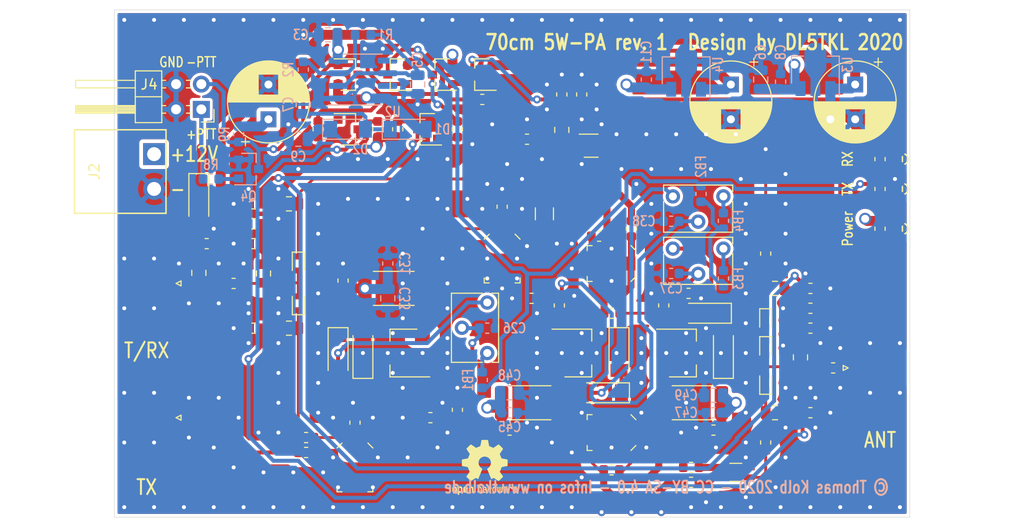
<source format=kicad_pcb>
(kicad_pcb (version 20171130) (host pcbnew 5.1.7-5.1.7)

  (general
    (thickness 1.6)
    (drawings 43)
    (tracks 812)
    (zones 0)
    (modules 127)
    (nets 63)
  )

  (page A4)
  (layers
    (0 F.Cu signal)
    (1 In1.Cu power hide)
    (2 In2.Cu power hide)
    (31 B.Cu signal)
    (32 B.Adhes user hide)
    (33 F.Adhes user hide)
    (34 B.Paste user hide)
    (35 F.Paste user)
    (36 B.SilkS user)
    (37 F.SilkS user)
    (38 B.Mask user)
    (39 F.Mask user)
    (40 Dwgs.User user hide)
    (41 Cmts.User user)
    (42 Eco1.User user hide)
    (43 Eco2.User user hide)
    (44 Edge.Cuts user)
    (45 Margin user hide)
    (46 B.CrtYd user hide)
    (47 F.CrtYd user)
    (48 B.Fab user hide)
    (49 F.Fab user hide)
  )

  (setup
    (last_trace_width 0.4)
    (user_trace_width 0.254)
    (user_trace_width 0.2856)
    (user_trace_width 0.4)
    (user_trace_width 0.71)
    (user_trace_width 1)
    (trace_clearance 0.3)
    (zone_clearance 0.3)
    (zone_45_only no)
    (trace_min 0.1)
    (via_size 0.8)
    (via_drill 0.4)
    (via_min_size 0.4)
    (via_min_drill 0.2)
    (uvia_size 0.3)
    (uvia_drill 0.1)
    (uvias_allowed no)
    (uvia_min_size 0.2)
    (uvia_min_drill 0.1)
    (edge_width 0.05)
    (segment_width 0.2)
    (pcb_text_width 0.3)
    (pcb_text_size 1.5 1.5)
    (mod_edge_width 0.12)
    (mod_text_size 0.8 1)
    (mod_text_width 0.15)
    (pad_size 1.524 1.524)
    (pad_drill 0.762)
    (pad_to_mask_clearance 0.051)
    (solder_mask_min_width 0.25)
    (aux_axis_origin 0 0)
    (visible_elements FFFFFF7F)
    (pcbplotparams
      (layerselection 0x010fc_ffffffff)
      (usegerberextensions false)
      (usegerberattributes false)
      (usegerberadvancedattributes false)
      (creategerberjobfile false)
      (excludeedgelayer true)
      (linewidth 0.100000)
      (plotframeref false)
      (viasonmask false)
      (mode 1)
      (useauxorigin false)
      (hpglpennumber 1)
      (hpglpenspeed 20)
      (hpglpendiameter 15.000000)
      (psnegative false)
      (psa4output false)
      (plotreference true)
      (plotvalue true)
      (plotinvisibletext false)
      (padsonsilk false)
      (subtractmaskfromsilk false)
      (outputformat 1)
      (mirror false)
      (drillshape 1)
      (scaleselection 1)
      (outputdirectory ""))
  )

  (net 0 "")
  (net 1 GND)
  (net 2 +12V)
  (net 3 "Net-(C5-Pad1)")
  (net 4 "Net-(C7-Pad2)")
  (net 5 "Net-(C7-Pad1)")
  (net 6 +24V)
  (net 7 +5V)
  (net 8 +5VA)
  (net 9 /50R_IN)
  (net 10 "/TRX Diode Switch/50R_TRX")
  (net 11 "/Antenna Diode Switch/LNA_PIN_BIAS")
  (net 12 "/Antenna Diode Switch/PA_PIN_BIAS")
  (net 13 "Net-(C16-Pad1)")
  (net 14 "/TRX Diode Switch/50R_TRX_LNA")
  (net 15 "/TRX Diode Switch/RF_IN_LNA")
  (net 16 "/TRX Diode Switch/50R_TRX_PA")
  (net 17 "/TX Preamplifier/RF_IN")
  (net 18 /50R_OUT)
  (net 19 "/Antenna Diode Switch/50R_ANT")
  (net 20 "Net-(C22-Pad1)")
  (net 21 "/Antenna Diode Switch/50R_ANT_LNA")
  (net 22 /LNA/RF_IN)
  (net 23 "/Antenna Diode Switch/50R_ANT_PA")
  (net 24 /50R_PA_TO_SW)
  (net 25 "Net-(C26-Pad1)")
  (net 26 "/TX Power Stage/RF_IN")
  (net 27 "/TX Power Stage/25R_PA_P_IN_DC")
  (net 28 "/TX Power Stage/25R_PA_P_IN")
  (net 29 "/TX Power Stage/25R_PA_N_IN_DC")
  (net 30 "/TX Power Stage/25R_PA_N_IN")
  (net 31 "/TX Power Stage/Bias_P")
  (net 32 "/TX Power Stage/Bias_N")
  (net 33 "/TX Power Stage/25R_PA_P_OUT")
  (net 34 "/TX Power Stage/25R_PA_N_OUT")
  (net 35 "/TX Power Stage/25R_PA_N_OUT_DC")
  (net 36 "/TX Power Stage/25R_PA_P_OUT_DC")
  (net 37 "Net-(C52-Pad1)")
  (net 38 "Net-(D5-Pad2)")
  (net 39 "Net-(D8-Pad2)")
  (net 40 "Net-(D8-Pad1)")
  (net 41 "Net-(D10-Pad2)")
  (net 42 "Net-(D10-Pad1)")
  (net 43 "Net-(D12-Pad2)")
  (net 44 "Net-(D12-Pad1)")
  (net 45 "Net-(D14-Pad1)")
  (net 46 "Net-(FB1-Pad1)")
  (net 47 "Net-(FB2-Pad2)")
  (net 48 "Net-(FB3-Pad1)")
  (net 49 "Net-(FB4-Pad1)")
  (net 50 "Net-(Q4-Pad1)")
  (net 51 "/PTT Control/12V_TX")
  (net 52 "/PTT Control/12V_RX")
  (net 53 "Net-(Q9-Pad1)")
  (net 54 "Net-(Q10-Pad1)")
  (net 55 "Net-(R1-Pad2)")
  (net 56 /5V_RX)
  (net 57 /5V_TX)
  (net 58 "Net-(D15-Pad2)")
  (net 59 "Net-(D16-Pad2)")
  (net 60 "Net-(D17-Pad2)")
  (net 61 /50R_IN_TXONLY)
  (net 62 "Net-(J4-Pad3)")

  (net_class Default "Dies ist die voreingestellte Netzklasse."
    (clearance 0.3)
    (trace_width 0.4)
    (via_dia 0.8)
    (via_drill 0.4)
    (uvia_dia 0.3)
    (uvia_drill 0.1)
    (add_net /5V_RX)
    (add_net /5V_TX)
    (add_net "/Antenna Diode Switch/LNA_PIN_BIAS")
    (add_net "/Antenna Diode Switch/PA_PIN_BIAS")
    (add_net "/PTT Control/12V_RX")
    (add_net "/PTT Control/12V_TX")
    (add_net "/TX Power Stage/Bias_N")
    (add_net "/TX Power Stage/Bias_P")
    (add_net GND)
    (add_net "Net-(C16-Pad1)")
    (add_net "Net-(C22-Pad1)")
    (add_net "Net-(C26-Pad1)")
    (add_net "Net-(C5-Pad1)")
    (add_net "Net-(C52-Pad1)")
    (add_net "Net-(C7-Pad1)")
    (add_net "Net-(C7-Pad2)")
    (add_net "Net-(D10-Pad1)")
    (add_net "Net-(D10-Pad2)")
    (add_net "Net-(D12-Pad1)")
    (add_net "Net-(D12-Pad2)")
    (add_net "Net-(D14-Pad1)")
    (add_net "Net-(D15-Pad2)")
    (add_net "Net-(D16-Pad2)")
    (add_net "Net-(D17-Pad2)")
    (add_net "Net-(D8-Pad1)")
    (add_net "Net-(D8-Pad2)")
    (add_net "Net-(FB1-Pad1)")
    (add_net "Net-(FB2-Pad2)")
    (add_net "Net-(FB3-Pad1)")
    (add_net "Net-(FB4-Pad1)")
    (add_net "Net-(J4-Pad3)")
    (add_net "Net-(Q10-Pad1)")
    (add_net "Net-(Q4-Pad1)")
    (add_net "Net-(Q9-Pad1)")
    (add_net "Net-(R1-Pad2)")
  )

  (net_class 25R ""
    (clearance 1)
    (trace_width 0.71)
    (via_dia 0.8)
    (via_drill 0.4)
    (uvia_dia 0.3)
    (uvia_drill 0.1)
    (add_net "/TX Power Stage/25R_PA_N_IN")
    (add_net "/TX Power Stage/25R_PA_N_IN_DC")
    (add_net "/TX Power Stage/25R_PA_N_OUT")
    (add_net "/TX Power Stage/25R_PA_N_OUT_DC")
    (add_net "/TX Power Stage/25R_PA_P_IN")
    (add_net "/TX Power Stage/25R_PA_P_IN_DC")
    (add_net "/TX Power Stage/25R_PA_P_OUT")
    (add_net "/TX Power Stage/25R_PA_P_OUT_DC")
  )

  (net_class 50R ""
    (clearance 1)
    (trace_width 0.2856)
    (via_dia 0.8)
    (via_drill 0.4)
    (uvia_dia 0.3)
    (uvia_drill 0.1)
    (add_net /50R_IN)
    (add_net /50R_IN_TXONLY)
    (add_net /50R_OUT)
    (add_net /50R_PA_TO_SW)
    (add_net "/Antenna Diode Switch/50R_ANT")
    (add_net "/Antenna Diode Switch/50R_ANT_LNA")
    (add_net "/Antenna Diode Switch/50R_ANT_PA")
    (add_net /LNA/RF_IN)
    (add_net "/TRX Diode Switch/50R_TRX")
    (add_net "/TRX Diode Switch/50R_TRX_LNA")
    (add_net "/TRX Diode Switch/50R_TRX_PA")
    (add_net "/TRX Diode Switch/RF_IN_LNA")
    (add_net "/TX Power Stage/RF_IN")
    (add_net "/TX Preamplifier/RF_IN")
    (add_net "Net-(D5-Pad2)")
  )

  (net_class Power ""
    (clearance 0.4)
    (trace_width 1)
    (via_dia 1.2)
    (via_drill 0.8)
    (uvia_dia 0.3)
    (uvia_drill 0.1)
    (add_net +12V)
    (add_net +24V)
    (add_net +5V)
    (add_net +5VA)
  )

  (module Connector_Coaxial:SMA_Amphenol_132289_EdgeMount (layer F.Cu) (tedit 5F9F1019) (tstamp 5F712799)
    (at 53 91 180)
    (descr http://www.amphenolrf.com/132289.html)
    (tags SMA)
    (path /5F710C19)
    (zone_connect 2)
    (attr smd)
    (fp_text reference J6 (at 0 -6.5) (layer F.SilkS) hide
      (effects (font (size 1 0.8) (thickness 0.15)))
    )
    (fp_text value CONN_TXONLY (at 5 6) (layer F.Fab)
      (effects (font (size 1 1) (thickness 0.15)))
    )
    (fp_text user %R (at 4.79 0 270) (layer F.Fab) hide
      (effects (font (size 1 1) (thickness 0.15)))
    )
    (fp_line (start -3.71 0.25) (end -3.21 0) (layer F.SilkS) (width 0.12))
    (fp_line (start -3.71 -0.25) (end -3.71 0.25) (layer F.SilkS) (width 0.12))
    (fp_line (start -3.21 0) (end -3.71 -0.25) (layer F.SilkS) (width 0.12))
    (fp_line (start 3.54 0) (end 2.54 0.75) (layer F.Fab) (width 0.1))
    (fp_line (start 2.54 -0.75) (end 3.54 0) (layer F.Fab) (width 0.1))
    (fp_line (start 14.47 -5.58) (end -3.04 -5.58) (layer F.CrtYd) (width 0.05))
    (fp_line (start 14.47 -5.58) (end 14.47 5.58) (layer F.CrtYd) (width 0.05))
    (fp_line (start 14.47 5.58) (end -3.04 5.58) (layer F.CrtYd) (width 0.05))
    (fp_line (start -3.04 5.58) (end -3.04 -5.58) (layer F.CrtYd) (width 0.05))
    (fp_line (start 14.47 -5.58) (end -3.04 -5.58) (layer B.CrtYd) (width 0.05))
    (fp_line (start 14.47 -5.58) (end 14.47 5.58) (layer B.CrtYd) (width 0.05))
    (fp_line (start 14.47 5.58) (end -3.04 5.58) (layer B.CrtYd) (width 0.05))
    (fp_line (start -3.04 5.58) (end -3.04 -5.58) (layer B.CrtYd) (width 0.05))
    (fp_line (start 4.445 -3.81) (end 13.97 -3.81) (layer F.Fab) (width 0.1))
    (fp_line (start 13.97 -3.81) (end 13.97 3.81) (layer F.Fab) (width 0.1))
    (fp_line (start 13.97 3.81) (end 4.445 3.81) (layer F.Fab) (width 0.1))
    (fp_line (start 4.445 5.08) (end 4.445 3.81) (layer F.Fab) (width 0.1))
    (fp_line (start 4.445 -3.81) (end 4.445 -5.08) (layer F.Fab) (width 0.1))
    (fp_line (start -1.91 -5.08) (end 4.445 -5.08) (layer F.Fab) (width 0.1))
    (fp_line (start -1.91 -5.08) (end -1.91 -3.81) (layer F.Fab) (width 0.1))
    (fp_line (start -1.91 -3.81) (end 2.54 -3.81) (layer F.Fab) (width 0.1))
    (fp_line (start 2.54 -3.81) (end 2.54 3.81) (layer F.Fab) (width 0.1))
    (fp_line (start 2.54 3.81) (end -1.91 3.81) (layer F.Fab) (width 0.1))
    (fp_line (start -1.91 3.81) (end -1.91 5.08) (layer F.Fab) (width 0.1))
    (fp_line (start -1.91 5.08) (end 4.445 5.08) (layer F.Fab) (width 0.1))
    (pad 1 smd rect (at 0 0 270) (size 1.5 5.08) (layers F.Cu F.Paste F.Mask)
      (net 61 /50R_IN_TXONLY) (zone_connect 2))
    (pad 2 smd rect (at 0 -4.25 270) (size 1.5 5.08) (layers F.Cu F.Paste F.Mask)
      (net 1 GND) (zone_connect 2))
    (pad 2 smd rect (at 0 4.25 270) (size 1.5 5.08) (layers F.Cu F.Paste F.Mask)
      (net 1 GND) (zone_connect 2))
    (pad 2 smd rect (at 0 -4.25 270) (size 1.5 5.08) (layers B.Cu B.Paste B.Mask)
      (net 1 GND) (zone_connect 2))
    (pad 2 smd rect (at 0 4.25 270) (size 1.5 5.08) (layers B.Cu B.Paste B.Mask)
      (net 1 GND) (zone_connect 2))
    (model ${KISYS3DMOD}/Connector_Coaxial.3dshapes/SMA_Amphenol_132289_EdgeMount.wrl
      (offset (xyz 4.12 0 -3.6))
      (scale (xyz 0.395 0.395 0.395))
      (rotate (xyz 0 0 -90))
    )
  )

  (module Connector_Coaxial:SMA_Amphenol_132289_EdgeMount (layer F.Cu) (tedit 5F9F1019) (tstamp 5F5D500F)
    (at 127 86)
    (descr http://www.amphenolrf.com/132289.html)
    (tags SMA)
    (path /5F1EF28F)
    (zone_connect 2)
    (attr smd)
    (fp_text reference J3 (at 0 6.5 180) (layer F.SilkS) hide
      (effects (font (size 1 0.8) (thickness 0.15)))
    )
    (fp_text value CONN_ANT (at 5 6) (layer F.Fab)
      (effects (font (size 1 1) (thickness 0.15)))
    )
    (fp_text user %R (at 4.79 0 270) (layer F.Fab) hide
      (effects (font (size 1 1) (thickness 0.15)))
    )
    (fp_line (start -3.71 0.25) (end -3.21 0) (layer F.SilkS) (width 0.12))
    (fp_line (start -3.71 -0.25) (end -3.71 0.25) (layer F.SilkS) (width 0.12))
    (fp_line (start -3.21 0) (end -3.71 -0.25) (layer F.SilkS) (width 0.12))
    (fp_line (start 3.54 0) (end 2.54 0.75) (layer F.Fab) (width 0.1))
    (fp_line (start 2.54 -0.75) (end 3.54 0) (layer F.Fab) (width 0.1))
    (fp_line (start 14.47 -5.58) (end -3.04 -5.58) (layer F.CrtYd) (width 0.05))
    (fp_line (start 14.47 -5.58) (end 14.47 5.58) (layer F.CrtYd) (width 0.05))
    (fp_line (start 14.47 5.58) (end -3.04 5.58) (layer F.CrtYd) (width 0.05))
    (fp_line (start -3.04 5.58) (end -3.04 -5.58) (layer F.CrtYd) (width 0.05))
    (fp_line (start 14.47 -5.58) (end -3.04 -5.58) (layer B.CrtYd) (width 0.05))
    (fp_line (start 14.47 -5.58) (end 14.47 5.58) (layer B.CrtYd) (width 0.05))
    (fp_line (start 14.47 5.58) (end -3.04 5.58) (layer B.CrtYd) (width 0.05))
    (fp_line (start -3.04 5.58) (end -3.04 -5.58) (layer B.CrtYd) (width 0.05))
    (fp_line (start 4.445 -3.81) (end 13.97 -3.81) (layer F.Fab) (width 0.1))
    (fp_line (start 13.97 -3.81) (end 13.97 3.81) (layer F.Fab) (width 0.1))
    (fp_line (start 13.97 3.81) (end 4.445 3.81) (layer F.Fab) (width 0.1))
    (fp_line (start 4.445 5.08) (end 4.445 3.81) (layer F.Fab) (width 0.1))
    (fp_line (start 4.445 -3.81) (end 4.445 -5.08) (layer F.Fab) (width 0.1))
    (fp_line (start -1.91 -5.08) (end 4.445 -5.08) (layer F.Fab) (width 0.1))
    (fp_line (start -1.91 -5.08) (end -1.91 -3.81) (layer F.Fab) (width 0.1))
    (fp_line (start -1.91 -3.81) (end 2.54 -3.81) (layer F.Fab) (width 0.1))
    (fp_line (start 2.54 -3.81) (end 2.54 3.81) (layer F.Fab) (width 0.1))
    (fp_line (start 2.54 3.81) (end -1.91 3.81) (layer F.Fab) (width 0.1))
    (fp_line (start -1.91 3.81) (end -1.91 5.08) (layer F.Fab) (width 0.1))
    (fp_line (start -1.91 5.08) (end 4.445 5.08) (layer F.Fab) (width 0.1))
    (pad 1 smd rect (at 0 0 90) (size 1.5 5.08) (layers F.Cu F.Paste F.Mask)
      (net 18 /50R_OUT) (zone_connect 2))
    (pad 2 smd rect (at 0 -4.25 90) (size 1.5 5.08) (layers F.Cu F.Paste F.Mask)
      (net 1 GND) (zone_connect 2))
    (pad 2 smd rect (at 0 4.25 90) (size 1.5 5.08) (layers F.Cu F.Paste F.Mask)
      (net 1 GND) (zone_connect 2))
    (pad 2 smd rect (at 0 -4.25 90) (size 1.5 5.08) (layers B.Cu B.Paste B.Mask)
      (net 1 GND) (zone_connect 2))
    (pad 2 smd rect (at 0 4.25 90) (size 1.5 5.08) (layers B.Cu B.Paste B.Mask)
      (net 1 GND) (zone_connect 2))
    (model ${KISYS3DMOD}/Connector_Coaxial.3dshapes/SMA_Amphenol_132289_EdgeMount.wrl
      (offset (xyz 4.12 0 -3.6))
      (scale (xyz 0.395 0.395 0.395))
      (rotate (xyz 0 0 -90))
    )
  )

  (module Connector_Coaxial:SMA_Amphenol_132289_EdgeMount (layer F.Cu) (tedit 5F9F1019) (tstamp 5F5D4FB0)
    (at 53 77.5 180)
    (descr http://www.amphenolrf.com/132289.html)
    (tags SMA)
    (path /5F1C51F1)
    (zone_connect 2)
    (attr smd)
    (fp_text reference J1 (at 0 -6.5) (layer F.SilkS) hide
      (effects (font (size 1 0.8) (thickness 0.15)))
    )
    (fp_text value CONN_TRX (at 5 6) (layer F.Fab)
      (effects (font (size 1 1) (thickness 0.15)))
    )
    (fp_text user %R (at 4.79 0 270) (layer F.Fab) hide
      (effects (font (size 1 1) (thickness 0.15)))
    )
    (fp_line (start -3.71 0.25) (end -3.21 0) (layer F.SilkS) (width 0.12))
    (fp_line (start -3.71 -0.25) (end -3.71 0.25) (layer F.SilkS) (width 0.12))
    (fp_line (start -3.21 0) (end -3.71 -0.25) (layer F.SilkS) (width 0.12))
    (fp_line (start 3.54 0) (end 2.54 0.75) (layer F.Fab) (width 0.1))
    (fp_line (start 2.54 -0.75) (end 3.54 0) (layer F.Fab) (width 0.1))
    (fp_line (start 14.47 -5.58) (end -3.04 -5.58) (layer F.CrtYd) (width 0.05))
    (fp_line (start 14.47 -5.58) (end 14.47 5.58) (layer F.CrtYd) (width 0.05))
    (fp_line (start 14.47 5.58) (end -3.04 5.58) (layer F.CrtYd) (width 0.05))
    (fp_line (start -3.04 5.58) (end -3.04 -5.58) (layer F.CrtYd) (width 0.05))
    (fp_line (start 14.47 -5.58) (end -3.04 -5.58) (layer B.CrtYd) (width 0.05))
    (fp_line (start 14.47 -5.58) (end 14.47 5.58) (layer B.CrtYd) (width 0.05))
    (fp_line (start 14.47 5.58) (end -3.04 5.58) (layer B.CrtYd) (width 0.05))
    (fp_line (start -3.04 5.58) (end -3.04 -5.58) (layer B.CrtYd) (width 0.05))
    (fp_line (start 4.445 -3.81) (end 13.97 -3.81) (layer F.Fab) (width 0.1))
    (fp_line (start 13.97 -3.81) (end 13.97 3.81) (layer F.Fab) (width 0.1))
    (fp_line (start 13.97 3.81) (end 4.445 3.81) (layer F.Fab) (width 0.1))
    (fp_line (start 4.445 5.08) (end 4.445 3.81) (layer F.Fab) (width 0.1))
    (fp_line (start 4.445 -3.81) (end 4.445 -5.08) (layer F.Fab) (width 0.1))
    (fp_line (start -1.91 -5.08) (end 4.445 -5.08) (layer F.Fab) (width 0.1))
    (fp_line (start -1.91 -5.08) (end -1.91 -3.81) (layer F.Fab) (width 0.1))
    (fp_line (start -1.91 -3.81) (end 2.54 -3.81) (layer F.Fab) (width 0.1))
    (fp_line (start 2.54 -3.81) (end 2.54 3.81) (layer F.Fab) (width 0.1))
    (fp_line (start 2.54 3.81) (end -1.91 3.81) (layer F.Fab) (width 0.1))
    (fp_line (start -1.91 3.81) (end -1.91 5.08) (layer F.Fab) (width 0.1))
    (fp_line (start -1.91 5.08) (end 4.445 5.08) (layer F.Fab) (width 0.1))
    (pad 1 smd rect (at 0 0 270) (size 1.5 5.08) (layers F.Cu F.Paste F.Mask)
      (net 9 /50R_IN) (zone_connect 2))
    (pad 2 smd rect (at 0 -4.25 270) (size 1.5 5.08) (layers F.Cu F.Paste F.Mask)
      (net 1 GND) (zone_connect 2))
    (pad 2 smd rect (at 0 4.25 270) (size 1.5 5.08) (layers F.Cu F.Paste F.Mask)
      (net 1 GND) (zone_connect 2))
    (pad 2 smd rect (at 0 -4.25 270) (size 1.5 5.08) (layers B.Cu B.Paste B.Mask)
      (net 1 GND) (zone_connect 2))
    (pad 2 smd rect (at 0 4.25 270) (size 1.5 5.08) (layers B.Cu B.Paste B.Mask)
      (net 1 GND) (zone_connect 2))
    (model ${KISYS3DMOD}/Connector_Coaxial.3dshapes/SMA_Amphenol_132289_EdgeMount.wrl
      (offset (xyz 4.12 0 -3.6))
      (scale (xyz 0.395 0.395 0.395))
      (rotate (xyz 0 0 -90))
    )
  )

  (module Symbol:OSHW-Logo2_7.3x6mm_SilkScreen (layer F.Cu) (tedit 0) (tstamp 5F9E2F6B)
    (at 87.25 96)
    (descr "Open Source Hardware Symbol")
    (tags "Logo Symbol OSHW")
    (attr virtual)
    (fp_text reference REF** (at 0 0) (layer F.SilkS) hide
      (effects (font (size 1 1) (thickness 0.15)))
    )
    (fp_text value OSHW-Logo2_7.3x6mm_SilkScreen (at 0.75 0) (layer F.Fab) hide
      (effects (font (size 1 1) (thickness 0.15)))
    )
    (fp_poly (pts (xy -2.400256 1.919918) (xy -2.344799 1.947568) (xy -2.295852 1.99848) (xy -2.282371 2.017338)
      (xy -2.267686 2.042015) (xy -2.258158 2.068816) (xy -2.252707 2.104587) (xy -2.250253 2.156169)
      (xy -2.249714 2.224267) (xy -2.252148 2.317588) (xy -2.260606 2.387657) (xy -2.276826 2.439931)
      (xy -2.302546 2.479869) (xy -2.339503 2.512929) (xy -2.342218 2.514886) (xy -2.37864 2.534908)
      (xy -2.422498 2.544815) (xy -2.478276 2.547257) (xy -2.568952 2.547257) (xy -2.56899 2.635283)
      (xy -2.569834 2.684308) (xy -2.574976 2.713065) (xy -2.588413 2.730311) (xy -2.614142 2.744808)
      (xy -2.620321 2.747769) (xy -2.649236 2.761648) (xy -2.671624 2.770414) (xy -2.688271 2.771171)
      (xy -2.699964 2.761023) (xy -2.70749 2.737073) (xy -2.711634 2.696426) (xy -2.713185 2.636186)
      (xy -2.712929 2.553455) (xy -2.711651 2.445339) (xy -2.711252 2.413) (xy -2.709815 2.301524)
      (xy -2.708528 2.228603) (xy -2.569029 2.228603) (xy -2.568245 2.290499) (xy -2.56476 2.330997)
      (xy -2.556876 2.357708) (xy -2.542895 2.378244) (xy -2.533403 2.38826) (xy -2.494596 2.417567)
      (xy -2.460237 2.419952) (xy -2.424784 2.39575) (xy -2.423886 2.394857) (xy -2.409461 2.376153)
      (xy -2.400687 2.350732) (xy -2.396261 2.311584) (xy -2.394882 2.251697) (xy -2.394857 2.23843)
      (xy -2.398188 2.155901) (xy -2.409031 2.098691) (xy -2.42866 2.063766) (xy -2.45835 2.048094)
      (xy -2.475509 2.046514) (xy -2.516234 2.053926) (xy -2.544168 2.07833) (xy -2.560983 2.12298)
      (xy -2.56835 2.19113) (xy -2.569029 2.228603) (xy -2.708528 2.228603) (xy -2.708292 2.215245)
      (xy -2.706323 2.150333) (xy -2.70355 2.102958) (xy -2.699612 2.06929) (xy -2.694151 2.045498)
      (xy -2.686808 2.027753) (xy -2.677223 2.012224) (xy -2.673113 2.006381) (xy -2.618595 1.951185)
      (xy -2.549664 1.91989) (xy -2.469928 1.911165) (xy -2.400256 1.919918)) (layer F.SilkS) (width 0.01))
    (fp_poly (pts (xy -1.283907 1.92778) (xy -1.237328 1.954723) (xy -1.204943 1.981466) (xy -1.181258 2.009484)
      (xy -1.164941 2.043748) (xy -1.154661 2.089227) (xy -1.149086 2.150892) (xy -1.146884 2.233711)
      (xy -1.146629 2.293246) (xy -1.146629 2.512391) (xy -1.208314 2.540044) (xy -1.27 2.567697)
      (xy -1.277257 2.32767) (xy -1.280256 2.238028) (xy -1.283402 2.172962) (xy -1.287299 2.128026)
      (xy -1.292553 2.09877) (xy -1.299769 2.080748) (xy -1.30955 2.069511) (xy -1.312688 2.067079)
      (xy -1.360239 2.048083) (xy -1.408303 2.0556) (xy -1.436914 2.075543) (xy -1.448553 2.089675)
      (xy -1.456609 2.10822) (xy -1.461729 2.136334) (xy -1.464559 2.179173) (xy -1.465744 2.241895)
      (xy -1.465943 2.307261) (xy -1.465982 2.389268) (xy -1.467386 2.447316) (xy -1.472086 2.486465)
      (xy -1.482013 2.51178) (xy -1.499097 2.528323) (xy -1.525268 2.541156) (xy -1.560225 2.554491)
      (xy -1.598404 2.569007) (xy -1.593859 2.311389) (xy -1.592029 2.218519) (xy -1.589888 2.149889)
      (xy -1.586819 2.100711) (xy -1.582206 2.066198) (xy -1.575432 2.041562) (xy -1.565881 2.022016)
      (xy -1.554366 2.00477) (xy -1.49881 1.94968) (xy -1.43102 1.917822) (xy -1.357287 1.910191)
      (xy -1.283907 1.92778)) (layer F.SilkS) (width 0.01))
    (fp_poly (pts (xy -2.958885 1.921962) (xy -2.890855 1.957733) (xy -2.840649 2.015301) (xy -2.822815 2.052312)
      (xy -2.808937 2.107882) (xy -2.801833 2.178096) (xy -2.80116 2.254727) (xy -2.806573 2.329552)
      (xy -2.81773 2.394342) (xy -2.834286 2.440873) (xy -2.839374 2.448887) (xy -2.899645 2.508707)
      (xy -2.971231 2.544535) (xy -3.048908 2.55502) (xy -3.127452 2.53881) (xy -3.149311 2.529092)
      (xy -3.191878 2.499143) (xy -3.229237 2.459433) (xy -3.232768 2.454397) (xy -3.247119 2.430124)
      (xy -3.256606 2.404178) (xy -3.26221 2.370022) (xy -3.264914 2.321119) (xy -3.265701 2.250935)
      (xy -3.265714 2.2352) (xy -3.265678 2.230192) (xy -3.120571 2.230192) (xy -3.119727 2.29643)
      (xy -3.116404 2.340386) (xy -3.109417 2.368779) (xy -3.097584 2.388325) (xy -3.091543 2.394857)
      (xy -3.056814 2.41968) (xy -3.023097 2.418548) (xy -2.989005 2.397016) (xy -2.968671 2.374029)
      (xy -2.956629 2.340478) (xy -2.949866 2.287569) (xy -2.949402 2.281399) (xy -2.948248 2.185513)
      (xy -2.960312 2.114299) (xy -2.98543 2.068194) (xy -3.02344 2.047635) (xy -3.037008 2.046514)
      (xy -3.072636 2.052152) (xy -3.097006 2.071686) (xy -3.111907 2.109042) (xy -3.119125 2.16815)
      (xy -3.120571 2.230192) (xy -3.265678 2.230192) (xy -3.265174 2.160413) (xy -3.262904 2.108159)
      (xy -3.257932 2.071949) (xy -3.249287 2.045299) (xy -3.235995 2.021722) (xy -3.233057 2.017338)
      (xy -3.183687 1.958249) (xy -3.129891 1.923947) (xy -3.064398 1.910331) (xy -3.042158 1.909665)
      (xy -2.958885 1.921962)) (layer F.SilkS) (width 0.01))
    (fp_poly (pts (xy -1.831697 1.931239) (xy -1.774473 1.969735) (xy -1.730251 2.025335) (xy -1.703833 2.096086)
      (xy -1.69849 2.148162) (xy -1.699097 2.169893) (xy -1.704178 2.186531) (xy -1.718145 2.201437)
      (xy -1.745411 2.217973) (xy -1.790388 2.239498) (xy -1.857489 2.269374) (xy -1.857829 2.269524)
      (xy -1.919593 2.297813) (xy -1.970241 2.322933) (xy -2.004596 2.342179) (xy -2.017482 2.352848)
      (xy -2.017486 2.352934) (xy -2.006128 2.376166) (xy -1.979569 2.401774) (xy -1.949077 2.420221)
      (xy -1.93363 2.423886) (xy -1.891485 2.411212) (xy -1.855192 2.379471) (xy -1.837483 2.344572)
      (xy -1.820448 2.318845) (xy -1.787078 2.289546) (xy -1.747851 2.264235) (xy -1.713244 2.250471)
      (xy -1.706007 2.249714) (xy -1.697861 2.26216) (xy -1.69737 2.293972) (xy -1.703357 2.336866)
      (xy -1.714643 2.382558) (xy -1.73005 2.422761) (xy -1.730829 2.424322) (xy -1.777196 2.489062)
      (xy -1.837289 2.533097) (xy -1.905535 2.554711) (xy -1.976362 2.552185) (xy -2.044196 2.523804)
      (xy -2.047212 2.521808) (xy -2.100573 2.473448) (xy -2.13566 2.410352) (xy -2.155078 2.327387)
      (xy -2.157684 2.304078) (xy -2.162299 2.194055) (xy -2.156767 2.142748) (xy -2.017486 2.142748)
      (xy -2.015676 2.174753) (xy -2.005778 2.184093) (xy -1.981102 2.177105) (xy -1.942205 2.160587)
      (xy -1.898725 2.139881) (xy -1.897644 2.139333) (xy -1.860791 2.119949) (xy -1.846 2.107013)
      (xy -1.849647 2.093451) (xy -1.865005 2.075632) (xy -1.904077 2.049845) (xy -1.946154 2.04795)
      (xy -1.983897 2.066717) (xy -2.009966 2.102915) (xy -2.017486 2.142748) (xy -2.156767 2.142748)
      (xy -2.152806 2.106027) (xy -2.12845 2.036212) (xy -2.094544 1.987302) (xy -2.033347 1.937878)
      (xy -1.965937 1.913359) (xy -1.89712 1.911797) (xy -1.831697 1.931239)) (layer F.SilkS) (width 0.01))
    (fp_poly (pts (xy -0.624114 1.851289) (xy -0.619861 1.910613) (xy -0.614975 1.945572) (xy -0.608205 1.96082)
      (xy -0.598298 1.961015) (xy -0.595086 1.959195) (xy -0.552356 1.946015) (xy -0.496773 1.946785)
      (xy -0.440263 1.960333) (xy -0.404918 1.977861) (xy -0.368679 2.005861) (xy -0.342187 2.037549)
      (xy -0.324001 2.077813) (xy -0.312678 2.131543) (xy -0.306778 2.203626) (xy -0.304857 2.298951)
      (xy -0.304823 2.317237) (xy -0.3048 2.522646) (xy -0.350509 2.53858) (xy -0.382973 2.54942)
      (xy -0.400785 2.554468) (xy -0.401309 2.554514) (xy -0.403063 2.540828) (xy -0.404556 2.503076)
      (xy -0.405674 2.446224) (xy -0.406303 2.375234) (xy -0.4064 2.332073) (xy -0.406602 2.246973)
      (xy -0.407642 2.185981) (xy -0.410169 2.144177) (xy -0.414836 2.116642) (xy -0.422293 2.098456)
      (xy -0.433189 2.084698) (xy -0.439993 2.078073) (xy -0.486728 2.051375) (xy -0.537728 2.049375)
      (xy -0.583999 2.071955) (xy -0.592556 2.080107) (xy -0.605107 2.095436) (xy -0.613812 2.113618)
      (xy -0.619369 2.139909) (xy -0.622474 2.179562) (xy -0.623824 2.237832) (xy -0.624114 2.318173)
      (xy -0.624114 2.522646) (xy -0.669823 2.53858) (xy -0.702287 2.54942) (xy -0.720099 2.554468)
      (xy -0.720623 2.554514) (xy -0.721963 2.540623) (xy -0.723172 2.501439) (xy -0.724199 2.4407)
      (xy -0.724998 2.362141) (xy -0.725519 2.269498) (xy -0.725714 2.166509) (xy -0.725714 1.769342)
      (xy -0.678543 1.749444) (xy -0.631371 1.729547) (xy -0.624114 1.851289)) (layer F.SilkS) (width 0.01))
    (fp_poly (pts (xy 0.039744 1.950968) (xy 0.096616 1.972087) (xy 0.097267 1.972493) (xy 0.13244 1.99838)
      (xy 0.158407 2.028633) (xy 0.17667 2.068058) (xy 0.188732 2.121462) (xy 0.196096 2.193651)
      (xy 0.200264 2.289432) (xy 0.200629 2.303078) (xy 0.205876 2.508842) (xy 0.161716 2.531678)
      (xy 0.129763 2.54711) (xy 0.11047 2.554423) (xy 0.109578 2.554514) (xy 0.106239 2.541022)
      (xy 0.103587 2.504626) (xy 0.101956 2.451452) (xy 0.1016 2.408393) (xy 0.101592 2.338641)
      (xy 0.098403 2.294837) (xy 0.087288 2.273944) (xy 0.063501 2.272925) (xy 0.022296 2.288741)
      (xy -0.039914 2.317815) (xy -0.085659 2.341963) (xy -0.109187 2.362913) (xy -0.116104 2.385747)
      (xy -0.116114 2.386877) (xy -0.104701 2.426212) (xy -0.070908 2.447462) (xy -0.019191 2.450539)
      (xy 0.018061 2.450006) (xy 0.037703 2.460735) (xy 0.049952 2.486505) (xy 0.057002 2.519337)
      (xy 0.046842 2.537966) (xy 0.043017 2.540632) (xy 0.007001 2.55134) (xy -0.043434 2.552856)
      (xy -0.095374 2.545759) (xy -0.132178 2.532788) (xy -0.183062 2.489585) (xy -0.211986 2.429446)
      (xy -0.217714 2.382462) (xy -0.213343 2.340082) (xy -0.197525 2.305488) (xy -0.166203 2.274763)
      (xy -0.115322 2.24399) (xy -0.040824 2.209252) (xy -0.036286 2.207288) (xy 0.030821 2.176287)
      (xy 0.072232 2.150862) (xy 0.089981 2.128014) (xy 0.086107 2.104745) (xy 0.062643 2.078056)
      (xy 0.055627 2.071914) (xy 0.00863 2.0481) (xy -0.040067 2.049103) (xy -0.082478 2.072451)
      (xy -0.110616 2.115675) (xy -0.113231 2.12416) (xy -0.138692 2.165308) (xy -0.170999 2.185128)
      (xy -0.217714 2.20477) (xy -0.217714 2.15395) (xy -0.203504 2.080082) (xy -0.161325 2.012327)
      (xy -0.139376 1.989661) (xy -0.089483 1.960569) (xy -0.026033 1.9474) (xy 0.039744 1.950968)) (layer F.SilkS) (width 0.01))
    (fp_poly (pts (xy 0.529926 1.949755) (xy 0.595858 1.974084) (xy 0.649273 2.017117) (xy 0.670164 2.047409)
      (xy 0.692939 2.102994) (xy 0.692466 2.143186) (xy 0.668562 2.170217) (xy 0.659717 2.174813)
      (xy 0.62153 2.189144) (xy 0.602028 2.185472) (xy 0.595422 2.161407) (xy 0.595086 2.148114)
      (xy 0.582992 2.09921) (xy 0.551471 2.064999) (xy 0.507659 2.048476) (xy 0.458695 2.052634)
      (xy 0.418894 2.074227) (xy 0.40545 2.086544) (xy 0.395921 2.101487) (xy 0.389485 2.124075)
      (xy 0.385317 2.159328) (xy 0.382597 2.212266) (xy 0.380502 2.287907) (xy 0.37996 2.311857)
      (xy 0.377981 2.39379) (xy 0.375731 2.451455) (xy 0.372357 2.489608) (xy 0.367006 2.513004)
      (xy 0.358824 2.526398) (xy 0.346959 2.534545) (xy 0.339362 2.538144) (xy 0.307102 2.550452)
      (xy 0.288111 2.554514) (xy 0.281836 2.540948) (xy 0.278006 2.499934) (xy 0.2766 2.430999)
      (xy 0.277598 2.333669) (xy 0.277908 2.318657) (xy 0.280101 2.229859) (xy 0.282693 2.165019)
      (xy 0.286382 2.119067) (xy 0.291864 2.086935) (xy 0.299835 2.063553) (xy 0.310993 2.043852)
      (xy 0.31683 2.03541) (xy 0.350296 1.998057) (xy 0.387727 1.969003) (xy 0.392309 1.966467)
      (xy 0.459426 1.946443) (xy 0.529926 1.949755)) (layer F.SilkS) (width 0.01))
    (fp_poly (pts (xy 1.190117 2.065358) (xy 1.189933 2.173837) (xy 1.189219 2.257287) (xy 1.187675 2.319704)
      (xy 1.185001 2.365085) (xy 1.180894 2.397429) (xy 1.175055 2.420733) (xy 1.167182 2.438995)
      (xy 1.161221 2.449418) (xy 1.111855 2.505945) (xy 1.049264 2.541377) (xy 0.980013 2.55409)
      (xy 0.910668 2.542463) (xy 0.869375 2.521568) (xy 0.826025 2.485422) (xy 0.796481 2.441276)
      (xy 0.778655 2.383462) (xy 0.770463 2.306313) (xy 0.769302 2.249714) (xy 0.769458 2.245647)
      (xy 0.870857 2.245647) (xy 0.871476 2.31055) (xy 0.874314 2.353514) (xy 0.88084 2.381622)
      (xy 0.892523 2.401953) (xy 0.906483 2.417288) (xy 0.953365 2.44689) (xy 1.003701 2.449419)
      (xy 1.051276 2.424705) (xy 1.054979 2.421356) (xy 1.070783 2.403935) (xy 1.080693 2.383209)
      (xy 1.086058 2.352362) (xy 1.088228 2.304577) (xy 1.088571 2.251748) (xy 1.087827 2.185381)
      (xy 1.084748 2.141106) (xy 1.078061 2.112009) (xy 1.066496 2.091173) (xy 1.057013 2.080107)
      (xy 1.01296 2.052198) (xy 0.962224 2.048843) (xy 0.913796 2.070159) (xy 0.90445 2.078073)
      (xy 0.88854 2.095647) (xy 0.87861 2.116587) (xy 0.873278 2.147782) (xy 0.871163 2.196122)
      (xy 0.870857 2.245647) (xy 0.769458 2.245647) (xy 0.77281 2.158568) (xy 0.784726 2.090086)
      (xy 0.807135 2.0386) (xy 0.842124 1.998443) (xy 0.869375 1.977861) (xy 0.918907 1.955625)
      (xy 0.976316 1.945304) (xy 1.029682 1.948067) (xy 1.059543 1.959212) (xy 1.071261 1.962383)
      (xy 1.079037 1.950557) (xy 1.084465 1.918866) (xy 1.088571 1.870593) (xy 1.093067 1.816829)
      (xy 1.099313 1.784482) (xy 1.110676 1.765985) (xy 1.130528 1.75377) (xy 1.143 1.748362)
      (xy 1.190171 1.728601) (xy 1.190117 2.065358)) (layer F.SilkS) (width 0.01))
    (fp_poly (pts (xy 1.779833 1.958663) (xy 1.782048 1.99685) (xy 1.783784 2.054886) (xy 1.784899 2.12818)
      (xy 1.785257 2.205055) (xy 1.785257 2.465196) (xy 1.739326 2.511127) (xy 1.707675 2.539429)
      (xy 1.67989 2.550893) (xy 1.641915 2.550168) (xy 1.62684 2.548321) (xy 1.579726 2.542948)
      (xy 1.540756 2.539869) (xy 1.531257 2.539585) (xy 1.499233 2.541445) (xy 1.453432 2.546114)
      (xy 1.435674 2.548321) (xy 1.392057 2.551735) (xy 1.362745 2.54432) (xy 1.33368 2.521427)
      (xy 1.323188 2.511127) (xy 1.277257 2.465196) (xy 1.277257 1.978602) (xy 1.314226 1.961758)
      (xy 1.346059 1.949282) (xy 1.364683 1.944914) (xy 1.369458 1.958718) (xy 1.373921 1.997286)
      (xy 1.377775 2.056356) (xy 1.380722 2.131663) (xy 1.382143 2.195286) (xy 1.386114 2.445657)
      (xy 1.420759 2.450556) (xy 1.452268 2.447131) (xy 1.467708 2.436041) (xy 1.472023 2.415308)
      (xy 1.475708 2.371145) (xy 1.478469 2.309146) (xy 1.480012 2.234909) (xy 1.480235 2.196706)
      (xy 1.480457 1.976783) (xy 1.526166 1.960849) (xy 1.558518 1.950015) (xy 1.576115 1.944962)
      (xy 1.576623 1.944914) (xy 1.578388 1.958648) (xy 1.580329 1.99673) (xy 1.582282 2.054482)
      (xy 1.584084 2.127227) (xy 1.585343 2.195286) (xy 1.589314 2.445657) (xy 1.6764 2.445657)
      (xy 1.680396 2.21724) (xy 1.684392 1.988822) (xy 1.726847 1.966868) (xy 1.758192 1.951793)
      (xy 1.776744 1.944951) (xy 1.777279 1.944914) (xy 1.779833 1.958663)) (layer F.SilkS) (width 0.01))
    (fp_poly (pts (xy 2.144876 1.956335) (xy 2.186667 1.975344) (xy 2.219469 1.998378) (xy 2.243503 2.024133)
      (xy 2.260097 2.057358) (xy 2.270577 2.1028) (xy 2.276271 2.165207) (xy 2.278507 2.249327)
      (xy 2.278743 2.304721) (xy 2.278743 2.520826) (xy 2.241774 2.53767) (xy 2.212656 2.549981)
      (xy 2.198231 2.554514) (xy 2.195472 2.541025) (xy 2.193282 2.504653) (xy 2.191942 2.451542)
      (xy 2.191657 2.409372) (xy 2.190434 2.348447) (xy 2.187136 2.300115) (xy 2.182321 2.270518)
      (xy 2.178496 2.264229) (xy 2.152783 2.270652) (xy 2.112418 2.287125) (xy 2.065679 2.309458)
      (xy 2.020845 2.333457) (xy 1.986193 2.35493) (xy 1.970002 2.369685) (xy 1.969938 2.369845)
      (xy 1.97133 2.397152) (xy 1.983818 2.423219) (xy 2.005743 2.444392) (xy 2.037743 2.451474)
      (xy 2.065092 2.450649) (xy 2.103826 2.450042) (xy 2.124158 2.459116) (xy 2.136369 2.483092)
      (xy 2.137909 2.487613) (xy 2.143203 2.521806) (xy 2.129047 2.542568) (xy 2.092148 2.552462)
      (xy 2.052289 2.554292) (xy 1.980562 2.540727) (xy 1.943432 2.521355) (xy 1.897576 2.475845)
      (xy 1.873256 2.419983) (xy 1.871073 2.360957) (xy 1.891629 2.305953) (xy 1.922549 2.271486)
      (xy 1.95342 2.252189) (xy 2.001942 2.227759) (xy 2.058485 2.202985) (xy 2.06791 2.199199)
      (xy 2.130019 2.171791) (xy 2.165822 2.147634) (xy 2.177337 2.123619) (xy 2.16658 2.096635)
      (xy 2.148114 2.075543) (xy 2.104469 2.049572) (xy 2.056446 2.047624) (xy 2.012406 2.067637)
      (xy 1.980709 2.107551) (xy 1.976549 2.117848) (xy 1.952327 2.155724) (xy 1.916965 2.183842)
      (xy 1.872343 2.206917) (xy 1.872343 2.141485) (xy 1.874969 2.101506) (xy 1.88623 2.069997)
      (xy 1.911199 2.036378) (xy 1.935169 2.010484) (xy 1.972441 1.973817) (xy 2.001401 1.954121)
      (xy 2.032505 1.94622) (xy 2.067713 1.944914) (xy 2.144876 1.956335)) (layer F.SilkS) (width 0.01))
    (fp_poly (pts (xy 2.6526 1.958752) (xy 2.669948 1.966334) (xy 2.711356 1.999128) (xy 2.746765 2.046547)
      (xy 2.768664 2.097151) (xy 2.772229 2.122098) (xy 2.760279 2.156927) (xy 2.734067 2.175357)
      (xy 2.705964 2.186516) (xy 2.693095 2.188572) (xy 2.686829 2.173649) (xy 2.674456 2.141175)
      (xy 2.669028 2.126502) (xy 2.63859 2.075744) (xy 2.59452 2.050427) (xy 2.53801 2.051206)
      (xy 2.533825 2.052203) (xy 2.503655 2.066507) (xy 2.481476 2.094393) (xy 2.466327 2.139287)
      (xy 2.45725 2.204615) (xy 2.453286 2.293804) (xy 2.452914 2.341261) (xy 2.45273 2.416071)
      (xy 2.451522 2.467069) (xy 2.448309 2.499471) (xy 2.442109 2.518495) (xy 2.43194 2.529356)
      (xy 2.416819 2.537272) (xy 2.415946 2.53767) (xy 2.386828 2.549981) (xy 2.372403 2.554514)
      (xy 2.370186 2.540809) (xy 2.368289 2.502925) (xy 2.366847 2.445715) (xy 2.365998 2.374027)
      (xy 2.365829 2.321565) (xy 2.366692 2.220047) (xy 2.37007 2.143032) (xy 2.377142 2.086023)
      (xy 2.389088 2.044526) (xy 2.40709 2.014043) (xy 2.432327 1.99008) (xy 2.457247 1.973355)
      (xy 2.517171 1.951097) (xy 2.586911 1.946076) (xy 2.6526 1.958752)) (layer F.SilkS) (width 0.01))
    (fp_poly (pts (xy 3.153595 1.966966) (xy 3.211021 2.004497) (xy 3.238719 2.038096) (xy 3.260662 2.099064)
      (xy 3.262405 2.147308) (xy 3.258457 2.211816) (xy 3.109686 2.276934) (xy 3.037349 2.310202)
      (xy 2.990084 2.336964) (xy 2.965507 2.360144) (xy 2.961237 2.382667) (xy 2.974889 2.407455)
      (xy 2.989943 2.423886) (xy 3.033746 2.450235) (xy 3.081389 2.452081) (xy 3.125145 2.431546)
      (xy 3.157289 2.390752) (xy 3.163038 2.376347) (xy 3.190576 2.331356) (xy 3.222258 2.312182)
      (xy 3.265714 2.295779) (xy 3.265714 2.357966) (xy 3.261872 2.400283) (xy 3.246823 2.435969)
      (xy 3.21528 2.476943) (xy 3.210592 2.482267) (xy 3.175506 2.51872) (xy 3.145347 2.538283)
      (xy 3.107615 2.547283) (xy 3.076335 2.55023) (xy 3.020385 2.550965) (xy 2.980555 2.54166)
      (xy 2.955708 2.527846) (xy 2.916656 2.497467) (xy 2.889625 2.464613) (xy 2.872517 2.423294)
      (xy 2.863238 2.367521) (xy 2.859693 2.291305) (xy 2.85941 2.252622) (xy 2.860372 2.206247)
      (xy 2.948007 2.206247) (xy 2.949023 2.231126) (xy 2.951556 2.2352) (xy 2.968274 2.229665)
      (xy 3.004249 2.215017) (xy 3.052331 2.19419) (xy 3.062386 2.189714) (xy 3.123152 2.158814)
      (xy 3.156632 2.131657) (xy 3.16399 2.10622) (xy 3.146391 2.080481) (xy 3.131856 2.069109)
      (xy 3.07941 2.046364) (xy 3.030322 2.050122) (xy 2.989227 2.077884) (xy 2.960758 2.127152)
      (xy 2.951631 2.166257) (xy 2.948007 2.206247) (xy 2.860372 2.206247) (xy 2.861285 2.162249)
      (xy 2.868196 2.095384) (xy 2.881884 2.046695) (xy 2.904096 2.010849) (xy 2.936574 1.982513)
      (xy 2.950733 1.973355) (xy 3.015053 1.949507) (xy 3.085473 1.948006) (xy 3.153595 1.966966)) (layer F.SilkS) (width 0.01))
    (fp_poly (pts (xy 0.10391 -2.757652) (xy 0.182454 -2.757222) (xy 0.239298 -2.756058) (xy 0.278105 -2.753793)
      (xy 0.302538 -2.75006) (xy 0.316262 -2.744494) (xy 0.32294 -2.736727) (xy 0.326236 -2.726395)
      (xy 0.326556 -2.725057) (xy 0.331562 -2.700921) (xy 0.340829 -2.653299) (xy 0.353392 -2.587259)
      (xy 0.368287 -2.507872) (xy 0.384551 -2.420204) (xy 0.385119 -2.417125) (xy 0.40141 -2.331211)
      (xy 0.416652 -2.255304) (xy 0.429861 -2.193955) (xy 0.440054 -2.151718) (xy 0.446248 -2.133145)
      (xy 0.446543 -2.132816) (xy 0.464788 -2.123747) (xy 0.502405 -2.108633) (xy 0.551271 -2.090738)
      (xy 0.551543 -2.090642) (xy 0.613093 -2.067507) (xy 0.685657 -2.038035) (xy 0.754057 -2.008403)
      (xy 0.757294 -2.006938) (xy 0.868702 -1.956374) (xy 1.115399 -2.12484) (xy 1.191077 -2.176197)
      (xy 1.259631 -2.222111) (xy 1.317088 -2.25997) (xy 1.359476 -2.287163) (xy 1.382825 -2.301079)
      (xy 1.385042 -2.302111) (xy 1.40201 -2.297516) (xy 1.433701 -2.275345) (xy 1.481352 -2.234553)
      (xy 1.546198 -2.174095) (xy 1.612397 -2.109773) (xy 1.676214 -2.046388) (xy 1.733329 -1.988549)
      (xy 1.780305 -1.939825) (xy 1.813703 -1.90379) (xy 1.830085 -1.884016) (xy 1.830694 -1.882998)
      (xy 1.832505 -1.869428) (xy 1.825683 -1.847267) (xy 1.80854 -1.813522) (xy 1.779393 -1.7652)
      (xy 1.736555 -1.699308) (xy 1.679448 -1.614483) (xy 1.628766 -1.539823) (xy 1.583461 -1.47286)
      (xy 1.54615 -1.417484) (xy 1.519452 -1.37758) (xy 1.505985 -1.357038) (xy 1.505137 -1.355644)
      (xy 1.506781 -1.335962) (xy 1.519245 -1.297707) (xy 1.540048 -1.248111) (xy 1.547462 -1.232272)
      (xy 1.579814 -1.16171) (xy 1.614328 -1.081647) (xy 1.642365 -1.012371) (xy 1.662568 -0.960955)
      (xy 1.678615 -0.921881) (xy 1.687888 -0.901459) (xy 1.689041 -0.899886) (xy 1.706096 -0.897279)
      (xy 1.746298 -0.890137) (xy 1.804302 -0.879477) (xy 1.874763 -0.866315) (xy 1.952335 -0.851667)
      (xy 2.031672 -0.836551) (xy 2.107431 -0.821982) (xy 2.174264 -0.808978) (xy 2.226828 -0.798555)
      (xy 2.259776 -0.79173) (xy 2.267857 -0.789801) (xy 2.276205 -0.785038) (xy 2.282506 -0.774282)
      (xy 2.287045 -0.753902) (xy 2.290104 -0.720266) (xy 2.291967 -0.669745) (xy 2.292918 -0.598708)
      (xy 2.29324 -0.503524) (xy 2.293257 -0.464508) (xy 2.293257 -0.147201) (xy 2.217057 -0.132161)
      (xy 2.174663 -0.124005) (xy 2.1114 -0.112101) (xy 2.034962 -0.097884) (xy 1.953043 -0.08279)
      (xy 1.9304 -0.078645) (xy 1.854806 -0.063947) (xy 1.788953 -0.049495) (xy 1.738366 -0.036625)
      (xy 1.708574 -0.026678) (xy 1.703612 -0.023713) (xy 1.691426 -0.002717) (xy 1.673953 0.037967)
      (xy 1.654577 0.090322) (xy 1.650734 0.1016) (xy 1.625339 0.171523) (xy 1.593817 0.250418)
      (xy 1.562969 0.321266) (xy 1.562817 0.321595) (xy 1.511447 0.432733) (xy 1.680399 0.681253)
      (xy 1.849352 0.929772) (xy 1.632429 1.147058) (xy 1.566819 1.211726) (xy 1.506979 1.268733)
      (xy 1.456267 1.315033) (xy 1.418046 1.347584) (xy 1.395675 1.363343) (xy 1.392466 1.364343)
      (xy 1.373626 1.356469) (xy 1.33518 1.334578) (xy 1.28133 1.301267) (xy 1.216276 1.259131)
      (xy 1.14594 1.211943) (xy 1.074555 1.16381) (xy 1.010908 1.121928) (xy 0.959041 1.088871)
      (xy 0.922995 1.067218) (xy 0.906867 1.059543) (xy 0.887189 1.066037) (xy 0.849875 1.08315)
      (xy 0.802621 1.107326) (xy 0.797612 1.110013) (xy 0.733977 1.141927) (xy 0.690341 1.157579)
      (xy 0.663202 1.157745) (xy 0.649057 1.143204) (xy 0.648975 1.143) (xy 0.641905 1.125779)
      (xy 0.625042 1.084899) (xy 0.599695 1.023525) (xy 0.567171 0.944819) (xy 0.528778 0.851947)
      (xy 0.485822 0.748072) (xy 0.444222 0.647502) (xy 0.398504 0.536516) (xy 0.356526 0.433703)
      (xy 0.319548 0.342215) (xy 0.288827 0.265201) (xy 0.265622 0.205815) (xy 0.25119 0.167209)
      (xy 0.246743 0.1528) (xy 0.257896 0.136272) (xy 0.287069 0.10993) (xy 0.325971 0.080887)
      (xy 0.436757 -0.010961) (xy 0.523351 -0.116241) (xy 0.584716 -0.232734) (xy 0.619815 -0.358224)
      (xy 0.627608 -0.490493) (xy 0.621943 -0.551543) (xy 0.591078 -0.678205) (xy 0.53792 -0.790059)
      (xy 0.465767 -0.885999) (xy 0.377917 -0.964924) (xy 0.277665 -1.02573) (xy 0.16831 -1.067313)
      (xy 0.053147 -1.088572) (xy -0.064525 -1.088401) (xy -0.18141 -1.065699) (xy -0.294211 -1.019362)
      (xy -0.399631 -0.948287) (xy -0.443632 -0.908089) (xy -0.528021 -0.804871) (xy -0.586778 -0.692075)
      (xy -0.620296 -0.57299) (xy -0.628965 -0.450905) (xy -0.613177 -0.329107) (xy -0.573322 -0.210884)
      (xy -0.509793 -0.099525) (xy -0.422979 0.001684) (xy -0.325971 0.080887) (xy -0.285563 0.111162)
      (xy -0.257018 0.137219) (xy -0.246743 0.152825) (xy -0.252123 0.169843) (xy -0.267425 0.2105)
      (xy -0.291388 0.271642) (xy -0.322756 0.350119) (xy -0.360268 0.44278) (xy -0.402667 0.546472)
      (xy -0.444337 0.647526) (xy -0.49031 0.758607) (xy -0.532893 0.861541) (xy -0.570779 0.953165)
      (xy -0.60266 1.030316) (xy -0.627229 1.089831) (xy -0.64318 1.128544) (xy -0.64909 1.143)
      (xy -0.663052 1.157685) (xy -0.69006 1.157642) (xy -0.733587 1.142099) (xy -0.79711 1.110284)
      (xy -0.797612 1.110013) (xy -0.84544 1.085323) (xy -0.884103 1.067338) (xy -0.905905 1.059614)
      (xy -0.906867 1.059543) (xy -0.923279 1.067378) (xy -0.959513 1.089165) (xy -1.011526 1.122328)
      (xy -1.075275 1.164291) (xy -1.14594 1.211943) (xy -1.217884 1.260191) (xy -1.282726 1.302151)
      (xy -1.336265 1.335227) (xy -1.374303 1.356821) (xy -1.392467 1.364343) (xy -1.409192 1.354457)
      (xy -1.44282 1.326826) (xy -1.48999 1.284495) (xy -1.547342 1.230505) (xy -1.611516 1.167899)
      (xy -1.632503 1.146983) (xy -1.849501 0.929623) (xy -1.684332 0.68722) (xy -1.634136 0.612781)
      (xy -1.590081 0.545972) (xy -1.554638 0.490665) (xy -1.530281 0.450729) (xy -1.519478 0.430036)
      (xy -1.519162 0.428563) (xy -1.524857 0.409058) (xy -1.540174 0.369822) (xy -1.562463 0.31743)
      (xy -1.578107 0.282355) (xy -1.607359 0.215201) (xy -1.634906 0.147358) (xy -1.656263 0.090034)
      (xy -1.662065 0.072572) (xy -1.678548 0.025938) (xy -1.69466 -0.010095) (xy -1.70351 -0.023713)
      (xy -1.72304 -0.032048) (xy -1.765666 -0.043863) (xy -1.825855 -0.057819) (xy -1.898078 -0.072578)
      (xy -1.9304 -0.078645) (xy -2.012478 -0.093727) (xy -2.091205 -0.108331) (xy -2.158891 -0.12102)
      (xy -2.20784 -0.130358) (xy -2.217057 -0.132161) (xy -2.293257 -0.147201) (xy -2.293257 -0.464508)
      (xy -2.293086 -0.568846) (xy -2.292384 -0.647787) (xy -2.290866 -0.704962) (xy -2.288251 -0.744001)
      (xy -2.284254 -0.768535) (xy -2.278591 -0.782195) (xy -2.27098 -0.788611) (xy -2.267857 -0.789801)
      (xy -2.249022 -0.79402) (xy -2.207412 -0.802438) (xy -2.14837 -0.814039) (xy -2.077243 -0.827805)
      (xy -1.999375 -0.84272) (xy -1.920113 -0.857768) (xy -1.844802 -0.871931) (xy -1.778787 -0.884194)
      (xy -1.727413 -0.893539) (xy -1.696025 -0.89895) (xy -1.689041 -0.899886) (xy -1.682715 -0.912404)
      (xy -1.66871 -0.945754) (xy -1.649645 -0.993623) (xy -1.642366 -1.012371) (xy -1.613004 -1.084805)
      (xy -1.578429 -1.16483) (xy -1.547463 -1.232272) (xy -1.524677 -1.283841) (xy -1.509518 -1.326215)
      (xy -1.504458 -1.352166) (xy -1.505264 -1.355644) (xy -1.515959 -1.372064) (xy -1.54038 -1.408583)
      (xy -1.575905 -1.461313) (xy -1.619913 -1.526365) (xy -1.669783 -1.599849) (xy -1.679644 -1.614355)
      (xy -1.737508 -1.700296) (xy -1.780044 -1.765739) (xy -1.808946 -1.813696) (xy -1.82591 -1.84718)
      (xy -1.832633 -1.869205) (xy -1.83081 -1.882783) (xy -1.830764 -1.882869) (xy -1.816414 -1.900703)
      (xy -1.784677 -1.935183) (xy -1.73899 -1.982732) (xy -1.682796 -2.039778) (xy -1.619532 -2.102745)
      (xy -1.612398 -2.109773) (xy -1.53267 -2.18698) (xy -1.471143 -2.24367) (xy -1.426579 -2.28089)
      (xy -1.397743 -2.299685) (xy -1.385042 -2.302111) (xy -1.366506 -2.291529) (xy -1.328039 -2.267084)
      (xy -1.273614 -2.231388) (xy -1.207202 -2.187053) (xy -1.132775 -2.136689) (xy -1.115399 -2.12484)
      (xy -0.868703 -1.956374) (xy -0.757294 -2.006938) (xy -0.689543 -2.036405) (xy -0.616817 -2.066041)
      (xy -0.554297 -2.08967) (xy -0.551543 -2.090642) (xy -0.50264 -2.108543) (xy -0.464943 -2.12368)
      (xy -0.446575 -2.13279) (xy -0.446544 -2.132816) (xy -0.440715 -2.149283) (xy -0.430808 -2.189781)
      (xy -0.417805 -2.249758) (xy -0.402691 -2.32466) (xy -0.386448 -2.409936) (xy -0.385119 -2.417125)
      (xy -0.368825 -2.504986) (xy -0.353867 -2.58474) (xy -0.341209 -2.651319) (xy -0.331814 -2.699653)
      (xy -0.326646 -2.724675) (xy -0.326556 -2.725057) (xy -0.323411 -2.735701) (xy -0.317296 -2.743738)
      (xy -0.304547 -2.749533) (xy -0.2815 -2.753453) (xy -0.244491 -2.755865) (xy -0.189856 -2.757135)
      (xy -0.113933 -2.757629) (xy -0.013056 -2.757714) (xy 0 -2.757714) (xy 0.10391 -2.757652)) (layer F.SilkS) (width 0.01))
  )

  (module Connector_PinHeader_2.54mm:PinHeader_2x02_P2.54mm_Horizontal (layer F.Cu) (tedit 59FED5CB) (tstamp 5F9AAF4C)
    (at 58.75 60 180)
    (descr "Through hole angled pin header, 2x02, 2.54mm pitch, 6mm pin length, double rows")
    (tags "Through hole angled pin header THT 2x02 2.54mm double row")
    (path /5F189F7F/5F9AC4B2)
    (fp_text reference J4 (at 5.25 2.5) (layer F.SilkS)
      (effects (font (size 1 1) (thickness 0.15)))
    )
    (fp_text value Conn_02x02_Odd_Even (at 5.655 4.81) (layer F.Fab)
      (effects (font (size 1 1) (thickness 0.15)))
    )
    (fp_line (start 4.675 -1.27) (end 6.58 -1.27) (layer F.Fab) (width 0.1))
    (fp_line (start 6.58 -1.27) (end 6.58 3.81) (layer F.Fab) (width 0.1))
    (fp_line (start 6.58 3.81) (end 4.04 3.81) (layer F.Fab) (width 0.1))
    (fp_line (start 4.04 3.81) (end 4.04 -0.635) (layer F.Fab) (width 0.1))
    (fp_line (start 4.04 -0.635) (end 4.675 -1.27) (layer F.Fab) (width 0.1))
    (fp_line (start -0.32 -0.32) (end 4.04 -0.32) (layer F.Fab) (width 0.1))
    (fp_line (start -0.32 -0.32) (end -0.32 0.32) (layer F.Fab) (width 0.1))
    (fp_line (start -0.32 0.32) (end 4.04 0.32) (layer F.Fab) (width 0.1))
    (fp_line (start 6.58 -0.32) (end 12.58 -0.32) (layer F.Fab) (width 0.1))
    (fp_line (start 12.58 -0.32) (end 12.58 0.32) (layer F.Fab) (width 0.1))
    (fp_line (start 6.58 0.32) (end 12.58 0.32) (layer F.Fab) (width 0.1))
    (fp_line (start -0.32 2.22) (end 4.04 2.22) (layer F.Fab) (width 0.1))
    (fp_line (start -0.32 2.22) (end -0.32 2.86) (layer F.Fab) (width 0.1))
    (fp_line (start -0.32 2.86) (end 4.04 2.86) (layer F.Fab) (width 0.1))
    (fp_line (start 6.58 2.22) (end 12.58 2.22) (layer F.Fab) (width 0.1))
    (fp_line (start 12.58 2.22) (end 12.58 2.86) (layer F.Fab) (width 0.1))
    (fp_line (start 6.58 2.86) (end 12.58 2.86) (layer F.Fab) (width 0.1))
    (fp_line (start 3.98 -1.33) (end 3.98 3.87) (layer F.SilkS) (width 0.12))
    (fp_line (start 3.98 3.87) (end 6.64 3.87) (layer F.SilkS) (width 0.12))
    (fp_line (start 6.64 3.87) (end 6.64 -1.33) (layer F.SilkS) (width 0.12))
    (fp_line (start 6.64 -1.33) (end 3.98 -1.33) (layer F.SilkS) (width 0.12))
    (fp_line (start 6.64 -0.38) (end 12.64 -0.38) (layer F.SilkS) (width 0.12))
    (fp_line (start 12.64 -0.38) (end 12.64 0.38) (layer F.SilkS) (width 0.12))
    (fp_line (start 12.64 0.38) (end 6.64 0.38) (layer F.SilkS) (width 0.12))
    (fp_line (start 6.64 -0.32) (end 12.64 -0.32) (layer F.SilkS) (width 0.12))
    (fp_line (start 6.64 -0.2) (end 12.64 -0.2) (layer F.SilkS) (width 0.12))
    (fp_line (start 6.64 -0.08) (end 12.64 -0.08) (layer F.SilkS) (width 0.12))
    (fp_line (start 6.64 0.04) (end 12.64 0.04) (layer F.SilkS) (width 0.12))
    (fp_line (start 6.64 0.16) (end 12.64 0.16) (layer F.SilkS) (width 0.12))
    (fp_line (start 6.64 0.28) (end 12.64 0.28) (layer F.SilkS) (width 0.12))
    (fp_line (start 3.582929 -0.38) (end 3.98 -0.38) (layer F.SilkS) (width 0.12))
    (fp_line (start 3.582929 0.38) (end 3.98 0.38) (layer F.SilkS) (width 0.12))
    (fp_line (start 1.11 -0.38) (end 1.497071 -0.38) (layer F.SilkS) (width 0.12))
    (fp_line (start 1.11 0.38) (end 1.497071 0.38) (layer F.SilkS) (width 0.12))
    (fp_line (start 3.98 1.27) (end 6.64 1.27) (layer F.SilkS) (width 0.12))
    (fp_line (start 6.64 2.16) (end 12.64 2.16) (layer F.SilkS) (width 0.12))
    (fp_line (start 12.64 2.16) (end 12.64 2.92) (layer F.SilkS) (width 0.12))
    (fp_line (start 12.64 2.92) (end 6.64 2.92) (layer F.SilkS) (width 0.12))
    (fp_line (start 3.582929 2.16) (end 3.98 2.16) (layer F.SilkS) (width 0.12))
    (fp_line (start 3.582929 2.92) (end 3.98 2.92) (layer F.SilkS) (width 0.12))
    (fp_line (start 1.042929 2.16) (end 1.497071 2.16) (layer F.SilkS) (width 0.12))
    (fp_line (start 1.042929 2.92) (end 1.497071 2.92) (layer F.SilkS) (width 0.12))
    (fp_line (start -1.27 0) (end -1.27 -1.27) (layer F.SilkS) (width 0.12))
    (fp_line (start -1.27 -1.27) (end 0 -1.27) (layer F.SilkS) (width 0.12))
    (fp_line (start -1.8 -1.8) (end -1.8 4.35) (layer F.CrtYd) (width 0.05))
    (fp_line (start -1.8 4.35) (end 13.1 4.35) (layer F.CrtYd) (width 0.05))
    (fp_line (start 13.1 4.35) (end 13.1 -1.8) (layer F.CrtYd) (width 0.05))
    (fp_line (start 13.1 -1.8) (end -1.8 -1.8) (layer F.CrtYd) (width 0.05))
    (fp_text user %R (at 5.31 1.27 90) (layer F.Fab)
      (effects (font (size 1 1) (thickness 0.15)))
    )
    (pad 4 thru_hole oval (at 2.54 2.54 180) (size 1.7 1.7) (drill 1) (layers *.Cu *.Mask)
      (net 1 GND))
    (pad 3 thru_hole oval (at 0 2.54 180) (size 1.7 1.7) (drill 1) (layers *.Cu *.Mask)
      (net 62 "Net-(J4-Pad3)"))
    (pad 2 thru_hole oval (at 2.54 0 180) (size 1.7 1.7) (drill 1) (layers *.Cu *.Mask)
      (net 1 GND))
    (pad 1 thru_hole rect (at 0 0 180) (size 1.7 1.7) (drill 1) (layers *.Cu *.Mask)
      (net 45 "Net-(D14-Pad1)"))
    (model ${KISYS3DMOD}/Connector_PinHeader_2.54mm.3dshapes/PinHeader_2x02_P2.54mm_Horizontal.wrl
      (at (xyz 0 0 0))
      (scale (xyz 1 1 1))
      (rotate (xyz 0 0 0))
    )
  )

  (module TerminalBlock:TerminalBlock_Amphenol_2_P3.50mm_OQ0212510000G (layer F.Cu) (tedit 5F99D536) (tstamp 5F5D4FEC)
    (at 54 66.25 270)
    (path /5F181B43)
    (fp_text reference J2 (at 0 6 90) (layer F.SilkS)
      (effects (font (size 1 1) (thickness 0.15)))
    )
    (fp_text value Conn_01x02 (at 0 -2.2 90) (layer F.Fab)
      (effects (font (size 1 1) (thickness 0.15)))
    )
    (fp_line (start -4.2 -1.2) (end -4.2 8) (layer F.SilkS) (width 0.15))
    (fp_line (start -4.2 8) (end 4.2 8) (layer F.SilkS) (width 0.15))
    (fp_line (start 4.2 8) (end 4.2 -1.2) (layer F.SilkS) (width 0.15))
    (fp_line (start 4.2 -1.2) (end -4.2 -1.2) (layer F.SilkS) (width 0.15))
    (fp_line (start -4.4 -1.4) (end -4.4 8.2) (layer F.CrtYd) (width 0.12))
    (fp_line (start -4.4 8.2) (end 4.4 8.2) (layer F.CrtYd) (width 0.12))
    (fp_line (start 4.4 8.2) (end 4.4 -1.4) (layer F.CrtYd) (width 0.12))
    (fp_line (start 4.4 -1.4) (end -4.4 -1.4) (layer F.CrtYd) (width 0.12))
    (pad 2 thru_hole circle (at 1.75 0 270) (size 2.2 2.2) (drill 1.4) (layers *.Cu *.Mask)
      (net 1 GND))
    (pad 1 thru_hole rect (at -1.75 0 270) (size 2.2 2.2) (drill 1.4) (layers *.Cu *.Mask)
      (net 2 +12V))
    (model ${KISYS3DMOD}/TerminalBlock.3dshapes/691322110002_Download_STP_691322110002_rev1.stp
      (offset (xyz 0 -3.5 3.5))
      (scale (xyz 1 1 1))
      (rotate (xyz -90 0 0))
    )
  )

  (module Capacitor_SMD:C_0603_1608Metric (layer F.Cu) (tedit 5B301BBE) (tstamp 5F7122C6)
    (at 69.2875 94.5 180)
    (descr "Capacitor SMD 0603 (1608 Metric), square (rectangular) end terminal, IPC_7351 nominal, (Body size source: http://www.tortai-tech.com/upload/download/2011102023233369053.pdf), generated with kicad-footprint-generator")
    (tags capacitor)
    (path /5F1CEB90/5F715464)
    (attr smd)
    (fp_text reference C53 (at 0 -1.43) (layer F.SilkS) hide
      (effects (font (size 1 0.8) (thickness 0.15)))
    )
    (fp_text value 1nF (at 0 1.43) (layer F.Fab)
      (effects (font (size 1 1) (thickness 0.15)))
    )
    (fp_line (start 1.48 0.73) (end -1.48 0.73) (layer F.CrtYd) (width 0.05))
    (fp_line (start 1.48 -0.73) (end 1.48 0.73) (layer F.CrtYd) (width 0.05))
    (fp_line (start -1.48 -0.73) (end 1.48 -0.73) (layer F.CrtYd) (width 0.05))
    (fp_line (start -1.48 0.73) (end -1.48 -0.73) (layer F.CrtYd) (width 0.05))
    (fp_line (start -0.162779 0.51) (end 0.162779 0.51) (layer F.SilkS) (width 0.12))
    (fp_line (start -0.162779 -0.51) (end 0.162779 -0.51) (layer F.SilkS) (width 0.12))
    (fp_line (start 0.8 0.4) (end -0.8 0.4) (layer F.Fab) (width 0.1))
    (fp_line (start 0.8 -0.4) (end 0.8 0.4) (layer F.Fab) (width 0.1))
    (fp_line (start -0.8 -0.4) (end 0.8 -0.4) (layer F.Fab) (width 0.1))
    (fp_line (start -0.8 0.4) (end -0.8 -0.4) (layer F.Fab) (width 0.1))
    (fp_text user %R (at 0 0) (layer F.Fab) hide
      (effects (font (size 0.4 0.4) (thickness 0.06)))
    )
    (pad 2 smd roundrect (at 0.7875 0 180) (size 0.875 0.95) (layers F.Cu F.Paste F.Mask) (roundrect_rratio 0.25)
      (net 61 /50R_IN_TXONLY))
    (pad 1 smd roundrect (at -0.7875 0 180) (size 0.875 0.95) (layers F.Cu F.Paste F.Mask) (roundrect_rratio 0.25)
      (net 17 "/TX Preamplifier/RF_IN"))
    (model ${KISYS3DMOD}/Capacitor_SMD.3dshapes/C_0603_1608Metric.wrl
      (at (xyz 0 0 0))
      (scale (xyz 1 1 1))
      (rotate (xyz 0 0 0))
    )
  )

  (module Package_TO_SOT_SMD:SOT-89-3 (layer F.Cu) (tedit 5A02FF57) (tstamp 5F5D513A)
    (at 96.23 84.5)
    (descr SOT-89-3)
    (tags SOT-89-3)
    (path /5F1CEF94/5F2DB79C)
    (attr smd)
    (fp_text reference Q3 (at 2.52 2 90) (layer F.SilkS) hide
      (effects (font (size 1 0.8) (thickness 0.15)))
    )
    (fp_text value AFT05MS004N (at 0.45 3.25) (layer F.Fab)
      (effects (font (size 1 1) (thickness 0.15)))
    )
    (fp_line (start -2.48 2.55) (end -2.48 -2.55) (layer F.CrtYd) (width 0.05))
    (fp_line (start -2.48 2.55) (end 3.23 2.55) (layer F.CrtYd) (width 0.05))
    (fp_line (start 3.23 -2.55) (end -2.48 -2.55) (layer F.CrtYd) (width 0.05))
    (fp_line (start 3.23 -2.55) (end 3.23 2.55) (layer F.CrtYd) (width 0.05))
    (fp_line (start -0.13 -2.3) (end 1.68 -2.3) (layer F.Fab) (width 0.1))
    (fp_line (start -0.92 2.3) (end -0.92 -1.51) (layer F.Fab) (width 0.1))
    (fp_line (start 1.68 2.3) (end -0.92 2.3) (layer F.Fab) (width 0.1))
    (fp_line (start 1.68 -2.3) (end 1.68 2.3) (layer F.Fab) (width 0.1))
    (fp_line (start -0.92 -1.51) (end -0.13 -2.3) (layer F.Fab) (width 0.1))
    (fp_line (start 1.78 -2.4) (end 1.78 -1.2) (layer F.SilkS) (width 0.12))
    (fp_line (start -2.22 -2.4) (end 1.78 -2.4) (layer F.SilkS) (width 0.12))
    (fp_line (start 1.78 2.4) (end -0.92 2.4) (layer F.SilkS) (width 0.12))
    (fp_line (start 1.78 1.2) (end 1.78 2.4) (layer F.SilkS) (width 0.12))
    (fp_text user %R (at 0.38 0 90) (layer F.Fab) hide
      (effects (font (size 0.6 0.6) (thickness 0.09)))
    )
    (pad 2 smd trapezoid (at -0.0762 0 90) (size 1.5 1) (rect_delta 0 0.7 ) (layers F.Cu F.Paste F.Mask)
      (net 1 GND))
    (pad 2 smd rect (at 1.3335 0 270) (size 2.2 1.84) (layers F.Cu F.Paste F.Mask)
      (net 1 GND))
    (pad 3 smd rect (at -1.48 1.5 270) (size 1 1.5) (layers F.Cu F.Paste F.Mask)
      (net 33 "/TX Power Stage/25R_PA_P_OUT"))
    (pad 2 smd rect (at -1.3335 0 270) (size 1 1.8) (layers F.Cu F.Paste F.Mask)
      (net 1 GND))
    (pad 1 smd rect (at -1.48 -1.5 270) (size 1 1.5) (layers F.Cu F.Paste F.Mask)
      (net 30 "/TX Power Stage/25R_PA_N_IN"))
    (pad 2 smd trapezoid (at 2.667 0 270) (size 1.6 0.85) (rect_delta 0 0.6 ) (layers F.Cu F.Paste F.Mask)
      (net 1 GND))
    (model ${KISYS3DMOD}/Package_TO_SOT_SMD.3dshapes/SOT-89-3.wrl
      (at (xyz 0 0 0))
      (scale (xyz 1 1 1))
      (rotate (xyz 0 0 0))
    )
  )

  (module Package_TO_SOT_SMD:SOT-89-3 (layer F.Cu) (tedit 5A02FF57) (tstamp 5F5D5128)
    (at 106.75 84.5)
    (descr SOT-89-3)
    (tags SOT-89-3)
    (path /5F1CEF94/5F241898)
    (attr smd)
    (fp_text reference Q2 (at 2.5 2 90) (layer F.SilkS) hide
      (effects (font (size 1 0.8) (thickness 0.15)))
    )
    (fp_text value AFT05MS004N (at 0.45 3.25) (layer F.Fab)
      (effects (font (size 1 1) (thickness 0.15)))
    )
    (fp_line (start -2.48 2.55) (end -2.48 -2.55) (layer F.CrtYd) (width 0.05))
    (fp_line (start -2.48 2.55) (end 3.23 2.55) (layer F.CrtYd) (width 0.05))
    (fp_line (start 3.23 -2.55) (end -2.48 -2.55) (layer F.CrtYd) (width 0.05))
    (fp_line (start 3.23 -2.55) (end 3.23 2.55) (layer F.CrtYd) (width 0.05))
    (fp_line (start -0.13 -2.3) (end 1.68 -2.3) (layer F.Fab) (width 0.1))
    (fp_line (start -0.92 2.3) (end -0.92 -1.51) (layer F.Fab) (width 0.1))
    (fp_line (start 1.68 2.3) (end -0.92 2.3) (layer F.Fab) (width 0.1))
    (fp_line (start 1.68 -2.3) (end 1.68 2.3) (layer F.Fab) (width 0.1))
    (fp_line (start -0.92 -1.51) (end -0.13 -2.3) (layer F.Fab) (width 0.1))
    (fp_line (start 1.78 -2.4) (end 1.78 -1.2) (layer F.SilkS) (width 0.12))
    (fp_line (start -2.22 -2.4) (end 1.78 -2.4) (layer F.SilkS) (width 0.12))
    (fp_line (start 1.78 2.4) (end -0.92 2.4) (layer F.SilkS) (width 0.12))
    (fp_line (start 1.78 1.2) (end 1.78 2.4) (layer F.SilkS) (width 0.12))
    (fp_text user %R (at 0.38 0 90) (layer F.Fab) hide
      (effects (font (size 0.6 0.6) (thickness 0.09)))
    )
    (pad 2 smd trapezoid (at -0.0762 0 90) (size 1.5 1) (rect_delta 0 0.7 ) (layers F.Cu F.Paste F.Mask)
      (net 1 GND))
    (pad 2 smd rect (at 1.3335 0 270) (size 2.2 1.84) (layers F.Cu F.Paste F.Mask)
      (net 1 GND))
    (pad 3 smd rect (at -1.48 1.5 270) (size 1 1.5) (layers F.Cu F.Paste F.Mask)
      (net 34 "/TX Power Stage/25R_PA_N_OUT"))
    (pad 2 smd rect (at -1.3335 0 270) (size 1 1.8) (layers F.Cu F.Paste F.Mask)
      (net 1 GND))
    (pad 1 smd rect (at -1.48 -1.5 270) (size 1 1.5) (layers F.Cu F.Paste F.Mask)
      (net 28 "/TX Power Stage/25R_PA_P_IN"))
    (pad 2 smd trapezoid (at 2.667 0 270) (size 1.6 0.85) (rect_delta 0 0.6 ) (layers F.Cu F.Paste F.Mask)
      (net 1 GND))
    (model ${KISYS3DMOD}/Package_TO_SOT_SMD.3dshapes/SOT-89-3.wrl
      (at (xyz 0 0 0))
      (scale (xyz 1 1 1))
      (rotate (xyz 0 0 0))
    )
  )

  (module Package_TO_SOT_SMD:SOT-89-3 (layer F.Cu) (tedit 5A02FF57) (tstamp 5F5D5116)
    (at 79.5 84.5 180)
    (descr SOT-89-3)
    (tags SOT-89-3)
    (path /5F1CEEEE/5F1DCEC6)
    (attr smd)
    (fp_text reference Q1 (at 2.5 -3.5) (layer F.SilkS) hide
      (effects (font (size 1 0.8) (thickness 0.15)))
    )
    (fp_text value AFT05MS004N (at 0.45 3.25) (layer F.Fab)
      (effects (font (size 1 1) (thickness 0.15)))
    )
    (fp_line (start -2.48 2.55) (end -2.48 -2.55) (layer F.CrtYd) (width 0.05))
    (fp_line (start -2.48 2.55) (end 3.23 2.55) (layer F.CrtYd) (width 0.05))
    (fp_line (start 3.23 -2.55) (end -2.48 -2.55) (layer F.CrtYd) (width 0.05))
    (fp_line (start 3.23 -2.55) (end 3.23 2.55) (layer F.CrtYd) (width 0.05))
    (fp_line (start -0.13 -2.3) (end 1.68 -2.3) (layer F.Fab) (width 0.1))
    (fp_line (start -0.92 2.3) (end -0.92 -1.51) (layer F.Fab) (width 0.1))
    (fp_line (start 1.68 2.3) (end -0.92 2.3) (layer F.Fab) (width 0.1))
    (fp_line (start 1.68 -2.3) (end 1.68 2.3) (layer F.Fab) (width 0.1))
    (fp_line (start -0.92 -1.51) (end -0.13 -2.3) (layer F.Fab) (width 0.1))
    (fp_line (start 1.78 -2.4) (end 1.78 -1.2) (layer F.SilkS) (width 0.12))
    (fp_line (start -2.22 -2.4) (end 1.78 -2.4) (layer F.SilkS) (width 0.12))
    (fp_line (start 1.78 2.4) (end -0.92 2.4) (layer F.SilkS) (width 0.12))
    (fp_line (start 1.78 1.2) (end 1.78 2.4) (layer F.SilkS) (width 0.12))
    (fp_text user %R (at 0.38 0 90) (layer F.Fab) hide
      (effects (font (size 0.6 0.6) (thickness 0.09)))
    )
    (pad 2 smd trapezoid (at -0.0762 0 270) (size 1.5 1) (rect_delta 0 0.7 ) (layers F.Cu F.Paste F.Mask)
      (net 1 GND))
    (pad 2 smd rect (at 1.3335 0 90) (size 2.2 1.84) (layers F.Cu F.Paste F.Mask)
      (net 1 GND))
    (pad 3 smd rect (at -1.48 1.5 90) (size 1 1.5) (layers F.Cu F.Paste F.Mask)
      (net 26 "/TX Power Stage/RF_IN"))
    (pad 2 smd rect (at -1.3335 0 90) (size 1 1.8) (layers F.Cu F.Paste F.Mask)
      (net 1 GND))
    (pad 1 smd rect (at -1.48 -1.5 90) (size 1 1.5) (layers F.Cu F.Paste F.Mask)
      (net 17 "/TX Preamplifier/RF_IN"))
    (pad 2 smd trapezoid (at 2.667 0 90) (size 1.6 0.85) (rect_delta 0 0.6 ) (layers F.Cu F.Paste F.Mask)
      (net 1 GND))
    (model ${KISYS3DMOD}/Package_TO_SOT_SMD.3dshapes/SOT-89-3.wrl
      (at (xyz 0 0 0))
      (scale (xyz 1 1 1))
      (rotate (xyz 0 0 0))
    )
  )

  (module Diode_SMD:D_MiniMELF (layer F.Cu) (tedit 5905D8F5) (tstamp 5F77B718)
    (at 58.5 69 270)
    (descr "Diode Mini-MELF")
    (tags "Diode Mini-MELF")
    (path /5F189F7F/5F62F037)
    (attr smd)
    (fp_text reference D14 (at 0 -2 90) (layer F.SilkS) hide
      (effects (font (size 1 0.8) (thickness 0.15)))
    )
    (fp_text value LL4148 (at 0 1.75 90) (layer F.Fab)
      (effects (font (size 1 1) (thickness 0.15)))
    )
    (fp_line (start -2.65 1.1) (end -2.65 -1.1) (layer F.CrtYd) (width 0.05))
    (fp_line (start 2.65 1.1) (end -2.65 1.1) (layer F.CrtYd) (width 0.05))
    (fp_line (start 2.65 -1.1) (end 2.65 1.1) (layer F.CrtYd) (width 0.05))
    (fp_line (start -2.65 -1.1) (end 2.65 -1.1) (layer F.CrtYd) (width 0.05))
    (fp_line (start -0.75 0) (end -0.35 0) (layer F.Fab) (width 0.1))
    (fp_line (start -0.35 0) (end -0.35 -0.55) (layer F.Fab) (width 0.1))
    (fp_line (start -0.35 0) (end -0.35 0.55) (layer F.Fab) (width 0.1))
    (fp_line (start -0.35 0) (end 0.25 -0.4) (layer F.Fab) (width 0.1))
    (fp_line (start 0.25 -0.4) (end 0.25 0.4) (layer F.Fab) (width 0.1))
    (fp_line (start 0.25 0.4) (end -0.35 0) (layer F.Fab) (width 0.1))
    (fp_line (start 0.25 0) (end 0.75 0) (layer F.Fab) (width 0.1))
    (fp_line (start -1.65 -0.8) (end 1.65 -0.8) (layer F.Fab) (width 0.1))
    (fp_line (start -1.65 0.8) (end -1.65 -0.8) (layer F.Fab) (width 0.1))
    (fp_line (start 1.65 0.8) (end -1.65 0.8) (layer F.Fab) (width 0.1))
    (fp_line (start 1.65 -0.8) (end 1.65 0.8) (layer F.Fab) (width 0.1))
    (fp_line (start -2.55 1) (end 1.75 1) (layer F.SilkS) (width 0.12))
    (fp_line (start -2.55 -1) (end -2.55 1) (layer F.SilkS) (width 0.12))
    (fp_line (start 1.75 -1) (end -2.55 -1) (layer F.SilkS) (width 0.12))
    (fp_text user %R (at 0 -2 90) (layer F.Fab) hide
      (effects (font (size 1 1) (thickness 0.15)))
    )
    (pad 2 smd rect (at 1.75 0 270) (size 1.3 1.7) (layers F.Cu F.Paste F.Mask)
      (net 37 "Net-(C52-Pad1)"))
    (pad 1 smd rect (at -1.75 0 270) (size 1.3 1.7) (layers F.Cu F.Paste F.Mask)
      (net 45 "Net-(D14-Pad1)"))
    (model ${KISYS3DMOD}/Diode_SMD.3dshapes/D_MiniMELF.wrl
      (at (xyz 0 0 0))
      (scale (xyz 1 1 1))
      (rotate (xyz 0 0 0))
    )
  )

  (module Diode_SMD:D_MiniMELF (layer F.Cu) (tedit 5905D8F5) (tstamp 5F61BFB0)
    (at 100.75 84.5 270)
    (descr "Diode Mini-MELF")
    (tags "Diode Mini-MELF")
    (path /5F1CEF94/5F638834)
    (attr smd)
    (fp_text reference D13 (at 0 0 90) (layer F.SilkS) hide
      (effects (font (size 1 0.8) (thickness 0.15)))
    )
    (fp_text value LL4148 (at 0 1.75 90) (layer F.Fab)
      (effects (font (size 1 1) (thickness 0.15)))
    )
    (fp_line (start -2.65 1.1) (end -2.65 -1.1) (layer F.CrtYd) (width 0.05))
    (fp_line (start 2.65 1.1) (end -2.65 1.1) (layer F.CrtYd) (width 0.05))
    (fp_line (start 2.65 -1.1) (end 2.65 1.1) (layer F.CrtYd) (width 0.05))
    (fp_line (start -2.65 -1.1) (end 2.65 -1.1) (layer F.CrtYd) (width 0.05))
    (fp_line (start -0.75 0) (end -0.35 0) (layer F.Fab) (width 0.1))
    (fp_line (start -0.35 0) (end -0.35 -0.55) (layer F.Fab) (width 0.1))
    (fp_line (start -0.35 0) (end -0.35 0.55) (layer F.Fab) (width 0.1))
    (fp_line (start -0.35 0) (end 0.25 -0.4) (layer F.Fab) (width 0.1))
    (fp_line (start 0.25 -0.4) (end 0.25 0.4) (layer F.Fab) (width 0.1))
    (fp_line (start 0.25 0.4) (end -0.35 0) (layer F.Fab) (width 0.1))
    (fp_line (start 0.25 0) (end 0.75 0) (layer F.Fab) (width 0.1))
    (fp_line (start -1.65 -0.8) (end 1.65 -0.8) (layer F.Fab) (width 0.1))
    (fp_line (start -1.65 0.8) (end -1.65 -0.8) (layer F.Fab) (width 0.1))
    (fp_line (start 1.65 0.8) (end -1.65 0.8) (layer F.Fab) (width 0.1))
    (fp_line (start 1.65 -0.8) (end 1.65 0.8) (layer F.Fab) (width 0.1))
    (fp_line (start -2.55 1) (end 1.75 1) (layer F.SilkS) (width 0.12))
    (fp_line (start -2.55 -1) (end -2.55 1) (layer F.SilkS) (width 0.12))
    (fp_line (start 1.75 -1) (end -2.55 -1) (layer F.SilkS) (width 0.12))
    (fp_text user %R (at 0 -2 90) (layer F.Fab) hide
      (effects (font (size 1 1) (thickness 0.15)))
    )
    (pad 2 smd rect (at 1.75 0 270) (size 1.3 1.7) (layers F.Cu F.Paste F.Mask)
      (net 44 "Net-(D12-Pad1)"))
    (pad 1 smd rect (at -1.75 0 270) (size 1.3 1.7) (layers F.Cu F.Paste F.Mask)
      (net 1 GND))
    (model ${KISYS3DMOD}/Diode_SMD.3dshapes/D_MiniMELF.wrl
      (at (xyz 0 0 0))
      (scale (xyz 1 1 1))
      (rotate (xyz 0 0 0))
    )
  )

  (module Diode_SMD:D_MiniMELF (layer F.Cu) (tedit 5905D8F5) (tstamp 5F61BF97)
    (at 99.25 88.5 180)
    (descr "Diode Mini-MELF")
    (tags "Diode Mini-MELF")
    (path /5F1CEF94/5F63829E)
    (attr smd)
    (fp_text reference D12 (at 0 0) (layer F.SilkS) hide
      (effects (font (size 1 0.8) (thickness 0.15)))
    )
    (fp_text value LL4148 (at 0 1.75) (layer F.Fab)
      (effects (font (size 1 1) (thickness 0.15)))
    )
    (fp_line (start -2.65 1.1) (end -2.65 -1.1) (layer F.CrtYd) (width 0.05))
    (fp_line (start 2.65 1.1) (end -2.65 1.1) (layer F.CrtYd) (width 0.05))
    (fp_line (start 2.65 -1.1) (end 2.65 1.1) (layer F.CrtYd) (width 0.05))
    (fp_line (start -2.65 -1.1) (end 2.65 -1.1) (layer F.CrtYd) (width 0.05))
    (fp_line (start -0.75 0) (end -0.35 0) (layer F.Fab) (width 0.1))
    (fp_line (start -0.35 0) (end -0.35 -0.55) (layer F.Fab) (width 0.1))
    (fp_line (start -0.35 0) (end -0.35 0.55) (layer F.Fab) (width 0.1))
    (fp_line (start -0.35 0) (end 0.25 -0.4) (layer F.Fab) (width 0.1))
    (fp_line (start 0.25 -0.4) (end 0.25 0.4) (layer F.Fab) (width 0.1))
    (fp_line (start 0.25 0.4) (end -0.35 0) (layer F.Fab) (width 0.1))
    (fp_line (start 0.25 0) (end 0.75 0) (layer F.Fab) (width 0.1))
    (fp_line (start -1.65 -0.8) (end 1.65 -0.8) (layer F.Fab) (width 0.1))
    (fp_line (start -1.65 0.8) (end -1.65 -0.8) (layer F.Fab) (width 0.1))
    (fp_line (start 1.65 0.8) (end -1.65 0.8) (layer F.Fab) (width 0.1))
    (fp_line (start 1.65 -0.8) (end 1.65 0.8) (layer F.Fab) (width 0.1))
    (fp_line (start -2.55 1) (end 1.75 1) (layer F.SilkS) (width 0.12))
    (fp_line (start -2.55 -1) (end -2.55 1) (layer F.SilkS) (width 0.12))
    (fp_line (start 1.75 -1) (end -2.55 -1) (layer F.SilkS) (width 0.12))
    (fp_text user %R (at 0 -2) (layer F.Fab) hide
      (effects (font (size 1 1) (thickness 0.15)))
    )
    (pad 2 smd rect (at 1.75 0 180) (size 1.3 1.7) (layers F.Cu F.Paste F.Mask)
      (net 43 "Net-(D12-Pad2)"))
    (pad 1 smd rect (at -1.75 0 180) (size 1.3 1.7) (layers F.Cu F.Paste F.Mask)
      (net 44 "Net-(D12-Pad1)"))
    (model ${KISYS3DMOD}/Diode_SMD.3dshapes/D_MiniMELF.wrl
      (at (xyz 0 0 0))
      (scale (xyz 1 1 1))
      (rotate (xyz 0 0 0))
    )
  )

  (module Diode_SMD:D_MiniMELF (layer F.Cu) (tedit 5905D8F5) (tstamp 5F61BF7E)
    (at 111.25 84.5 90)
    (descr "Diode Mini-MELF")
    (tags "Diode Mini-MELF")
    (path /5F1CEF94/5F638E05)
    (attr smd)
    (fp_text reference D11 (at 0 0 90) (layer F.SilkS) hide
      (effects (font (size 1 0.8) (thickness 0.15)))
    )
    (fp_text value LL4148 (at 0 1.75 90) (layer F.Fab)
      (effects (font (size 1 1) (thickness 0.15)))
    )
    (fp_line (start -2.65 1.1) (end -2.65 -1.1) (layer F.CrtYd) (width 0.05))
    (fp_line (start 2.65 1.1) (end -2.65 1.1) (layer F.CrtYd) (width 0.05))
    (fp_line (start 2.65 -1.1) (end 2.65 1.1) (layer F.CrtYd) (width 0.05))
    (fp_line (start -2.65 -1.1) (end 2.65 -1.1) (layer F.CrtYd) (width 0.05))
    (fp_line (start -0.75 0) (end -0.35 0) (layer F.Fab) (width 0.1))
    (fp_line (start -0.35 0) (end -0.35 -0.55) (layer F.Fab) (width 0.1))
    (fp_line (start -0.35 0) (end -0.35 0.55) (layer F.Fab) (width 0.1))
    (fp_line (start -0.35 0) (end 0.25 -0.4) (layer F.Fab) (width 0.1))
    (fp_line (start 0.25 -0.4) (end 0.25 0.4) (layer F.Fab) (width 0.1))
    (fp_line (start 0.25 0.4) (end -0.35 0) (layer F.Fab) (width 0.1))
    (fp_line (start 0.25 0) (end 0.75 0) (layer F.Fab) (width 0.1))
    (fp_line (start -1.65 -0.8) (end 1.65 -0.8) (layer F.Fab) (width 0.1))
    (fp_line (start -1.65 0.8) (end -1.65 -0.8) (layer F.Fab) (width 0.1))
    (fp_line (start 1.65 0.8) (end -1.65 0.8) (layer F.Fab) (width 0.1))
    (fp_line (start 1.65 -0.8) (end 1.65 0.8) (layer F.Fab) (width 0.1))
    (fp_line (start -2.55 1) (end 1.75 1) (layer F.SilkS) (width 0.12))
    (fp_line (start -2.55 -1) (end -2.55 1) (layer F.SilkS) (width 0.12))
    (fp_line (start 1.75 -1) (end -2.55 -1) (layer F.SilkS) (width 0.12))
    (fp_text user %R (at 0 -2 90) (layer F.Fab) hide
      (effects (font (size 1 1) (thickness 0.15)))
    )
    (pad 2 smd rect (at 1.75 0 90) (size 1.3 1.7) (layers F.Cu F.Paste F.Mask)
      (net 42 "Net-(D10-Pad1)"))
    (pad 1 smd rect (at -1.75 0 90) (size 1.3 1.7) (layers F.Cu F.Paste F.Mask)
      (net 1 GND))
    (model ${KISYS3DMOD}/Diode_SMD.3dshapes/D_MiniMELF.wrl
      (at (xyz 0 0 0))
      (scale (xyz 1 1 1))
      (rotate (xyz 0 0 0))
    )
  )

  (module Diode_SMD:D_MiniMELF (layer F.Cu) (tedit 5905D8F5) (tstamp 5F61BF65)
    (at 109.5 80.5 180)
    (descr "Diode Mini-MELF")
    (tags "Diode Mini-MELF")
    (path /5F1CEF94/5F637865)
    (attr smd)
    (fp_text reference D10 (at 0 0) (layer F.SilkS) hide
      (effects (font (size 1 0.8) (thickness 0.15)))
    )
    (fp_text value LL4148 (at 0 1.75) (layer F.Fab)
      (effects (font (size 1 1) (thickness 0.15)))
    )
    (fp_line (start -2.65 1.1) (end -2.65 -1.1) (layer F.CrtYd) (width 0.05))
    (fp_line (start 2.65 1.1) (end -2.65 1.1) (layer F.CrtYd) (width 0.05))
    (fp_line (start 2.65 -1.1) (end 2.65 1.1) (layer F.CrtYd) (width 0.05))
    (fp_line (start -2.65 -1.1) (end 2.65 -1.1) (layer F.CrtYd) (width 0.05))
    (fp_line (start -0.75 0) (end -0.35 0) (layer F.Fab) (width 0.1))
    (fp_line (start -0.35 0) (end -0.35 -0.55) (layer F.Fab) (width 0.1))
    (fp_line (start -0.35 0) (end -0.35 0.55) (layer F.Fab) (width 0.1))
    (fp_line (start -0.35 0) (end 0.25 -0.4) (layer F.Fab) (width 0.1))
    (fp_line (start 0.25 -0.4) (end 0.25 0.4) (layer F.Fab) (width 0.1))
    (fp_line (start 0.25 0.4) (end -0.35 0) (layer F.Fab) (width 0.1))
    (fp_line (start 0.25 0) (end 0.75 0) (layer F.Fab) (width 0.1))
    (fp_line (start -1.65 -0.8) (end 1.65 -0.8) (layer F.Fab) (width 0.1))
    (fp_line (start -1.65 0.8) (end -1.65 -0.8) (layer F.Fab) (width 0.1))
    (fp_line (start 1.65 0.8) (end -1.65 0.8) (layer F.Fab) (width 0.1))
    (fp_line (start 1.65 -0.8) (end 1.65 0.8) (layer F.Fab) (width 0.1))
    (fp_line (start -2.55 1) (end 1.75 1) (layer F.SilkS) (width 0.12))
    (fp_line (start -2.55 -1) (end -2.55 1) (layer F.SilkS) (width 0.12))
    (fp_line (start 1.75 -1) (end -2.55 -1) (layer F.SilkS) (width 0.12))
    (fp_text user %R (at 0 -2) (layer F.Fab) hide
      (effects (font (size 1 1) (thickness 0.15)))
    )
    (pad 2 smd rect (at 1.75 0 180) (size 1.3 1.7) (layers F.Cu F.Paste F.Mask)
      (net 41 "Net-(D10-Pad2)"))
    (pad 1 smd rect (at -1.75 0 180) (size 1.3 1.7) (layers F.Cu F.Paste F.Mask)
      (net 42 "Net-(D10-Pad1)"))
    (model ${KISYS3DMOD}/Diode_SMD.3dshapes/D_MiniMELF.wrl
      (at (xyz 0 0 0))
      (scale (xyz 1 1 1))
      (rotate (xyz 0 0 0))
    )
  )

  (module Diode_SMD:D_MiniMELF (layer F.Cu) (tedit 5905D8F5) (tstamp 5F61BF4C)
    (at 75 84.5 90)
    (descr "Diode Mini-MELF")
    (tags "Diode Mini-MELF")
    (path /5F1CEEEE/5F63284C)
    (attr smd)
    (fp_text reference D9 (at 0 -2.5 90) (layer F.SilkS) hide
      (effects (font (size 1 0.8) (thickness 0.15)))
    )
    (fp_text value LL4148 (at 0 1.75 90) (layer F.Fab)
      (effects (font (size 1 1) (thickness 0.15)))
    )
    (fp_line (start -2.65 1.1) (end -2.65 -1.1) (layer F.CrtYd) (width 0.05))
    (fp_line (start 2.65 1.1) (end -2.65 1.1) (layer F.CrtYd) (width 0.05))
    (fp_line (start 2.65 -1.1) (end 2.65 1.1) (layer F.CrtYd) (width 0.05))
    (fp_line (start -2.65 -1.1) (end 2.65 -1.1) (layer F.CrtYd) (width 0.05))
    (fp_line (start -0.75 0) (end -0.35 0) (layer F.Fab) (width 0.1))
    (fp_line (start -0.35 0) (end -0.35 -0.55) (layer F.Fab) (width 0.1))
    (fp_line (start -0.35 0) (end -0.35 0.55) (layer F.Fab) (width 0.1))
    (fp_line (start -0.35 0) (end 0.25 -0.4) (layer F.Fab) (width 0.1))
    (fp_line (start 0.25 -0.4) (end 0.25 0.4) (layer F.Fab) (width 0.1))
    (fp_line (start 0.25 0.4) (end -0.35 0) (layer F.Fab) (width 0.1))
    (fp_line (start 0.25 0) (end 0.75 0) (layer F.Fab) (width 0.1))
    (fp_line (start -1.65 -0.8) (end 1.65 -0.8) (layer F.Fab) (width 0.1))
    (fp_line (start -1.65 0.8) (end -1.65 -0.8) (layer F.Fab) (width 0.1))
    (fp_line (start 1.65 0.8) (end -1.65 0.8) (layer F.Fab) (width 0.1))
    (fp_line (start 1.65 -0.8) (end 1.65 0.8) (layer F.Fab) (width 0.1))
    (fp_line (start -2.55 1) (end 1.75 1) (layer F.SilkS) (width 0.12))
    (fp_line (start -2.55 -1) (end -2.55 1) (layer F.SilkS) (width 0.12))
    (fp_line (start 1.75 -1) (end -2.55 -1) (layer F.SilkS) (width 0.12))
    (fp_text user %R (at 0 -2 90) (layer F.Fab) hide
      (effects (font (size 1 1) (thickness 0.15)))
    )
    (pad 2 smd rect (at 1.75 0 90) (size 1.3 1.7) (layers F.Cu F.Paste F.Mask)
      (net 40 "Net-(D8-Pad1)"))
    (pad 1 smd rect (at -1.75 0 90) (size 1.3 1.7) (layers F.Cu F.Paste F.Mask)
      (net 1 GND))
    (model ${KISYS3DMOD}/Diode_SMD.3dshapes/D_MiniMELF.wrl
      (at (xyz 0 0 0))
      (scale (xyz 1 1 1))
      (rotate (xyz 0 0 0))
    )
  )

  (module Diode_SMD:D_MiniMELF (layer F.Cu) (tedit 5905D8F5) (tstamp 5F61BF33)
    (at 72.5 84.5 270)
    (descr "Diode Mini-MELF")
    (tags "Diode Mini-MELF")
    (path /5F1CEEEE/5F63123D)
    (attr smd)
    (fp_text reference D8 (at 0 -2.5 90) (layer F.SilkS) hide
      (effects (font (size 1 0.8) (thickness 0.15)))
    )
    (fp_text value LL4148 (at 0 1.75 90) (layer F.Fab)
      (effects (font (size 1 1) (thickness 0.15)))
    )
    (fp_line (start -2.65 1.1) (end -2.65 -1.1) (layer F.CrtYd) (width 0.05))
    (fp_line (start 2.65 1.1) (end -2.65 1.1) (layer F.CrtYd) (width 0.05))
    (fp_line (start 2.65 -1.1) (end 2.65 1.1) (layer F.CrtYd) (width 0.05))
    (fp_line (start -2.65 -1.1) (end 2.65 -1.1) (layer F.CrtYd) (width 0.05))
    (fp_line (start -0.75 0) (end -0.35 0) (layer F.Fab) (width 0.1))
    (fp_line (start -0.35 0) (end -0.35 -0.55) (layer F.Fab) (width 0.1))
    (fp_line (start -0.35 0) (end -0.35 0.55) (layer F.Fab) (width 0.1))
    (fp_line (start -0.35 0) (end 0.25 -0.4) (layer F.Fab) (width 0.1))
    (fp_line (start 0.25 -0.4) (end 0.25 0.4) (layer F.Fab) (width 0.1))
    (fp_line (start 0.25 0.4) (end -0.35 0) (layer F.Fab) (width 0.1))
    (fp_line (start 0.25 0) (end 0.75 0) (layer F.Fab) (width 0.1))
    (fp_line (start -1.65 -0.8) (end 1.65 -0.8) (layer F.Fab) (width 0.1))
    (fp_line (start -1.65 0.8) (end -1.65 -0.8) (layer F.Fab) (width 0.1))
    (fp_line (start 1.65 0.8) (end -1.65 0.8) (layer F.Fab) (width 0.1))
    (fp_line (start 1.65 -0.8) (end 1.65 0.8) (layer F.Fab) (width 0.1))
    (fp_line (start -2.55 1) (end 1.75 1) (layer F.SilkS) (width 0.12))
    (fp_line (start -2.55 -1) (end -2.55 1) (layer F.SilkS) (width 0.12))
    (fp_line (start 1.75 -1) (end -2.55 -1) (layer F.SilkS) (width 0.12))
    (fp_text user %R (at 0 -2 90) (layer F.Fab) hide
      (effects (font (size 1 1) (thickness 0.15)))
    )
    (pad 2 smd rect (at 1.75 0 270) (size 1.3 1.7) (layers F.Cu F.Paste F.Mask)
      (net 39 "Net-(D8-Pad2)"))
    (pad 1 smd rect (at -1.75 0 270) (size 1.3 1.7) (layers F.Cu F.Paste F.Mask)
      (net 40 "Net-(D8-Pad1)"))
    (model ${KISYS3DMOD}/Diode_SMD.3dshapes/D_MiniMELF.wrl
      (at (xyz 0 0 0))
      (scale (xyz 1 1 1))
      (rotate (xyz 0 0 0))
    )
  )

  (module Diode_SMD:D_MiniMELF (layer B.Cu) (tedit 5905D8F5) (tstamp 5F61BE34)
    (at 73.5 62)
    (descr "Diode Mini-MELF")
    (tags "Diode Mini-MELF")
    (path /5F17DF10/5F62C72F)
    (attr smd)
    (fp_text reference D2 (at 1.25 2) (layer B.SilkS)
      (effects (font (size 1 0.8) (thickness 0.15)) (justify mirror))
    )
    (fp_text value LL4148 (at 0 -1.75) (layer B.Fab)
      (effects (font (size 1 1) (thickness 0.15)) (justify mirror))
    )
    (fp_line (start -2.65 -1.1) (end -2.65 1.1) (layer B.CrtYd) (width 0.05))
    (fp_line (start 2.65 -1.1) (end -2.65 -1.1) (layer B.CrtYd) (width 0.05))
    (fp_line (start 2.65 1.1) (end 2.65 -1.1) (layer B.CrtYd) (width 0.05))
    (fp_line (start -2.65 1.1) (end 2.65 1.1) (layer B.CrtYd) (width 0.05))
    (fp_line (start -0.75 0) (end -0.35 0) (layer B.Fab) (width 0.1))
    (fp_line (start -0.35 0) (end -0.35 0.55) (layer B.Fab) (width 0.1))
    (fp_line (start -0.35 0) (end -0.35 -0.55) (layer B.Fab) (width 0.1))
    (fp_line (start -0.35 0) (end 0.25 0.4) (layer B.Fab) (width 0.1))
    (fp_line (start 0.25 0.4) (end 0.25 -0.4) (layer B.Fab) (width 0.1))
    (fp_line (start 0.25 -0.4) (end -0.35 0) (layer B.Fab) (width 0.1))
    (fp_line (start 0.25 0) (end 0.75 0) (layer B.Fab) (width 0.1))
    (fp_line (start -1.65 0.8) (end 1.65 0.8) (layer B.Fab) (width 0.1))
    (fp_line (start -1.65 -0.8) (end -1.65 0.8) (layer B.Fab) (width 0.1))
    (fp_line (start 1.65 -0.8) (end -1.65 -0.8) (layer B.Fab) (width 0.1))
    (fp_line (start 1.65 0.8) (end 1.65 -0.8) (layer B.Fab) (width 0.1))
    (fp_line (start -2.55 -1) (end 1.75 -1) (layer B.SilkS) (width 0.12))
    (fp_line (start -2.55 1) (end -2.55 -1) (layer B.SilkS) (width 0.12))
    (fp_line (start 1.75 1) (end -2.55 1) (layer B.SilkS) (width 0.12))
    (fp_text user %R (at 0 2) (layer B.Fab) hide
      (effects (font (size 1 1) (thickness 0.15)) (justify mirror))
    )
    (pad 2 smd rect (at 1.75 0) (size 1.3 1.7) (layers B.Cu B.Paste B.Mask)
      (net 5 "Net-(C7-Pad1)"))
    (pad 1 smd rect (at -1.75 0) (size 1.3 1.7) (layers B.Cu B.Paste B.Mask)
      (net 6 +24V))
    (model ${KISYS3DMOD}/Diode_SMD.3dshapes/D_MiniMELF.wrl
      (at (xyz 0 0 0))
      (scale (xyz 1 1 1))
      (rotate (xyz 0 0 0))
    )
  )

  (module Diode_SMD:D_MiniMELF (layer B.Cu) (tedit 5905D8F5) (tstamp 5F61BE1B)
    (at 79.5 62)
    (descr "Diode Mini-MELF")
    (tags "Diode Mini-MELF")
    (path /5F17DF10/5F62BF9D)
    (attr smd)
    (fp_text reference D1 (at 3.5 0) (layer B.SilkS)
      (effects (font (size 1 0.8) (thickness 0.15)) (justify mirror))
    )
    (fp_text value LL4148 (at 0 -1.75) (layer B.Fab)
      (effects (font (size 1 1) (thickness 0.15)) (justify mirror))
    )
    (fp_line (start -2.65 -1.1) (end -2.65 1.1) (layer B.CrtYd) (width 0.05))
    (fp_line (start 2.65 -1.1) (end -2.65 -1.1) (layer B.CrtYd) (width 0.05))
    (fp_line (start 2.65 1.1) (end 2.65 -1.1) (layer B.CrtYd) (width 0.05))
    (fp_line (start -2.65 1.1) (end 2.65 1.1) (layer B.CrtYd) (width 0.05))
    (fp_line (start -0.75 0) (end -0.35 0) (layer B.Fab) (width 0.1))
    (fp_line (start -0.35 0) (end -0.35 0.55) (layer B.Fab) (width 0.1))
    (fp_line (start -0.35 0) (end -0.35 -0.55) (layer B.Fab) (width 0.1))
    (fp_line (start -0.35 0) (end 0.25 0.4) (layer B.Fab) (width 0.1))
    (fp_line (start 0.25 0.4) (end 0.25 -0.4) (layer B.Fab) (width 0.1))
    (fp_line (start 0.25 -0.4) (end -0.35 0) (layer B.Fab) (width 0.1))
    (fp_line (start 0.25 0) (end 0.75 0) (layer B.Fab) (width 0.1))
    (fp_line (start -1.65 0.8) (end 1.65 0.8) (layer B.Fab) (width 0.1))
    (fp_line (start -1.65 -0.8) (end -1.65 0.8) (layer B.Fab) (width 0.1))
    (fp_line (start 1.65 -0.8) (end -1.65 -0.8) (layer B.Fab) (width 0.1))
    (fp_line (start 1.65 0.8) (end 1.65 -0.8) (layer B.Fab) (width 0.1))
    (fp_line (start -2.55 -1) (end 1.75 -1) (layer B.SilkS) (width 0.12))
    (fp_line (start -2.55 1) (end -2.55 -1) (layer B.SilkS) (width 0.12))
    (fp_line (start 1.75 1) (end -2.55 1) (layer B.SilkS) (width 0.12))
    (fp_text user %R (at 0 2) (layer B.Fab) hide
      (effects (font (size 1 1) (thickness 0.15)) (justify mirror))
    )
    (pad 2 smd rect (at 1.75 0) (size 1.3 1.7) (layers B.Cu B.Paste B.Mask)
      (net 2 +12V))
    (pad 1 smd rect (at -1.75 0) (size 1.3 1.7) (layers B.Cu B.Paste B.Mask)
      (net 5 "Net-(C7-Pad1)"))
    (model ${KISYS3DMOD}/Diode_SMD.3dshapes/D_MiniMELF.wrl
      (at (xyz 0 0 0))
      (scale (xyz 1 1 1))
      (rotate (xyz 0 0 0))
    )
  )

  (module Resistor_SMD:R_0603_1608Metric (layer F.Cu) (tedit 5B301BBD) (tstamp 5F6194D0)
    (at 127 72 270)
    (descr "Resistor SMD 0603 (1608 Metric), square (rectangular) end terminal, IPC_7351 nominal, (Body size source: http://www.tortai-tech.com/upload/download/2011102023233369053.pdf), generated with kicad-footprint-generator")
    (tags resistor)
    (path /5F61A919)
    (attr smd)
    (fp_text reference R17 (at 0 3 90) (layer F.SilkS) hide
      (effects (font (size 1 0.8) (thickness 0.15)))
    )
    (fp_text value 2.2k (at 0 1.43 90) (layer F.Fab)
      (effects (font (size 1 1) (thickness 0.15)))
    )
    (fp_line (start 1.48 0.73) (end -1.48 0.73) (layer F.CrtYd) (width 0.05))
    (fp_line (start 1.48 -0.73) (end 1.48 0.73) (layer F.CrtYd) (width 0.05))
    (fp_line (start -1.48 -0.73) (end 1.48 -0.73) (layer F.CrtYd) (width 0.05))
    (fp_line (start -1.48 0.73) (end -1.48 -0.73) (layer F.CrtYd) (width 0.05))
    (fp_line (start -0.162779 0.51) (end 0.162779 0.51) (layer F.SilkS) (width 0.12))
    (fp_line (start -0.162779 -0.51) (end 0.162779 -0.51) (layer F.SilkS) (width 0.12))
    (fp_line (start 0.8 0.4) (end -0.8 0.4) (layer F.Fab) (width 0.1))
    (fp_line (start 0.8 -0.4) (end 0.8 0.4) (layer F.Fab) (width 0.1))
    (fp_line (start -0.8 -0.4) (end 0.8 -0.4) (layer F.Fab) (width 0.1))
    (fp_line (start -0.8 0.4) (end -0.8 -0.4) (layer F.Fab) (width 0.1))
    (fp_text user %R (at 0 0 90) (layer F.Fab) hide
      (effects (font (size 0.4 0.4) (thickness 0.06)))
    )
    (pad 2 smd roundrect (at 0.7875 0 270) (size 0.875 0.95) (layers F.Cu F.Paste F.Mask) (roundrect_rratio 0.25)
      (net 60 "Net-(D17-Pad2)"))
    (pad 1 smd roundrect (at -0.7875 0 270) (size 0.875 0.95) (layers F.Cu F.Paste F.Mask) (roundrect_rratio 0.25)
      (net 2 +12V))
    (model ${KISYS3DMOD}/Resistor_SMD.3dshapes/R_0603_1608Metric.wrl
      (at (xyz 0 0 0))
      (scale (xyz 1 1 1))
      (rotate (xyz 0 0 0))
    )
  )

  (module Resistor_SMD:R_0603_1608Metric (layer F.Cu) (tedit 5B301BBD) (tstamp 5F6194BF)
    (at 127 68 270)
    (descr "Resistor SMD 0603 (1608 Metric), square (rectangular) end terminal, IPC_7351 nominal, (Body size source: http://www.tortai-tech.com/upload/download/2011102023233369053.pdf), generated with kicad-footprint-generator")
    (tags resistor)
    (path /5F61A3D8)
    (attr smd)
    (fp_text reference R16 (at 0 3 90) (layer F.SilkS) hide
      (effects (font (size 1 0.8) (thickness 0.15)))
    )
    (fp_text value 680 (at 0 1.43 90) (layer F.Fab)
      (effects (font (size 1 1) (thickness 0.15)))
    )
    (fp_line (start 1.48 0.73) (end -1.48 0.73) (layer F.CrtYd) (width 0.05))
    (fp_line (start 1.48 -0.73) (end 1.48 0.73) (layer F.CrtYd) (width 0.05))
    (fp_line (start -1.48 -0.73) (end 1.48 -0.73) (layer F.CrtYd) (width 0.05))
    (fp_line (start -1.48 0.73) (end -1.48 -0.73) (layer F.CrtYd) (width 0.05))
    (fp_line (start -0.162779 0.51) (end 0.162779 0.51) (layer F.SilkS) (width 0.12))
    (fp_line (start -0.162779 -0.51) (end 0.162779 -0.51) (layer F.SilkS) (width 0.12))
    (fp_line (start 0.8 0.4) (end -0.8 0.4) (layer F.Fab) (width 0.1))
    (fp_line (start 0.8 -0.4) (end 0.8 0.4) (layer F.Fab) (width 0.1))
    (fp_line (start -0.8 -0.4) (end 0.8 -0.4) (layer F.Fab) (width 0.1))
    (fp_line (start -0.8 0.4) (end -0.8 -0.4) (layer F.Fab) (width 0.1))
    (fp_text user %R (at 0 0 90) (layer F.Fab) hide
      (effects (font (size 0.4 0.4) (thickness 0.06)))
    )
    (pad 2 smd roundrect (at 0.7875 0 270) (size 0.875 0.95) (layers F.Cu F.Paste F.Mask) (roundrect_rratio 0.25)
      (net 59 "Net-(D16-Pad2)"))
    (pad 1 smd roundrect (at -0.7875 0 270) (size 0.875 0.95) (layers F.Cu F.Paste F.Mask) (roundrect_rratio 0.25)
      (net 57 /5V_TX))
    (model ${KISYS3DMOD}/Resistor_SMD.3dshapes/R_0603_1608Metric.wrl
      (at (xyz 0 0 0))
      (scale (xyz 1 1 1))
      (rotate (xyz 0 0 0))
    )
  )

  (module Resistor_SMD:R_0603_1608Metric (layer F.Cu) (tedit 5B301BBD) (tstamp 5F6194AE)
    (at 127 65 270)
    (descr "Resistor SMD 0603 (1608 Metric), square (rectangular) end terminal, IPC_7351 nominal, (Body size source: http://www.tortai-tech.com/upload/download/2011102023233369053.pdf), generated with kicad-footprint-generator")
    (tags resistor)
    (path /5F619630)
    (attr smd)
    (fp_text reference R15 (at 0 3 90) (layer F.SilkS) hide
      (effects (font (size 1 0.8) (thickness 0.15)))
    )
    (fp_text value 1.2k (at 0 1.43 90) (layer F.Fab)
      (effects (font (size 1 1) (thickness 0.15)))
    )
    (fp_line (start 1.48 0.73) (end -1.48 0.73) (layer F.CrtYd) (width 0.05))
    (fp_line (start 1.48 -0.73) (end 1.48 0.73) (layer F.CrtYd) (width 0.05))
    (fp_line (start -1.48 -0.73) (end 1.48 -0.73) (layer F.CrtYd) (width 0.05))
    (fp_line (start -1.48 0.73) (end -1.48 -0.73) (layer F.CrtYd) (width 0.05))
    (fp_line (start -0.162779 0.51) (end 0.162779 0.51) (layer F.SilkS) (width 0.12))
    (fp_line (start -0.162779 -0.51) (end 0.162779 -0.51) (layer F.SilkS) (width 0.12))
    (fp_line (start 0.8 0.4) (end -0.8 0.4) (layer F.Fab) (width 0.1))
    (fp_line (start 0.8 -0.4) (end 0.8 0.4) (layer F.Fab) (width 0.1))
    (fp_line (start -0.8 -0.4) (end 0.8 -0.4) (layer F.Fab) (width 0.1))
    (fp_line (start -0.8 0.4) (end -0.8 -0.4) (layer F.Fab) (width 0.1))
    (fp_text user %R (at 0 0 90) (layer F.Fab) hide
      (effects (font (size 0.4 0.4) (thickness 0.06)))
    )
    (pad 2 smd roundrect (at 0.7875 0 270) (size 0.875 0.95) (layers F.Cu F.Paste F.Mask) (roundrect_rratio 0.25)
      (net 58 "Net-(D15-Pad2)"))
    (pad 1 smd roundrect (at -0.7875 0 270) (size 0.875 0.95) (layers F.Cu F.Paste F.Mask) (roundrect_rratio 0.25)
      (net 56 /5V_RX))
    (model ${KISYS3DMOD}/Resistor_SMD.3dshapes/R_0603_1608Metric.wrl
      (at (xyz 0 0 0))
      (scale (xyz 1 1 1))
      (rotate (xyz 0 0 0))
    )
  )

  (module LED_SMD:LED_Wuerth_0603_SideView_Mono_Round (layer F.Cu) (tedit 5F611848) (tstamp 5F618E37)
    (at 129 72 270)
    (path /5F6164EB)
    (fp_text reference D17 (at 0 3.5 90) (layer F.SilkS) hide
      (effects (font (size 1 0.8) (thickness 0.15)))
    )
    (fp_text value YELLOW (at 0 -1.85 90) (layer F.Fab)
      (effects (font (size 1 1) (thickness 0.15)))
    )
    (fp_line (start 0.45 -0.95) (end 0.3 -0.95) (layer F.CrtYd) (width 0.12))
    (fp_line (start 0.75 -0.65) (end 0.45 -0.95) (layer F.CrtYd) (width 0.12))
    (fp_line (start 0.75 -0.5) (end 0.75 -0.65) (layer F.CrtYd) (width 0.12))
    (fp_line (start -0.45 -0.95) (end -0.4 -0.95) (layer F.CrtYd) (width 0.12))
    (fp_line (start -0.75 -0.65) (end -0.45 -0.95) (layer F.CrtYd) (width 0.12))
    (fp_line (start -0.75 -0.5) (end -0.75 -0.65) (layer F.CrtYd) (width 0.12))
    (fp_line (start -1.2 0.55) (end -1.2 -0.5) (layer F.CrtYd) (width 0.12))
    (fp_line (start 1.2 0.55) (end -1.2 0.55) (layer F.CrtYd) (width 0.12))
    (fp_line (start 1.2 -0.5) (end 1.2 0.55) (layer F.CrtYd) (width 0.12))
    (fp_line (start 0.75 -0.5) (end 1.2 -0.5) (layer F.CrtYd) (width 0.12))
    (fp_line (start -0.4 -0.95) (end 0.3 -0.95) (layer F.CrtYd) (width 0.12))
    (fp_line (start -1.2 -0.5) (end -0.75 -0.5) (layer F.CrtYd) (width 0.12))
    (fp_line (start -0.25 -0.25) (end 0.25 -0.25) (layer F.SilkS) (width 0.15))
    (fp_arc (start 0 -0.25) (end 0.499999 -0.499999) (angle -126.8698976) (layer F.SilkS) (width 0.15))
    (pad "" smd rect (at 0 0.25 270) (size 0.4 0.5) (layers F.Cu F.Paste F.Mask))
    (pad 2 smd rect (at 0.7 -0.05 270) (size 0.6 0.6) (layers F.Cu F.Paste F.Mask)
      (net 60 "Net-(D17-Pad2)"))
    (pad 1 smd rect (at -0.7 -0.05 270) (size 0.6 0.6) (layers F.Cu F.Paste F.Mask)
      (net 1 GND))
    (model ${KISYS3DMOD}/LED_SMD.3dshapes/LED_Wuerth_0603_SideView_Mono_Round.step
      (offset (xyz 0 -0.15 0.3))
      (scale (xyz 1 1 1))
      (rotate (xyz 0 90 90))
    )
  )

  (module LED_SMD:LED_Wuerth_0603_SideView_Mono_Round (layer F.Cu) (tedit 5F611848) (tstamp 5F618E22)
    (at 129 68 270)
    (path /5F615CE9)
    (fp_text reference D16 (at 0 3.5 90) (layer F.SilkS) hide
      (effects (font (size 1 0.8) (thickness 0.15)))
    )
    (fp_text value RED (at 0 -1.85 90) (layer F.Fab)
      (effects (font (size 1 1) (thickness 0.15)))
    )
    (fp_line (start 0.45 -0.95) (end 0.3 -0.95) (layer F.CrtYd) (width 0.12))
    (fp_line (start 0.75 -0.65) (end 0.45 -0.95) (layer F.CrtYd) (width 0.12))
    (fp_line (start 0.75 -0.5) (end 0.75 -0.65) (layer F.CrtYd) (width 0.12))
    (fp_line (start -0.45 -0.95) (end -0.4 -0.95) (layer F.CrtYd) (width 0.12))
    (fp_line (start -0.75 -0.65) (end -0.45 -0.95) (layer F.CrtYd) (width 0.12))
    (fp_line (start -0.75 -0.5) (end -0.75 -0.65) (layer F.CrtYd) (width 0.12))
    (fp_line (start -1.2 0.55) (end -1.2 -0.5) (layer F.CrtYd) (width 0.12))
    (fp_line (start 1.2 0.55) (end -1.2 0.55) (layer F.CrtYd) (width 0.12))
    (fp_line (start 1.2 -0.5) (end 1.2 0.55) (layer F.CrtYd) (width 0.12))
    (fp_line (start 0.75 -0.5) (end 1.2 -0.5) (layer F.CrtYd) (width 0.12))
    (fp_line (start -0.4 -0.95) (end 0.3 -0.95) (layer F.CrtYd) (width 0.12))
    (fp_line (start -1.2 -0.5) (end -0.75 -0.5) (layer F.CrtYd) (width 0.12))
    (fp_line (start -0.25 -0.25) (end 0.25 -0.25) (layer F.SilkS) (width 0.15))
    (fp_arc (start 0 -0.25) (end 0.499999 -0.499999) (angle -126.8698976) (layer F.SilkS) (width 0.15))
    (pad "" smd rect (at 0 0.25 270) (size 0.4 0.5) (layers F.Cu F.Paste F.Mask))
    (pad 2 smd rect (at 0.7 -0.05 270) (size 0.6 0.6) (layers F.Cu F.Paste F.Mask)
      (net 59 "Net-(D16-Pad2)"))
    (pad 1 smd rect (at -0.7 -0.05 270) (size 0.6 0.6) (layers F.Cu F.Paste F.Mask)
      (net 1 GND))
    (model ${KISYS3DMOD}/LED_SMD.3dshapes/LED_Wuerth_0603_SideView_Mono_Round.step
      (offset (xyz 0 -0.15 0.3))
      (scale (xyz 1 1 1))
      (rotate (xyz 0 90 90))
    )
  )

  (module LED_SMD:LED_Wuerth_0603_SideView_Mono_Round (layer F.Cu) (tedit 5F611848) (tstamp 5F618E0D)
    (at 129 65 270)
    (path /5F6151D9)
    (fp_text reference D15 (at 0 3.5 90) (layer F.SilkS) hide
      (effects (font (size 1 0.8) (thickness 0.15)))
    )
    (fp_text value GREEN (at 0 -1.85 90) (layer F.Fab)
      (effects (font (size 1 1) (thickness 0.15)))
    )
    (fp_line (start 0.45 -0.95) (end 0.3 -0.95) (layer F.CrtYd) (width 0.12))
    (fp_line (start 0.75 -0.65) (end 0.45 -0.95) (layer F.CrtYd) (width 0.12))
    (fp_line (start 0.75 -0.5) (end 0.75 -0.65) (layer F.CrtYd) (width 0.12))
    (fp_line (start -0.45 -0.95) (end -0.4 -0.95) (layer F.CrtYd) (width 0.12))
    (fp_line (start -0.75 -0.65) (end -0.45 -0.95) (layer F.CrtYd) (width 0.12))
    (fp_line (start -0.75 -0.5) (end -0.75 -0.65) (layer F.CrtYd) (width 0.12))
    (fp_line (start -1.2 0.55) (end -1.2 -0.5) (layer F.CrtYd) (width 0.12))
    (fp_line (start 1.2 0.55) (end -1.2 0.55) (layer F.CrtYd) (width 0.12))
    (fp_line (start 1.2 -0.5) (end 1.2 0.55) (layer F.CrtYd) (width 0.12))
    (fp_line (start 0.75 -0.5) (end 1.2 -0.5) (layer F.CrtYd) (width 0.12))
    (fp_line (start -0.4 -0.95) (end 0.3 -0.95) (layer F.CrtYd) (width 0.12))
    (fp_line (start -1.2 -0.5) (end -0.75 -0.5) (layer F.CrtYd) (width 0.12))
    (fp_line (start -0.25 -0.25) (end 0.25 -0.25) (layer F.SilkS) (width 0.15))
    (fp_arc (start 0 -0.25) (end 0.499999 -0.499999) (angle -126.8698976) (layer F.SilkS) (width 0.15))
    (pad "" smd rect (at 0 0.25 270) (size 0.4 0.5) (layers F.Cu F.Paste F.Mask))
    (pad 2 smd rect (at 0.7 -0.05 270) (size 0.6 0.6) (layers F.Cu F.Paste F.Mask)
      (net 58 "Net-(D15-Pad2)"))
    (pad 1 smd rect (at -0.7 -0.05 270) (size 0.6 0.6) (layers F.Cu F.Paste F.Mask)
      (net 1 GND))
    (model ${KISYS3DMOD}/LED_SMD.3dshapes/LED_Wuerth_0603_SideView_Mono_Round.step
      (offset (xyz 0 -0.15 0.3))
      (scale (xyz 1 1 1))
      (rotate (xyz 0 90 90))
    )
  )

  (module Package_TO_SOT_SMD:SOT-89-3 (layer B.Cu) (tedit 5A02FF57) (tstamp 5F5D5364)
    (at 107.5 56.5 90)
    (descr SOT-89-3)
    (tags SOT-89-3)
    (path /5F17DF10/5F1AFEC5)
    (attr smd)
    (fp_text reference U4 (at 1 3.2 90) (layer B.SilkS)
      (effects (font (size 1 0.8) (thickness 0.15)) (justify mirror))
    )
    (fp_text value L78L05_SOT89 (at 0.45 -3.25 90) (layer B.Fab)
      (effects (font (size 1 1) (thickness 0.15)) (justify mirror))
    )
    (fp_line (start -2.48 -2.55) (end -2.48 2.55) (layer B.CrtYd) (width 0.05))
    (fp_line (start -2.48 -2.55) (end 3.23 -2.55) (layer B.CrtYd) (width 0.05))
    (fp_line (start 3.23 2.55) (end -2.48 2.55) (layer B.CrtYd) (width 0.05))
    (fp_line (start 3.23 2.55) (end 3.23 -2.55) (layer B.CrtYd) (width 0.05))
    (fp_line (start -0.13 2.3) (end 1.68 2.3) (layer B.Fab) (width 0.1))
    (fp_line (start -0.92 -2.3) (end -0.92 1.51) (layer B.Fab) (width 0.1))
    (fp_line (start 1.68 -2.3) (end -0.92 -2.3) (layer B.Fab) (width 0.1))
    (fp_line (start 1.68 2.3) (end 1.68 -2.3) (layer B.Fab) (width 0.1))
    (fp_line (start -0.92 1.51) (end -0.13 2.3) (layer B.Fab) (width 0.1))
    (fp_line (start 1.78 2.4) (end 1.78 1.2) (layer B.SilkS) (width 0.12))
    (fp_line (start -2.22 2.4) (end 1.78 2.4) (layer B.SilkS) (width 0.12))
    (fp_line (start 1.78 -2.4) (end -0.92 -2.4) (layer B.SilkS) (width 0.12))
    (fp_line (start 1.78 -1.2) (end 1.78 -2.4) (layer B.SilkS) (width 0.12))
    (fp_text user %R (at 0.38 0 180) (layer B.Fab) hide
      (effects (font (size 0.6 0.6) (thickness 0.09)) (justify mirror))
    )
    (pad 2 smd trapezoid (at -0.0762 0) (size 1.5 1) (rect_delta 0 -0.7 ) (layers B.Cu B.Paste B.Mask)
      (net 1 GND))
    (pad 2 smd rect (at 1.3335 0 180) (size 2.2 1.84) (layers B.Cu B.Paste B.Mask)
      (net 1 GND))
    (pad 3 smd rect (at -1.48 -1.5 180) (size 1 1.5) (layers B.Cu B.Paste B.Mask)
      (net 2 +12V))
    (pad 2 smd rect (at -1.3335 0 180) (size 1 1.8) (layers B.Cu B.Paste B.Mask)
      (net 1 GND))
    (pad 1 smd rect (at -1.48 1.5 180) (size 1 1.5) (layers B.Cu B.Paste B.Mask)
      (net 8 +5VA))
    (pad 2 smd trapezoid (at 2.667 0 180) (size 1.6 0.85) (rect_delta 0 -0.6 ) (layers B.Cu B.Paste B.Mask)
      (net 1 GND))
    (model ${KISYS3DMOD}/Package_TO_SOT_SMD.3dshapes/SOT-89-3.wrl
      (at (xyz 0 0 0))
      (scale (xyz 1 1 1))
      (rotate (xyz 0 0 0))
    )
  )

  (module Package_TO_SOT_SMD:SOT-89-3 (layer B.Cu) (tedit 5A02FF57) (tstamp 5F5D534C)
    (at 120.5 56.4238 90)
    (descr SOT-89-3)
    (tags SOT-89-3)
    (path /5F17DF10/5F1AD810)
    (attr smd)
    (fp_text reference U3 (at 0.9238 3.25 90) (layer B.SilkS)
      (effects (font (size 1 0.8) (thickness 0.15)) (justify mirror))
    )
    (fp_text value L78L05_SOT89 (at 0.45 -3.25 90) (layer B.Fab)
      (effects (font (size 1 1) (thickness 0.15)) (justify mirror))
    )
    (fp_line (start -2.48 -2.55) (end -2.48 2.55) (layer B.CrtYd) (width 0.05))
    (fp_line (start -2.48 -2.55) (end 3.23 -2.55) (layer B.CrtYd) (width 0.05))
    (fp_line (start 3.23 2.55) (end -2.48 2.55) (layer B.CrtYd) (width 0.05))
    (fp_line (start 3.23 2.55) (end 3.23 -2.55) (layer B.CrtYd) (width 0.05))
    (fp_line (start -0.13 2.3) (end 1.68 2.3) (layer B.Fab) (width 0.1))
    (fp_line (start -0.92 -2.3) (end -0.92 1.51) (layer B.Fab) (width 0.1))
    (fp_line (start 1.68 -2.3) (end -0.92 -2.3) (layer B.Fab) (width 0.1))
    (fp_line (start 1.68 2.3) (end 1.68 -2.3) (layer B.Fab) (width 0.1))
    (fp_line (start -0.92 1.51) (end -0.13 2.3) (layer B.Fab) (width 0.1))
    (fp_line (start 1.78 2.4) (end 1.78 1.2) (layer B.SilkS) (width 0.12))
    (fp_line (start -2.22 2.4) (end 1.78 2.4) (layer B.SilkS) (width 0.12))
    (fp_line (start 1.78 -2.4) (end -0.92 -2.4) (layer B.SilkS) (width 0.12))
    (fp_line (start 1.78 -1.2) (end 1.78 -2.4) (layer B.SilkS) (width 0.12))
    (fp_text user %R (at 0.38 0 180) (layer B.Fab) hide
      (effects (font (size 0.6 0.6) (thickness 0.09)) (justify mirror))
    )
    (pad 2 smd trapezoid (at -0.0762 0) (size 1.5 1) (rect_delta 0 -0.7 ) (layers B.Cu B.Paste B.Mask)
      (net 1 GND))
    (pad 2 smd rect (at 1.3335 0 180) (size 2.2 1.84) (layers B.Cu B.Paste B.Mask)
      (net 1 GND))
    (pad 3 smd rect (at -1.48 -1.5 180) (size 1 1.5) (layers B.Cu B.Paste B.Mask)
      (net 2 +12V))
    (pad 2 smd rect (at -1.3335 0 180) (size 1 1.8) (layers B.Cu B.Paste B.Mask)
      (net 1 GND))
    (pad 1 smd rect (at -1.48 1.5 180) (size 1 1.5) (layers B.Cu B.Paste B.Mask)
      (net 7 +5V))
    (pad 2 smd trapezoid (at 2.667 0 180) (size 1.6 0.85) (rect_delta 0 -0.6 ) (layers B.Cu B.Paste B.Mask)
      (net 1 GND))
    (model ${KISYS3DMOD}/Package_TO_SOT_SMD.3dshapes/SOT-89-3.wrl
      (at (xyz 0 0 0))
      (scale (xyz 1 1 1))
      (rotate (xyz 0 0 0))
    )
  )

  (module Package_SO:SOIC-8_3.9x4.9mm_P1.27mm (layer B.Cu) (tedit 5C97300E) (tstamp 5F5D5334)
    (at 75 57)
    (descr "SOIC, 8 Pin (JEDEC MS-012AA, https://www.analog.com/media/en/package-pcb-resources/package/pkg_pdf/soic_narrow-r/r_8.pdf), generated with kicad-footprint-generator ipc_gullwing_generator.py")
    (tags "SOIC SO")
    (path /5F17DF10/5F20C21B)
    (attr smd)
    (fp_text reference U2 (at 3 3.25) (layer B.SilkS)
      (effects (font (size 1 0.8) (thickness 0.15)) (justify mirror))
    )
    (fp_text value ICM7555xB (at 0 -3.4) (layer B.Fab)
      (effects (font (size 1 1) (thickness 0.15)) (justify mirror))
    )
    (fp_line (start 3.7 2.7) (end -3.7 2.7) (layer B.CrtYd) (width 0.05))
    (fp_line (start 3.7 -2.7) (end 3.7 2.7) (layer B.CrtYd) (width 0.05))
    (fp_line (start -3.7 -2.7) (end 3.7 -2.7) (layer B.CrtYd) (width 0.05))
    (fp_line (start -3.7 2.7) (end -3.7 -2.7) (layer B.CrtYd) (width 0.05))
    (fp_line (start -1.95 1.475) (end -0.975 2.45) (layer B.Fab) (width 0.1))
    (fp_line (start -1.95 -2.45) (end -1.95 1.475) (layer B.Fab) (width 0.1))
    (fp_line (start 1.95 -2.45) (end -1.95 -2.45) (layer B.Fab) (width 0.1))
    (fp_line (start 1.95 2.45) (end 1.95 -2.45) (layer B.Fab) (width 0.1))
    (fp_line (start -0.975 2.45) (end 1.95 2.45) (layer B.Fab) (width 0.1))
    (fp_line (start 0 2.56) (end -3.45 2.56) (layer B.SilkS) (width 0.12))
    (fp_line (start 0 2.56) (end 1.95 2.56) (layer B.SilkS) (width 0.12))
    (fp_line (start 0 -2.56) (end -1.95 -2.56) (layer B.SilkS) (width 0.12))
    (fp_line (start 0 -2.56) (end 1.95 -2.56) (layer B.SilkS) (width 0.12))
    (fp_text user %R (at 0 0) (layer B.Fab) hide
      (effects (font (size 0.98 0.98) (thickness 0.15)) (justify mirror))
    )
    (pad 8 smd roundrect (at 2.475 1.905) (size 1.95 0.6) (layers B.Cu B.Paste B.Mask) (roundrect_rratio 0.25)
      (net 2 +12V))
    (pad 7 smd roundrect (at 2.475 0.635) (size 1.95 0.6) (layers B.Cu B.Paste B.Mask) (roundrect_rratio 0.25))
    (pad 6 smd roundrect (at 2.475 -0.635) (size 1.95 0.6) (layers B.Cu B.Paste B.Mask) (roundrect_rratio 0.25)
      (net 3 "Net-(C5-Pad1)"))
    (pad 5 smd roundrect (at 2.475 -1.905) (size 1.95 0.6) (layers B.Cu B.Paste B.Mask) (roundrect_rratio 0.25))
    (pad 4 smd roundrect (at -2.475 -1.905) (size 1.95 0.6) (layers B.Cu B.Paste B.Mask) (roundrect_rratio 0.25)
      (net 2 +12V))
    (pad 3 smd roundrect (at -2.475 -0.635) (size 1.95 0.6) (layers B.Cu B.Paste B.Mask) (roundrect_rratio 0.25)
      (net 55 "Net-(R1-Pad2)"))
    (pad 2 smd roundrect (at -2.475 0.635) (size 1.95 0.6) (layers B.Cu B.Paste B.Mask) (roundrect_rratio 0.25)
      (net 3 "Net-(C5-Pad1)"))
    (pad 1 smd roundrect (at -2.475 1.905) (size 1.95 0.6) (layers B.Cu B.Paste B.Mask) (roundrect_rratio 0.25)
      (net 1 GND))
    (model ${KISYS3DMOD}/Package_SO.3dshapes/SOIC-8_3.9x4.9mm_P1.27mm.wrl
      (at (xyz 0 0 0))
      (scale (xyz 1 1 1))
      (rotate (xyz 0 0 0))
    )
  )

  (module Package_TO_SOT_SMD:SOT-343_SC-70-4_LargePad2 (layer F.Cu) (tedit 5E14F92E) (tstamp 5F5D531A)
    (at 97.95 63.65)
    (descr "SOT-343, SC-70-4")
    (tags "SOT-343 SC-70-4")
    (path /5F17C8C7/5F1BD2CD)
    (attr smd)
    (fp_text reference U1 (at 0 -2) (layer F.SilkS) hide
      (effects (font (size 1 0.8) (thickness 0.15)))
    )
    (fp_text value SPF5043Z (at 0 2 180) (layer F.Fab)
      (effects (font (size 1 1) (thickness 0.15)))
    )
    (fp_line (start -0.175 -1.1) (end -0.675 -0.6) (layer F.Fab) (width 0.1))
    (fp_line (start 0.675 1.1) (end -0.675 1.1) (layer F.Fab) (width 0.1))
    (fp_line (start 0.675 -1.1) (end 0.675 1.1) (layer F.Fab) (width 0.1))
    (fp_line (start -1.6 1.4) (end 1.6 1.4) (layer F.CrtYd) (width 0.05))
    (fp_line (start -0.675 -0.6) (end -0.675 1.1) (layer F.Fab) (width 0.1))
    (fp_line (start 0.675 -1.1) (end -0.175 -1.1) (layer F.Fab) (width 0.1))
    (fp_line (start -1.6 -1.4) (end 1.6 -1.4) (layer F.CrtYd) (width 0.05))
    (fp_line (start -1.6 -1.4) (end -1.6 1.4) (layer F.CrtYd) (width 0.05))
    (fp_line (start 1.6 1.4) (end 1.6 -1.4) (layer F.CrtYd) (width 0.05))
    (fp_line (start -0.7 1.16) (end 0.7 1.16) (layer F.SilkS) (width 0.12))
    (fp_line (start 0.7 -1.16) (end -1.2 -1.16) (layer F.SilkS) (width 0.12))
    (fp_text user %R (at 0 0 90) (layer F.Fab) hide
      (effects (font (size 0.5 0.5) (thickness 0.075)))
    )
    (pad 4 smd rect (at 0.95 -0.65) (size 0.65 0.4) (layers F.Cu F.Paste F.Mask)
      (net 1 GND))
    (pad 3 smd rect (at 0.95 0.65) (size 0.65 0.4) (layers F.Cu F.Paste F.Mask)
      (net 22 /LNA/RF_IN))
    (pad 2 smd rect (at -0.95 0.45) (size 0.65 0.8) (layers F.Cu F.Paste F.Mask)
      (net 1 GND))
    (pad 1 smd rect (at -0.95 -0.65) (size 0.65 0.4) (layers F.Cu F.Paste F.Mask)
      (net 15 "/TRX Diode Switch/RF_IN_LNA"))
    (model ${KISYS3DMOD}/Package_TO_SOT_SMD.3dshapes/SOT-343_SC-70-4.wrl
      (at (xyz 0 0 0))
      (scale (xyz 1 1 1))
      (rotate (xyz 0 0 0))
    )
  )

  (module Potentiometer_THT:Potentiometer_Bourns_3266W_Vertical (layer F.Cu) (tedit 5A3D4994) (tstamp 5F5D5306)
    (at 111.25 68.75)
    (descr "Potentiometer, vertical, Bourns 3266W, https://www.bourns.com/docs/Product-Datasheets/3266.pdf")
    (tags "Potentiometer vertical Bourns 3266W")
    (path /5F1CEF94/5F249D67)
    (fp_text reference RV3 (at -2.54 -0.25) (layer F.SilkS) hide
      (effects (font (size 1 0.8) (thickness 0.15)))
    )
    (fp_text value 1k (at -2.54 4.73) (layer F.Fab)
      (effects (font (size 1 1) (thickness 0.15)))
    )
    (fp_line (start 1.1 -1.3) (end -6.15 -1.3) (layer F.CrtYd) (width 0.05))
    (fp_line (start 1.1 3.75) (end 1.1 -1.3) (layer F.CrtYd) (width 0.05))
    (fp_line (start -6.15 3.75) (end 1.1 3.75) (layer F.CrtYd) (width 0.05))
    (fp_line (start -6.15 -1.3) (end -6.15 3.75) (layer F.CrtYd) (width 0.05))
    (fp_line (start 0.935 0.495) (end 0.935 3.6) (layer F.SilkS) (width 0.12))
    (fp_line (start 0.935 -1.14) (end 0.935 -0.495) (layer F.SilkS) (width 0.12))
    (fp_line (start -6.015 0.495) (end -6.015 3.6) (layer F.SilkS) (width 0.12))
    (fp_line (start -6.015 -1.14) (end -6.015 -0.495) (layer F.SilkS) (width 0.12))
    (fp_line (start -6.015 3.6) (end 0.935 3.6) (layer F.SilkS) (width 0.12))
    (fp_line (start -6.015 -1.14) (end 0.935 -1.14) (layer F.SilkS) (width 0.12))
    (fp_line (start -0.455 3.092) (end -0.454 1.329) (layer F.Fab) (width 0.1))
    (fp_line (start -0.455 3.092) (end -0.454 1.329) (layer F.Fab) (width 0.1))
    (fp_line (start 0.815 -1.02) (end -5.895 -1.02) (layer F.Fab) (width 0.1))
    (fp_line (start 0.815 3.48) (end 0.815 -1.02) (layer F.Fab) (width 0.1))
    (fp_line (start -5.895 3.48) (end 0.815 3.48) (layer F.Fab) (width 0.1))
    (fp_line (start -5.895 -1.02) (end -5.895 3.48) (layer F.Fab) (width 0.1))
    (fp_circle (center -0.455 2.21) (end 0.435 2.21) (layer F.Fab) (width 0.1))
    (fp_text user %R (at -3.175 1.23) (layer F.Fab) hide
      (effects (font (size 0.91 0.91) (thickness 0.15)))
    )
    (pad 3 thru_hole circle (at -5.08 0) (size 1.44 1.44) (drill 0.8) (layers *.Cu *.Mask)
      (net 43 "Net-(D12-Pad2)"))
    (pad 2 thru_hole circle (at -2.54 2.54) (size 1.44 1.44) (drill 0.8) (layers *.Cu *.Mask)
      (net 32 "/TX Power Stage/Bias_N"))
    (pad 1 thru_hole circle (at 0 0) (size 1.44 1.44) (drill 0.8) (layers *.Cu *.Mask)
      (net 49 "Net-(FB4-Pad1)"))
    (model ${KISYS3DMOD}/Potentiometer_THT.3dshapes/Potentiometer_Bourns_3266W_Vertical.wrl
      (at (xyz 0 0 0))
      (scale (xyz 1 1 1))
      (rotate (xyz 0 0 0))
    )
  )

  (module Potentiometer_THT:Potentiometer_Bourns_3266W_Vertical (layer F.Cu) (tedit 5A3D4994) (tstamp 5F5D52ED)
    (at 111.25 74)
    (descr "Potentiometer, vertical, Bourns 3266W, https://www.bourns.com/docs/Product-Datasheets/3266.pdf")
    (tags "Potentiometer vertical Bourns 3266W")
    (path /5F1CEF94/5F2418C1)
    (fp_text reference RV2 (at -2.54 -0.25) (layer F.SilkS) hide
      (effects (font (size 1 0.8) (thickness 0.15)))
    )
    (fp_text value 1k (at -2.54 4.73) (layer F.Fab)
      (effects (font (size 1 1) (thickness 0.15)))
    )
    (fp_line (start 1.1 -1.3) (end -6.15 -1.3) (layer F.CrtYd) (width 0.05))
    (fp_line (start 1.1 3.75) (end 1.1 -1.3) (layer F.CrtYd) (width 0.05))
    (fp_line (start -6.15 3.75) (end 1.1 3.75) (layer F.CrtYd) (width 0.05))
    (fp_line (start -6.15 -1.3) (end -6.15 3.75) (layer F.CrtYd) (width 0.05))
    (fp_line (start 0.935 0.495) (end 0.935 3.6) (layer F.SilkS) (width 0.12))
    (fp_line (start 0.935 -1.14) (end 0.935 -0.495) (layer F.SilkS) (width 0.12))
    (fp_line (start -6.015 0.495) (end -6.015 3.6) (layer F.SilkS) (width 0.12))
    (fp_line (start -6.015 -1.14) (end -6.015 -0.495) (layer F.SilkS) (width 0.12))
    (fp_line (start -6.015 3.6) (end 0.935 3.6) (layer F.SilkS) (width 0.12))
    (fp_line (start -6.015 -1.14) (end 0.935 -1.14) (layer F.SilkS) (width 0.12))
    (fp_line (start -0.455 3.092) (end -0.454 1.329) (layer F.Fab) (width 0.1))
    (fp_line (start -0.455 3.092) (end -0.454 1.329) (layer F.Fab) (width 0.1))
    (fp_line (start 0.815 -1.02) (end -5.895 -1.02) (layer F.Fab) (width 0.1))
    (fp_line (start 0.815 3.48) (end 0.815 -1.02) (layer F.Fab) (width 0.1))
    (fp_line (start -5.895 3.48) (end 0.815 3.48) (layer F.Fab) (width 0.1))
    (fp_line (start -5.895 -1.02) (end -5.895 3.48) (layer F.Fab) (width 0.1))
    (fp_circle (center -0.455 2.21) (end 0.435 2.21) (layer F.Fab) (width 0.1))
    (fp_text user %R (at -3.175 1.23) (layer F.Fab) hide
      (effects (font (size 0.91 0.91) (thickness 0.15)))
    )
    (pad 3 thru_hole circle (at -5.08 0) (size 1.44 1.44) (drill 0.8) (layers *.Cu *.Mask)
      (net 41 "Net-(D10-Pad2)"))
    (pad 2 thru_hole circle (at -2.54 2.54) (size 1.44 1.44) (drill 0.8) (layers *.Cu *.Mask)
      (net 31 "/TX Power Stage/Bias_P"))
    (pad 1 thru_hole circle (at 0 0) (size 1.44 1.44) (drill 0.8) (layers *.Cu *.Mask)
      (net 48 "Net-(FB3-Pad1)"))
    (model ${KISYS3DMOD}/Potentiometer_THT.3dshapes/Potentiometer_Bourns_3266W_Vertical.wrl
      (at (xyz 0 0 0))
      (scale (xyz 1 1 1))
      (rotate (xyz 0 0 0))
    )
  )

  (module Potentiometer_THT:Potentiometer_Bourns_3266W_Vertical (layer F.Cu) (tedit 5A3D4994) (tstamp 5F8B57DC)
    (at 87.5 84.5 270)
    (descr "Potentiometer, vertical, Bourns 3266W, https://www.bourns.com/docs/Product-Datasheets/3266.pdf")
    (tags "Potentiometer vertical Bourns 3266W")
    (path /5F1CEEEE/5F1E561B)
    (fp_text reference RV1 (at -0.25 -2.25 90) (layer F.SilkS) hide
      (effects (font (size 1 0.8) (thickness 0.15)))
    )
    (fp_text value 1k (at -2.54 4.73 90) (layer F.Fab)
      (effects (font (size 1 1) (thickness 0.15)))
    )
    (fp_line (start 1.1 -1.3) (end -6.15 -1.3) (layer F.CrtYd) (width 0.05))
    (fp_line (start 1.1 3.75) (end 1.1 -1.3) (layer F.CrtYd) (width 0.05))
    (fp_line (start -6.15 3.75) (end 1.1 3.75) (layer F.CrtYd) (width 0.05))
    (fp_line (start -6.15 -1.3) (end -6.15 3.75) (layer F.CrtYd) (width 0.05))
    (fp_line (start 0.935 0.495) (end 0.935 3.6) (layer F.SilkS) (width 0.12))
    (fp_line (start 0.935 -1.14) (end 0.935 -0.495) (layer F.SilkS) (width 0.12))
    (fp_line (start -6.015 0.495) (end -6.015 3.6) (layer F.SilkS) (width 0.12))
    (fp_line (start -6.015 -1.14) (end -6.015 -0.495) (layer F.SilkS) (width 0.12))
    (fp_line (start -6.015 3.6) (end 0.935 3.6) (layer F.SilkS) (width 0.12))
    (fp_line (start -6.015 -1.14) (end 0.935 -1.14) (layer F.SilkS) (width 0.12))
    (fp_line (start -0.455 3.092) (end -0.454 1.329) (layer F.Fab) (width 0.1))
    (fp_line (start -0.455 3.092) (end -0.454 1.329) (layer F.Fab) (width 0.1))
    (fp_line (start 0.815 -1.02) (end -5.895 -1.02) (layer F.Fab) (width 0.1))
    (fp_line (start 0.815 3.48) (end 0.815 -1.02) (layer F.Fab) (width 0.1))
    (fp_line (start -5.895 3.48) (end 0.815 3.48) (layer F.Fab) (width 0.1))
    (fp_line (start -5.895 -1.02) (end -5.895 3.48) (layer F.Fab) (width 0.1))
    (fp_circle (center -0.455 2.21) (end 0.435 2.21) (layer F.Fab) (width 0.1))
    (fp_text user %R (at -3.175 1.23 90) (layer F.Fab) hide
      (effects (font (size 0.91 0.91) (thickness 0.15)))
    )
    (pad 3 thru_hole circle (at -5.08 0 270) (size 1.44 1.44) (drill 0.8) (layers *.Cu *.Mask)
      (net 39 "Net-(D8-Pad2)"))
    (pad 2 thru_hole circle (at -2.54 2.54 270) (size 1.44 1.44) (drill 0.8) (layers *.Cu *.Mask)
      (net 25 "Net-(C26-Pad1)"))
    (pad 1 thru_hole circle (at 0 0 270) (size 1.44 1.44) (drill 0.8) (layers *.Cu *.Mask)
      (net 46 "Net-(FB1-Pad1)"))
    (model ${KISYS3DMOD}/Potentiometer_THT.3dshapes/Potentiometer_Bourns_3266W_Vertical.wrl
      (at (xyz 0 0 0))
      (scale (xyz 1 1 1))
      (rotate (xyz 0 0 0))
    )
  )

  (module Resistor_SMD:R_0603_1608Metric (layer F.Cu) (tedit 5B301BBD) (tstamp 5F77B46D)
    (at 87 59)
    (descr "Resistor SMD 0603 (1608 Metric), square (rectangular) end terminal, IPC_7351 nominal, (Body size source: http://www.tortai-tech.com/upload/download/2011102023233369053.pdf), generated with kicad-footprint-generator")
    (tags resistor)
    (path /5F189F7F/5F5DF729)
    (attr smd)
    (fp_text reference R14 (at 2.75 0) (layer F.SilkS) hide
      (effects (font (size 1 0.8) (thickness 0.15)))
    )
    (fp_text value 100k (at 0 1.43) (layer F.Fab)
      (effects (font (size 1 1) (thickness 0.15)))
    )
    (fp_line (start 1.48 0.73) (end -1.48 0.73) (layer F.CrtYd) (width 0.05))
    (fp_line (start 1.48 -0.73) (end 1.48 0.73) (layer F.CrtYd) (width 0.05))
    (fp_line (start -1.48 -0.73) (end 1.48 -0.73) (layer F.CrtYd) (width 0.05))
    (fp_line (start -1.48 0.73) (end -1.48 -0.73) (layer F.CrtYd) (width 0.05))
    (fp_line (start -0.162779 0.51) (end 0.162779 0.51) (layer F.SilkS) (width 0.12))
    (fp_line (start -0.162779 -0.51) (end 0.162779 -0.51) (layer F.SilkS) (width 0.12))
    (fp_line (start 0.8 0.4) (end -0.8 0.4) (layer F.Fab) (width 0.1))
    (fp_line (start 0.8 -0.4) (end 0.8 0.4) (layer F.Fab) (width 0.1))
    (fp_line (start -0.8 -0.4) (end 0.8 -0.4) (layer F.Fab) (width 0.1))
    (fp_line (start -0.8 0.4) (end -0.8 -0.4) (layer F.Fab) (width 0.1))
    (fp_text user %R (at 0 0) (layer F.Fab) hide
      (effects (font (size 0.4 0.4) (thickness 0.06)))
    )
    (pad 2 smd roundrect (at 0.7875 0) (size 0.875 0.95) (layers F.Cu F.Paste F.Mask) (roundrect_rratio 0.25)
      (net 1 GND))
    (pad 1 smd roundrect (at -0.7875 0) (size 0.875 0.95) (layers F.Cu F.Paste F.Mask) (roundrect_rratio 0.25)
      (net 51 "/PTT Control/12V_TX"))
    (model ${KISYS3DMOD}/Resistor_SMD.3dshapes/R_0603_1608Metric.wrl
      (at (xyz 0 0 0))
      (scale (xyz 1 1 1))
      (rotate (xyz 0 0 0))
    )
  )

  (module Resistor_SMD:R_0603_1608Metric (layer F.Cu) (tedit 5B301BBD) (tstamp 5F77B43D)
    (at 76.5 62 90)
    (descr "Resistor SMD 0603 (1608 Metric), square (rectangular) end terminal, IPC_7351 nominal, (Body size source: http://www.tortai-tech.com/upload/download/2011102023233369053.pdf), generated with kicad-footprint-generator")
    (tags resistor)
    (path /5F189F7F/5F18D97D)
    (attr smd)
    (fp_text reference R13 (at 2.75 0 270) (layer F.SilkS) hide
      (effects (font (size 1 0.8) (thickness 0.15)))
    )
    (fp_text value 100k (at 0 1.43 270) (layer F.Fab)
      (effects (font (size 1 1) (thickness 0.15)))
    )
    (fp_line (start 1.48 0.73) (end -1.48 0.73) (layer F.CrtYd) (width 0.05))
    (fp_line (start 1.48 -0.73) (end 1.48 0.73) (layer F.CrtYd) (width 0.05))
    (fp_line (start -1.48 -0.73) (end 1.48 -0.73) (layer F.CrtYd) (width 0.05))
    (fp_line (start -1.48 0.73) (end -1.48 -0.73) (layer F.CrtYd) (width 0.05))
    (fp_line (start -0.162779 0.51) (end 0.162779 0.51) (layer F.SilkS) (width 0.12))
    (fp_line (start -0.162779 -0.51) (end 0.162779 -0.51) (layer F.SilkS) (width 0.12))
    (fp_line (start 0.8 0.4) (end -0.8 0.4) (layer F.Fab) (width 0.1))
    (fp_line (start 0.8 -0.4) (end 0.8 0.4) (layer F.Fab) (width 0.1))
    (fp_line (start -0.8 -0.4) (end 0.8 -0.4) (layer F.Fab) (width 0.1))
    (fp_line (start -0.8 0.4) (end -0.8 -0.4) (layer F.Fab) (width 0.1))
    (fp_text user %R (at 0 0 270) (layer F.Fab) hide
      (effects (font (size 0.4 0.4) (thickness 0.06)))
    )
    (pad 2 smd roundrect (at 0.7875 0 90) (size 0.875 0.95) (layers F.Cu F.Paste F.Mask) (roundrect_rratio 0.25)
      (net 12 "/Antenna Diode Switch/PA_PIN_BIAS"))
    (pad 1 smd roundrect (at -0.7875 0 90) (size 0.875 0.95) (layers F.Cu F.Paste F.Mask) (roundrect_rratio 0.25)
      (net 6 +24V))
    (model ${KISYS3DMOD}/Resistor_SMD.3dshapes/R_0603_1608Metric.wrl
      (at (xyz 0 0 0))
      (scale (xyz 1 1 1))
      (rotate (xyz 0 0 0))
    )
  )

  (module Resistor_SMD:R_0603_1608Metric (layer F.Cu) (tedit 5B301BBD) (tstamp 5F77B40D)
    (at 78.5 62 90)
    (descr "Resistor SMD 0603 (1608 Metric), square (rectangular) end terminal, IPC_7351 nominal, (Body size source: http://www.tortai-tech.com/upload/download/2011102023233369053.pdf), generated with kicad-footprint-generator")
    (tags resistor)
    (path /5F189F7F/5F18D666)
    (attr smd)
    (fp_text reference R12 (at 2.75 0 270) (layer F.SilkS) hide
      (effects (font (size 1 0.8) (thickness 0.15)))
    )
    (fp_text value 100k (at 0 1.43 270) (layer F.Fab)
      (effects (font (size 1 1) (thickness 0.15)))
    )
    (fp_line (start 1.48 0.73) (end -1.48 0.73) (layer F.CrtYd) (width 0.05))
    (fp_line (start 1.48 -0.73) (end 1.48 0.73) (layer F.CrtYd) (width 0.05))
    (fp_line (start -1.48 -0.73) (end 1.48 -0.73) (layer F.CrtYd) (width 0.05))
    (fp_line (start -1.48 0.73) (end -1.48 -0.73) (layer F.CrtYd) (width 0.05))
    (fp_line (start -0.162779 0.51) (end 0.162779 0.51) (layer F.SilkS) (width 0.12))
    (fp_line (start -0.162779 -0.51) (end 0.162779 -0.51) (layer F.SilkS) (width 0.12))
    (fp_line (start 0.8 0.4) (end -0.8 0.4) (layer F.Fab) (width 0.1))
    (fp_line (start 0.8 -0.4) (end 0.8 0.4) (layer F.Fab) (width 0.1))
    (fp_line (start -0.8 -0.4) (end 0.8 -0.4) (layer F.Fab) (width 0.1))
    (fp_line (start -0.8 0.4) (end -0.8 -0.4) (layer F.Fab) (width 0.1))
    (fp_text user %R (at 0 0 270) (layer F.Fab) hide
      (effects (font (size 0.4 0.4) (thickness 0.06)))
    )
    (pad 2 smd roundrect (at 0.7875 0 90) (size 0.875 0.95) (layers F.Cu F.Paste F.Mask) (roundrect_rratio 0.25)
      (net 11 "/Antenna Diode Switch/LNA_PIN_BIAS"))
    (pad 1 smd roundrect (at -0.7875 0 90) (size 0.875 0.95) (layers F.Cu F.Paste F.Mask) (roundrect_rratio 0.25)
      (net 6 +24V))
    (model ${KISYS3DMOD}/Resistor_SMD.3dshapes/R_0603_1608Metric.wrl
      (at (xyz 0 0 0))
      (scale (xyz 1 1 1))
      (rotate (xyz 0 0 0))
    )
  )

  (module Resistor_SMD:R_0603_1608Metric (layer F.Cu) (tedit 5B301BBD) (tstamp 5F77B3D1)
    (at 70.5 62 90)
    (descr "Resistor SMD 0603 (1608 Metric), square (rectangular) end terminal, IPC_7351 nominal, (Body size source: http://www.tortai-tech.com/upload/download/2011102023233369053.pdf), generated with kicad-footprint-generator")
    (tags resistor)
    (path /5F189F7F/5F18D995)
    (attr smd)
    (fp_text reference R11 (at 2.75 0 90) (layer F.SilkS) hide
      (effects (font (size 1 0.8) (thickness 0.15)))
    )
    (fp_text value 100k (at 0 1.43 90) (layer F.Fab)
      (effects (font (size 1 1) (thickness 0.15)))
    )
    (fp_line (start 1.48 0.73) (end -1.48 0.73) (layer F.CrtYd) (width 0.05))
    (fp_line (start 1.48 -0.73) (end 1.48 0.73) (layer F.CrtYd) (width 0.05))
    (fp_line (start -1.48 -0.73) (end 1.48 -0.73) (layer F.CrtYd) (width 0.05))
    (fp_line (start -1.48 0.73) (end -1.48 -0.73) (layer F.CrtYd) (width 0.05))
    (fp_line (start -0.162779 0.51) (end 0.162779 0.51) (layer F.SilkS) (width 0.12))
    (fp_line (start -0.162779 -0.51) (end 0.162779 -0.51) (layer F.SilkS) (width 0.12))
    (fp_line (start 0.8 0.4) (end -0.8 0.4) (layer F.Fab) (width 0.1))
    (fp_line (start 0.8 -0.4) (end 0.8 0.4) (layer F.Fab) (width 0.1))
    (fp_line (start -0.8 -0.4) (end 0.8 -0.4) (layer F.Fab) (width 0.1))
    (fp_line (start -0.8 0.4) (end -0.8 -0.4) (layer F.Fab) (width 0.1))
    (fp_text user %R (at 0 0 90) (layer F.Fab) hide
      (effects (font (size 0.4 0.4) (thickness 0.06)))
    )
    (pad 2 smd roundrect (at 0.7875 0 90) (size 0.875 0.95) (layers F.Cu F.Paste F.Mask) (roundrect_rratio 0.25)
      (net 51 "/PTT Control/12V_TX"))
    (pad 1 smd roundrect (at -0.7875 0 90) (size 0.875 0.95) (layers F.Cu F.Paste F.Mask) (roundrect_rratio 0.25)
      (net 54 "Net-(Q10-Pad1)"))
    (model ${KISYS3DMOD}/Resistor_SMD.3dshapes/R_0603_1608Metric.wrl
      (at (xyz 0 0 0))
      (scale (xyz 1 1 1))
      (rotate (xyz 0 0 0))
    )
  )

  (module Resistor_SMD:R_0603_1608Metric (layer F.Cu) (tedit 5B301BBD) (tstamp 5F77B3A1)
    (at 84.5 62 90)
    (descr "Resistor SMD 0603 (1608 Metric), square (rectangular) end terminal, IPC_7351 nominal, (Body size source: http://www.tortai-tech.com/upload/download/2011102023233369053.pdf), generated with kicad-footprint-generator")
    (tags resistor)
    (path /5F189F7F/5F18D676)
    (attr smd)
    (fp_text reference R10 (at 2.75 0 90) (layer F.SilkS) hide
      (effects (font (size 1 0.8) (thickness 0.15)))
    )
    (fp_text value 100k (at 0 1.43 90) (layer F.Fab)
      (effects (font (size 1 1) (thickness 0.15)))
    )
    (fp_line (start 1.48 0.73) (end -1.48 0.73) (layer F.CrtYd) (width 0.05))
    (fp_line (start 1.48 -0.73) (end 1.48 0.73) (layer F.CrtYd) (width 0.05))
    (fp_line (start -1.48 -0.73) (end 1.48 -0.73) (layer F.CrtYd) (width 0.05))
    (fp_line (start -1.48 0.73) (end -1.48 -0.73) (layer F.CrtYd) (width 0.05))
    (fp_line (start -0.162779 0.51) (end 0.162779 0.51) (layer F.SilkS) (width 0.12))
    (fp_line (start -0.162779 -0.51) (end 0.162779 -0.51) (layer F.SilkS) (width 0.12))
    (fp_line (start 0.8 0.4) (end -0.8 0.4) (layer F.Fab) (width 0.1))
    (fp_line (start 0.8 -0.4) (end 0.8 0.4) (layer F.Fab) (width 0.1))
    (fp_line (start -0.8 -0.4) (end 0.8 -0.4) (layer F.Fab) (width 0.1))
    (fp_line (start -0.8 0.4) (end -0.8 -0.4) (layer F.Fab) (width 0.1))
    (fp_text user %R (at 0 0 90) (layer F.Fab) hide
      (effects (font (size 0.4 0.4) (thickness 0.06)))
    )
    (pad 2 smd roundrect (at 0.7875 0 90) (size 0.875 0.95) (layers F.Cu F.Paste F.Mask) (roundrect_rratio 0.25)
      (net 52 "/PTT Control/12V_RX"))
    (pad 1 smd roundrect (at -0.7875 0 90) (size 0.875 0.95) (layers F.Cu F.Paste F.Mask) (roundrect_rratio 0.25)
      (net 53 "Net-(Q9-Pad1)"))
    (model ${KISYS3DMOD}/Resistor_SMD.3dshapes/R_0603_1608Metric.wrl
      (at (xyz 0 0 0))
      (scale (xyz 1 1 1))
      (rotate (xyz 0 0 0))
    )
  )

  (module Resistor_SMD:R_0603_1608Metric (layer B.Cu) (tedit 5B301BBD) (tstamp 5F77B371)
    (at 62.5 62.5 270)
    (descr "Resistor SMD 0603 (1608 Metric), square (rectangular) end terminal, IPC_7351 nominal, (Body size source: http://www.tortai-tech.com/upload/download/2011102023233369053.pdf), generated with kicad-footprint-generator")
    (tags resistor)
    (path /5F189F7F/5F1AE87F)
    (attr smd)
    (fp_text reference R9 (at 0 1.43 90) (layer B.SilkS)
      (effects (font (size 1 0.8) (thickness 0.15)) (justify mirror))
    )
    (fp_text value 10k (at 0 -1.43 90) (layer B.Fab)
      (effects (font (size 1 1) (thickness 0.15)) (justify mirror))
    )
    (fp_line (start 1.48 -0.73) (end -1.48 -0.73) (layer B.CrtYd) (width 0.05))
    (fp_line (start 1.48 0.73) (end 1.48 -0.73) (layer B.CrtYd) (width 0.05))
    (fp_line (start -1.48 0.73) (end 1.48 0.73) (layer B.CrtYd) (width 0.05))
    (fp_line (start -1.48 -0.73) (end -1.48 0.73) (layer B.CrtYd) (width 0.05))
    (fp_line (start -0.162779 -0.51) (end 0.162779 -0.51) (layer B.SilkS) (width 0.12))
    (fp_line (start -0.162779 0.51) (end 0.162779 0.51) (layer B.SilkS) (width 0.12))
    (fp_line (start 0.8 -0.4) (end -0.8 -0.4) (layer B.Fab) (width 0.1))
    (fp_line (start 0.8 0.4) (end 0.8 -0.4) (layer B.Fab) (width 0.1))
    (fp_line (start -0.8 0.4) (end 0.8 0.4) (layer B.Fab) (width 0.1))
    (fp_line (start -0.8 -0.4) (end -0.8 0.4) (layer B.Fab) (width 0.1))
    (fp_text user %R (at 0 0 90) (layer B.Fab) hide
      (effects (font (size 0.4 0.4) (thickness 0.06)) (justify mirror))
    )
    (pad 2 smd roundrect (at 0.7875 0 270) (size 0.875 0.95) (layers B.Cu B.Paste B.Mask) (roundrect_rratio 0.25)
      (net 62 "Net-(J4-Pad3)"))
    (pad 1 smd roundrect (at -0.7875 0 270) (size 0.875 0.95) (layers B.Cu B.Paste B.Mask) (roundrect_rratio 0.25)
      (net 2 +12V))
    (model ${KISYS3DMOD}/Resistor_SMD.3dshapes/R_0603_1608Metric.wrl
      (at (xyz 0 0 0))
      (scale (xyz 1 1 1))
      (rotate (xyz 0 0 0))
    )
  )

  (module Resistor_SMD:R_0603_1608Metric (layer B.Cu) (tedit 5B301BBD) (tstamp 5F77B5F9)
    (at 59.7125 67 180)
    (descr "Resistor SMD 0603 (1608 Metric), square (rectangular) end terminal, IPC_7351 nominal, (Body size source: http://www.tortai-tech.com/upload/download/2011102023233369053.pdf), generated with kicad-footprint-generator")
    (tags resistor)
    (path /5F189F7F/5F1AE896)
    (attr smd)
    (fp_text reference R8 (at 0 1.43) (layer B.SilkS)
      (effects (font (size 1 0.8) (thickness 0.15)) (justify mirror))
    )
    (fp_text value 10k (at 0 -1.43) (layer B.Fab)
      (effects (font (size 1 1) (thickness 0.15)) (justify mirror))
    )
    (fp_line (start 1.48 -0.73) (end -1.48 -0.73) (layer B.CrtYd) (width 0.05))
    (fp_line (start 1.48 0.73) (end 1.48 -0.73) (layer B.CrtYd) (width 0.05))
    (fp_line (start -1.48 0.73) (end 1.48 0.73) (layer B.CrtYd) (width 0.05))
    (fp_line (start -1.48 -0.73) (end -1.48 0.73) (layer B.CrtYd) (width 0.05))
    (fp_line (start -0.162779 -0.51) (end 0.162779 -0.51) (layer B.SilkS) (width 0.12))
    (fp_line (start -0.162779 0.51) (end 0.162779 0.51) (layer B.SilkS) (width 0.12))
    (fp_line (start 0.8 -0.4) (end -0.8 -0.4) (layer B.Fab) (width 0.1))
    (fp_line (start 0.8 0.4) (end 0.8 -0.4) (layer B.Fab) (width 0.1))
    (fp_line (start -0.8 0.4) (end 0.8 0.4) (layer B.Fab) (width 0.1))
    (fp_line (start -0.8 -0.4) (end -0.8 0.4) (layer B.Fab) (width 0.1))
    (fp_text user %R (at 0 0) (layer B.Fab) hide
      (effects (font (size 0.4 0.4) (thickness 0.06)) (justify mirror))
    )
    (pad 2 smd roundrect (at 0.7875 0 180) (size 0.875 0.95) (layers B.Cu B.Paste B.Mask) (roundrect_rratio 0.25)
      (net 45 "Net-(D14-Pad1)"))
    (pad 1 smd roundrect (at -0.7875 0 180) (size 0.875 0.95) (layers B.Cu B.Paste B.Mask) (roundrect_rratio 0.25)
      (net 50 "Net-(Q4-Pad1)"))
    (model ${KISYS3DMOD}/Resistor_SMD.3dshapes/R_0603_1608Metric.wrl
      (at (xyz 0 0 0))
      (scale (xyz 1 1 1))
      (rotate (xyz 0 0 0))
    )
  )

  (module Resistor_SMD:R_0603_1608Metric (layer F.Cu) (tedit 5B301BBD) (tstamp 5F5D5244)
    (at 94.75 79.7125 90)
    (descr "Resistor SMD 0603 (1608 Metric), square (rectangular) end terminal, IPC_7351 nominal, (Body size source: http://www.tortai-tech.com/upload/download/2011102023233369053.pdf), generated with kicad-footprint-generator")
    (tags resistor)
    (path /5F1CEF94/5F2DF45C)
    (attr smd)
    (fp_text reference R7 (at 0 -1.43 90) (layer F.SilkS) hide
      (effects (font (size 1 0.8) (thickness 0.15)))
    )
    (fp_text value 50 (at 0 1.43 90) (layer F.Fab)
      (effects (font (size 1 1) (thickness 0.15)))
    )
    (fp_line (start 1.48 0.73) (end -1.48 0.73) (layer F.CrtYd) (width 0.05))
    (fp_line (start 1.48 -0.73) (end 1.48 0.73) (layer F.CrtYd) (width 0.05))
    (fp_line (start -1.48 -0.73) (end 1.48 -0.73) (layer F.CrtYd) (width 0.05))
    (fp_line (start -1.48 0.73) (end -1.48 -0.73) (layer F.CrtYd) (width 0.05))
    (fp_line (start -0.162779 0.51) (end 0.162779 0.51) (layer F.SilkS) (width 0.12))
    (fp_line (start -0.162779 -0.51) (end 0.162779 -0.51) (layer F.SilkS) (width 0.12))
    (fp_line (start 0.8 0.4) (end -0.8 0.4) (layer F.Fab) (width 0.1))
    (fp_line (start 0.8 -0.4) (end 0.8 0.4) (layer F.Fab) (width 0.1))
    (fp_line (start -0.8 -0.4) (end 0.8 -0.4) (layer F.Fab) (width 0.1))
    (fp_line (start -0.8 0.4) (end -0.8 -0.4) (layer F.Fab) (width 0.1))
    (fp_text user %R (at 0 0 90) (layer F.Fab) hide
      (effects (font (size 0.4 0.4) (thickness 0.06)))
    )
    (pad 2 smd roundrect (at 0.7875 0 90) (size 0.875 0.95) (layers F.Cu F.Paste F.Mask) (roundrect_rratio 0.25)
      (net 32 "/TX Power Stage/Bias_N"))
    (pad 1 smd roundrect (at -0.7875 0 90) (size 0.875 0.95) (layers F.Cu F.Paste F.Mask) (roundrect_rratio 0.25)
      (net 30 "/TX Power Stage/25R_PA_N_IN"))
    (model ${KISYS3DMOD}/Resistor_SMD.3dshapes/R_0603_1608Metric.wrl
      (at (xyz 0 0 0))
      (scale (xyz 1 1 1))
      (rotate (xyz 0 0 0))
    )
  )

  (module Resistor_SMD:R_0603_1608Metric (layer F.Cu) (tedit 5B301BBD) (tstamp 5F5D5233)
    (at 105.25 79.7125 270)
    (descr "Resistor SMD 0603 (1608 Metric), square (rectangular) end terminal, IPC_7351 nominal, (Body size source: http://www.tortai-tech.com/upload/download/2011102023233369053.pdf), generated with kicad-footprint-generator")
    (tags resistor)
    (path /5F1CEF94/5F2418BB)
    (attr smd)
    (fp_text reference R6 (at 0 1.5 90) (layer F.SilkS) hide
      (effects (font (size 1 0.8) (thickness 0.15)))
    )
    (fp_text value 50 (at 0 1.43 90) (layer F.Fab)
      (effects (font (size 1 1) (thickness 0.15)))
    )
    (fp_line (start 1.48 0.73) (end -1.48 0.73) (layer F.CrtYd) (width 0.05))
    (fp_line (start 1.48 -0.73) (end 1.48 0.73) (layer F.CrtYd) (width 0.05))
    (fp_line (start -1.48 -0.73) (end 1.48 -0.73) (layer F.CrtYd) (width 0.05))
    (fp_line (start -1.48 0.73) (end -1.48 -0.73) (layer F.CrtYd) (width 0.05))
    (fp_line (start -0.162779 0.51) (end 0.162779 0.51) (layer F.SilkS) (width 0.12))
    (fp_line (start -0.162779 -0.51) (end 0.162779 -0.51) (layer F.SilkS) (width 0.12))
    (fp_line (start 0.8 0.4) (end -0.8 0.4) (layer F.Fab) (width 0.1))
    (fp_line (start 0.8 -0.4) (end 0.8 0.4) (layer F.Fab) (width 0.1))
    (fp_line (start -0.8 -0.4) (end 0.8 -0.4) (layer F.Fab) (width 0.1))
    (fp_line (start -0.8 0.4) (end -0.8 -0.4) (layer F.Fab) (width 0.1))
    (fp_text user %R (at 0 0 90) (layer F.Fab) hide
      (effects (font (size 0.4 0.4) (thickness 0.06)))
    )
    (pad 2 smd roundrect (at 0.7875 0 270) (size 0.875 0.95) (layers F.Cu F.Paste F.Mask) (roundrect_rratio 0.25)
      (net 28 "/TX Power Stage/25R_PA_P_IN"))
    (pad 1 smd roundrect (at -0.7875 0 270) (size 0.875 0.95) (layers F.Cu F.Paste F.Mask) (roundrect_rratio 0.25)
      (net 31 "/TX Power Stage/Bias_P"))
    (model ${KISYS3DMOD}/Resistor_SMD.3dshapes/R_0603_1608Metric.wrl
      (at (xyz 0 0 0))
      (scale (xyz 1 1 1))
      (rotate (xyz 0 0 0))
    )
  )

  (module Resistor_SMD:R_0603_1608Metric (layer F.Cu) (tedit 5B301BBD) (tstamp 5F5D5222)
    (at 81.7875 91 180)
    (descr "Resistor SMD 0603 (1608 Metric), square (rectangular) end terminal, IPC_7351 nominal, (Body size source: http://www.tortai-tech.com/upload/download/2011102023233369053.pdf), generated with kicad-footprint-generator")
    (tags resistor)
    (path /5F1CEEEE/5F1E4628)
    (attr smd)
    (fp_text reference R5 (at 0 -1.43) (layer F.SilkS) hide
      (effects (font (size 1 0.8) (thickness 0.15)))
    )
    (fp_text value 50 (at 0 1.43) (layer F.Fab)
      (effects (font (size 1 1) (thickness 0.15)))
    )
    (fp_line (start 1.48 0.73) (end -1.48 0.73) (layer F.CrtYd) (width 0.05))
    (fp_line (start 1.48 -0.73) (end 1.48 0.73) (layer F.CrtYd) (width 0.05))
    (fp_line (start -1.48 -0.73) (end 1.48 -0.73) (layer F.CrtYd) (width 0.05))
    (fp_line (start -1.48 0.73) (end -1.48 -0.73) (layer F.CrtYd) (width 0.05))
    (fp_line (start -0.162779 0.51) (end 0.162779 0.51) (layer F.SilkS) (width 0.12))
    (fp_line (start -0.162779 -0.51) (end 0.162779 -0.51) (layer F.SilkS) (width 0.12))
    (fp_line (start 0.8 0.4) (end -0.8 0.4) (layer F.Fab) (width 0.1))
    (fp_line (start 0.8 -0.4) (end 0.8 0.4) (layer F.Fab) (width 0.1))
    (fp_line (start -0.8 -0.4) (end 0.8 -0.4) (layer F.Fab) (width 0.1))
    (fp_line (start -0.8 0.4) (end -0.8 -0.4) (layer F.Fab) (width 0.1))
    (fp_text user %R (at 0 0) (layer F.Fab) hide
      (effects (font (size 0.4 0.4) (thickness 0.06)))
    )
    (pad 2 smd roundrect (at 0.7875 0 180) (size 0.875 0.95) (layers F.Cu F.Paste F.Mask) (roundrect_rratio 0.25)
      (net 17 "/TX Preamplifier/RF_IN"))
    (pad 1 smd roundrect (at -0.7875 0 180) (size 0.875 0.95) (layers F.Cu F.Paste F.Mask) (roundrect_rratio 0.25)
      (net 25 "Net-(C26-Pad1)"))
    (model ${KISYS3DMOD}/Resistor_SMD.3dshapes/R_0603_1608Metric.wrl
      (at (xyz 0 0 0))
      (scale (xyz 1 1 1))
      (rotate (xyz 0 0 0))
    )
  )

  (module Resistor_SMD:R_0603_1608Metric (layer F.Cu) (tedit 5B301BBD) (tstamp 5F6BE2E1)
    (at 120 80 180)
    (descr "Resistor SMD 0603 (1608 Metric), square (rectangular) end terminal, IPC_7351 nominal, (Body size source: http://www.tortai-tech.com/upload/download/2011102023233369053.pdf), generated with kicad-footprint-generator")
    (tags resistor)
    (path /5F1CEC4D/5F1A1A20)
    (attr smd)
    (fp_text reference R4 (at 0 4.75) (layer F.SilkS) hide
      (effects (font (size 1 0.8) (thickness 0.15)))
    )
    (fp_text value 2.7k (at 0 1.43) (layer F.Fab)
      (effects (font (size 1 1) (thickness 0.15)))
    )
    (fp_line (start 1.48 0.73) (end -1.48 0.73) (layer F.CrtYd) (width 0.05))
    (fp_line (start 1.48 -0.73) (end 1.48 0.73) (layer F.CrtYd) (width 0.05))
    (fp_line (start -1.48 -0.73) (end 1.48 -0.73) (layer F.CrtYd) (width 0.05))
    (fp_line (start -1.48 0.73) (end -1.48 -0.73) (layer F.CrtYd) (width 0.05))
    (fp_line (start -0.162779 0.51) (end 0.162779 0.51) (layer F.SilkS) (width 0.12))
    (fp_line (start -0.162779 -0.51) (end 0.162779 -0.51) (layer F.SilkS) (width 0.12))
    (fp_line (start 0.8 0.4) (end -0.8 0.4) (layer F.Fab) (width 0.1))
    (fp_line (start 0.8 -0.4) (end 0.8 0.4) (layer F.Fab) (width 0.1))
    (fp_line (start -0.8 -0.4) (end 0.8 -0.4) (layer F.Fab) (width 0.1))
    (fp_line (start -0.8 0.4) (end -0.8 -0.4) (layer F.Fab) (width 0.1))
    (fp_text user %R (at 0 0) (layer F.Fab) hide
      (effects (font (size 0.4 0.4) (thickness 0.06)))
    )
    (pad 2 smd roundrect (at 0.7875 0 180) (size 0.875 0.95) (layers F.Cu F.Paste F.Mask) (roundrect_rratio 0.25)
      (net 20 "Net-(C22-Pad1)"))
    (pad 1 smd roundrect (at -0.7875 0 180) (size 0.875 0.95) (layers F.Cu F.Paste F.Mask) (roundrect_rratio 0.25)
      (net 7 +5V))
    (model ${KISYS3DMOD}/Resistor_SMD.3dshapes/R_0603_1608Metric.wrl
      (at (xyz 0 0 0))
      (scale (xyz 1 1 1))
      (rotate (xyz 0 0 0))
    )
  )

  (module Resistor_SMD:R_0603_1608Metric (layer F.Cu) (tedit 5B301BBD) (tstamp 5F5D5200)
    (at 64 71.5)
    (descr "Resistor SMD 0603 (1608 Metric), square (rectangular) end terminal, IPC_7351 nominal, (Body size source: http://www.tortai-tech.com/upload/download/2011102023233369053.pdf), generated with kicad-footprint-generator")
    (tags resistor)
    (path /5F1CEB90/5F1DA2B1)
    (attr smd)
    (fp_text reference R3 (at -0.25 -6) (layer F.SilkS) hide
      (effects (font (size 1 0.8) (thickness 0.15)))
    )
    (fp_text value 3.3k (at 0 1.43) (layer F.Fab)
      (effects (font (size 1 1) (thickness 0.15)))
    )
    (fp_line (start 1.48 0.73) (end -1.48 0.73) (layer F.CrtYd) (width 0.05))
    (fp_line (start 1.48 -0.73) (end 1.48 0.73) (layer F.CrtYd) (width 0.05))
    (fp_line (start -1.48 -0.73) (end 1.48 -0.73) (layer F.CrtYd) (width 0.05))
    (fp_line (start -1.48 0.73) (end -1.48 -0.73) (layer F.CrtYd) (width 0.05))
    (fp_line (start -0.162779 0.51) (end 0.162779 0.51) (layer F.SilkS) (width 0.12))
    (fp_line (start -0.162779 -0.51) (end 0.162779 -0.51) (layer F.SilkS) (width 0.12))
    (fp_line (start 0.8 0.4) (end -0.8 0.4) (layer F.Fab) (width 0.1))
    (fp_line (start 0.8 -0.4) (end 0.8 0.4) (layer F.Fab) (width 0.1))
    (fp_line (start -0.8 -0.4) (end 0.8 -0.4) (layer F.Fab) (width 0.1))
    (fp_line (start -0.8 0.4) (end -0.8 -0.4) (layer F.Fab) (width 0.1))
    (fp_text user %R (at 0 0) (layer F.Fab) hide
      (effects (font (size 0.4 0.4) (thickness 0.06)))
    )
    (pad 2 smd roundrect (at 0.7875 0) (size 0.875 0.95) (layers F.Cu F.Paste F.Mask) (roundrect_rratio 0.25)
      (net 13 "Net-(C16-Pad1)"))
    (pad 1 smd roundrect (at -0.7875 0) (size 0.875 0.95) (layers F.Cu F.Paste F.Mask) (roundrect_rratio 0.25)
      (net 7 +5V))
    (model ${KISYS3DMOD}/Resistor_SMD.3dshapes/R_0603_1608Metric.wrl
      (at (xyz 0 0 0))
      (scale (xyz 1 1 1))
      (rotate (xyz 0 0 0))
    )
  )

  (module Resistor_SMD:R_0603_1608Metric (layer B.Cu) (tedit 5B301BBD) (tstamp 5F5D51EF)
    (at 69 56 90)
    (descr "Resistor SMD 0603 (1608 Metric), square (rectangular) end terminal, IPC_7351 nominal, (Body size source: http://www.tortai-tech.com/upload/download/2011102023233369053.pdf), generated with kicad-footprint-generator")
    (tags resistor)
    (path /5F17DF10/5F197C5A)
    (attr smd)
    (fp_text reference R2 (at 0 -1.5 270) (layer B.SilkS)
      (effects (font (size 1 0.8) (thickness 0.15)) (justify mirror))
    )
    (fp_text value 100 (at 0 -1.43 270) (layer B.Fab)
      (effects (font (size 1 1) (thickness 0.15)) (justify mirror))
    )
    (fp_line (start 1.48 -0.73) (end -1.48 -0.73) (layer B.CrtYd) (width 0.05))
    (fp_line (start 1.48 0.73) (end 1.48 -0.73) (layer B.CrtYd) (width 0.05))
    (fp_line (start -1.48 0.73) (end 1.48 0.73) (layer B.CrtYd) (width 0.05))
    (fp_line (start -1.48 -0.73) (end -1.48 0.73) (layer B.CrtYd) (width 0.05))
    (fp_line (start -0.162779 -0.51) (end 0.162779 -0.51) (layer B.SilkS) (width 0.12))
    (fp_line (start -0.162779 0.51) (end 0.162779 0.51) (layer B.SilkS) (width 0.12))
    (fp_line (start 0.8 -0.4) (end -0.8 -0.4) (layer B.Fab) (width 0.1))
    (fp_line (start 0.8 0.4) (end 0.8 -0.4) (layer B.Fab) (width 0.1))
    (fp_line (start -0.8 0.4) (end 0.8 0.4) (layer B.Fab) (width 0.1))
    (fp_line (start -0.8 -0.4) (end -0.8 0.4) (layer B.Fab) (width 0.1))
    (fp_text user %R (at 0 0 270) (layer B.Fab) hide
      (effects (font (size 0.4 0.4) (thickness 0.06)) (justify mirror))
    )
    (pad 2 smd roundrect (at 0.7875 0 90) (size 0.875 0.95) (layers B.Cu B.Paste B.Mask) (roundrect_rratio 0.25)
      (net 55 "Net-(R1-Pad2)"))
    (pad 1 smd roundrect (at -0.7875 0 90) (size 0.875 0.95) (layers B.Cu B.Paste B.Mask) (roundrect_rratio 0.25)
      (net 4 "Net-(C7-Pad2)"))
    (model ${KISYS3DMOD}/Resistor_SMD.3dshapes/R_0603_1608Metric.wrl
      (at (xyz 0 0 0))
      (scale (xyz 1 1 1))
      (rotate (xyz 0 0 0))
    )
  )

  (module Resistor_SMD:R_0603_1608Metric (layer B.Cu) (tedit 5B301BBD) (tstamp 5F5D51DE)
    (at 75 52.5 180)
    (descr "Resistor SMD 0603 (1608 Metric), square (rectangular) end terminal, IPC_7351 nominal, (Body size source: http://www.tortai-tech.com/upload/download/2011102023233369053.pdf), generated with kicad-footprint-generator")
    (tags resistor)
    (path /5F17DF10/5F1A4C5E)
    (attr smd)
    (fp_text reference R1 (at -2.25 0) (layer B.SilkS)
      (effects (font (size 1 0.8) (thickness 0.15)) (justify mirror))
    )
    (fp_text value 10k (at 0 -1.43) (layer B.Fab)
      (effects (font (size 1 1) (thickness 0.15)) (justify mirror))
    )
    (fp_line (start 1.48 -0.73) (end -1.48 -0.73) (layer B.CrtYd) (width 0.05))
    (fp_line (start 1.48 0.73) (end 1.48 -0.73) (layer B.CrtYd) (width 0.05))
    (fp_line (start -1.48 0.73) (end 1.48 0.73) (layer B.CrtYd) (width 0.05))
    (fp_line (start -1.48 -0.73) (end -1.48 0.73) (layer B.CrtYd) (width 0.05))
    (fp_line (start -0.162779 -0.51) (end 0.162779 -0.51) (layer B.SilkS) (width 0.12))
    (fp_line (start -0.162779 0.51) (end 0.162779 0.51) (layer B.SilkS) (width 0.12))
    (fp_line (start 0.8 -0.4) (end -0.8 -0.4) (layer B.Fab) (width 0.1))
    (fp_line (start 0.8 0.4) (end 0.8 -0.4) (layer B.Fab) (width 0.1))
    (fp_line (start -0.8 0.4) (end 0.8 0.4) (layer B.Fab) (width 0.1))
    (fp_line (start -0.8 -0.4) (end -0.8 0.4) (layer B.Fab) (width 0.1))
    (fp_text user %R (at 0 0) (layer B.Fab) hide
      (effects (font (size 0.4 0.4) (thickness 0.06)) (justify mirror))
    )
    (pad 2 smd roundrect (at 0.7875 0 180) (size 0.875 0.95) (layers B.Cu B.Paste B.Mask) (roundrect_rratio 0.25)
      (net 55 "Net-(R1-Pad2)"))
    (pad 1 smd roundrect (at -0.7875 0 180) (size 0.875 0.95) (layers B.Cu B.Paste B.Mask) (roundrect_rratio 0.25)
      (net 3 "Net-(C5-Pad1)"))
    (model ${KISYS3DMOD}/Resistor_SMD.3dshapes/R_0603_1608Metric.wrl
      (at (xyz 0 0 0))
      (scale (xyz 1 1 1))
      (rotate (xyz 0 0 0))
    )
  )

  (module Package_TO_SOT_SMD:SOT-23 (layer F.Cu) (tedit 5A02FF57) (tstamp 5F77B4A7)
    (at 73.5 62)
    (descr "SOT-23, Standard")
    (tags SOT-23)
    (path /5F189F7F/5F18D967)
    (attr smd)
    (fp_text reference Q10 (at 0 -2.5) (layer F.SilkS) hide
      (effects (font (size 1 0.8) (thickness 0.15)))
    )
    (fp_text value BC847 (at 0 2.5) (layer F.Fab)
      (effects (font (size 1 1) (thickness 0.15)))
    )
    (fp_line (start 0.76 1.58) (end -0.7 1.58) (layer F.SilkS) (width 0.12))
    (fp_line (start 0.76 -1.58) (end -1.4 -1.58) (layer F.SilkS) (width 0.12))
    (fp_line (start -1.7 1.75) (end -1.7 -1.75) (layer F.CrtYd) (width 0.05))
    (fp_line (start 1.7 1.75) (end -1.7 1.75) (layer F.CrtYd) (width 0.05))
    (fp_line (start 1.7 -1.75) (end 1.7 1.75) (layer F.CrtYd) (width 0.05))
    (fp_line (start -1.7 -1.75) (end 1.7 -1.75) (layer F.CrtYd) (width 0.05))
    (fp_line (start 0.76 -1.58) (end 0.76 -0.65) (layer F.SilkS) (width 0.12))
    (fp_line (start 0.76 1.58) (end 0.76 0.65) (layer F.SilkS) (width 0.12))
    (fp_line (start -0.7 1.52) (end 0.7 1.52) (layer F.Fab) (width 0.1))
    (fp_line (start 0.7 -1.52) (end 0.7 1.52) (layer F.Fab) (width 0.1))
    (fp_line (start -0.7 -0.95) (end -0.15 -1.52) (layer F.Fab) (width 0.1))
    (fp_line (start -0.15 -1.52) (end 0.7 -1.52) (layer F.Fab) (width 0.1))
    (fp_line (start -0.7 -0.95) (end -0.7 1.5) (layer F.Fab) (width 0.1))
    (fp_text user %R (at 0 0 90) (layer F.Fab) hide
      (effects (font (size 0.5 0.5) (thickness 0.075)))
    )
    (pad 3 smd rect (at 1 0) (size 0.9 0.8) (layers F.Cu F.Paste F.Mask)
      (net 12 "/Antenna Diode Switch/PA_PIN_BIAS"))
    (pad 2 smd rect (at -1 0.95) (size 0.9 0.8) (layers F.Cu F.Paste F.Mask)
      (net 1 GND))
    (pad 1 smd rect (at -1 -0.95) (size 0.9 0.8) (layers F.Cu F.Paste F.Mask)
      (net 54 "Net-(Q10-Pad1)"))
    (model ${KISYS3DMOD}/Package_TO_SOT_SMD.3dshapes/SOT-23.wrl
      (at (xyz 0 0 0))
      (scale (xyz 1 1 1))
      (rotate (xyz 0 0 0))
    )
  )

  (module Package_TO_SOT_SMD:SOT-23 (layer F.Cu) (tedit 5A02FF57) (tstamp 5F77B6D8)
    (at 81.5 62 180)
    (descr "SOT-23, Standard")
    (tags SOT-23)
    (path /5F189F7F/5F18D658)
    (attr smd)
    (fp_text reference Q9 (at 0 2.5) (layer F.SilkS) hide
      (effects (font (size 1 0.8) (thickness 0.15)))
    )
    (fp_text value BC847 (at 0 2.5) (layer F.Fab)
      (effects (font (size 1 1) (thickness 0.15)))
    )
    (fp_line (start 0.76 1.58) (end -0.7 1.58) (layer F.SilkS) (width 0.12))
    (fp_line (start 0.76 -1.58) (end -1.4 -1.58) (layer F.SilkS) (width 0.12))
    (fp_line (start -1.7 1.75) (end -1.7 -1.75) (layer F.CrtYd) (width 0.05))
    (fp_line (start 1.7 1.75) (end -1.7 1.75) (layer F.CrtYd) (width 0.05))
    (fp_line (start 1.7 -1.75) (end 1.7 1.75) (layer F.CrtYd) (width 0.05))
    (fp_line (start -1.7 -1.75) (end 1.7 -1.75) (layer F.CrtYd) (width 0.05))
    (fp_line (start 0.76 -1.58) (end 0.76 -0.65) (layer F.SilkS) (width 0.12))
    (fp_line (start 0.76 1.58) (end 0.76 0.65) (layer F.SilkS) (width 0.12))
    (fp_line (start -0.7 1.52) (end 0.7 1.52) (layer F.Fab) (width 0.1))
    (fp_line (start 0.7 -1.52) (end 0.7 1.52) (layer F.Fab) (width 0.1))
    (fp_line (start -0.7 -0.95) (end -0.15 -1.52) (layer F.Fab) (width 0.1))
    (fp_line (start -0.15 -1.52) (end 0.7 -1.52) (layer F.Fab) (width 0.1))
    (fp_line (start -0.7 -0.95) (end -0.7 1.5) (layer F.Fab) (width 0.1))
    (fp_text user %R (at 0 0 90) (layer F.Fab) hide
      (effects (font (size 0.5 0.5) (thickness 0.075)))
    )
    (pad 3 smd rect (at 1 0 180) (size 0.9 0.8) (layers F.Cu F.Paste F.Mask)
      (net 11 "/Antenna Diode Switch/LNA_PIN_BIAS"))
    (pad 2 smd rect (at -1 0.95 180) (size 0.9 0.8) (layers F.Cu F.Paste F.Mask)
      (net 1 GND))
    (pad 1 smd rect (at -1 -0.95 180) (size 0.9 0.8) (layers F.Cu F.Paste F.Mask)
      (net 53 "Net-(Q9-Pad1)"))
    (model ${KISYS3DMOD}/Package_TO_SOT_SMD.3dshapes/SOT-23.wrl
      (at (xyz 0 0 0))
      (scale (xyz 1 1 1))
      (rotate (xyz 0 0 0))
    )
  )

  (module Package_TO_SOT_SMD:SOT-23 (layer F.Cu) (tedit 5A02FF57) (tstamp 5F77B69C)
    (at 87 56.5 180)
    (descr "SOT-23, Standard")
    (tags SOT-23)
    (path /5F189F7F/5F1D5FEF)
    (attr smd)
    (fp_text reference Q8 (at 0 2.5) (layer F.SilkS) hide
      (effects (font (size 1 0.8) (thickness 0.15)))
    )
    (fp_text value DMP3099 (at 0 2.5) (layer F.Fab)
      (effects (font (size 1 1) (thickness 0.15)))
    )
    (fp_line (start 0.76 1.58) (end -0.7 1.58) (layer F.SilkS) (width 0.12))
    (fp_line (start 0.76 -1.58) (end -1.4 -1.58) (layer F.SilkS) (width 0.12))
    (fp_line (start -1.7 1.75) (end -1.7 -1.75) (layer F.CrtYd) (width 0.05))
    (fp_line (start 1.7 1.75) (end -1.7 1.75) (layer F.CrtYd) (width 0.05))
    (fp_line (start 1.7 -1.75) (end 1.7 1.75) (layer F.CrtYd) (width 0.05))
    (fp_line (start -1.7 -1.75) (end 1.7 -1.75) (layer F.CrtYd) (width 0.05))
    (fp_line (start 0.76 -1.58) (end 0.76 -0.65) (layer F.SilkS) (width 0.12))
    (fp_line (start 0.76 1.58) (end 0.76 0.65) (layer F.SilkS) (width 0.12))
    (fp_line (start -0.7 1.52) (end 0.7 1.52) (layer F.Fab) (width 0.1))
    (fp_line (start 0.7 -1.52) (end 0.7 1.52) (layer F.Fab) (width 0.1))
    (fp_line (start -0.7 -0.95) (end -0.15 -1.52) (layer F.Fab) (width 0.1))
    (fp_line (start -0.15 -1.52) (end 0.7 -1.52) (layer F.Fab) (width 0.1))
    (fp_line (start -0.7 -0.95) (end -0.7 1.5) (layer F.Fab) (width 0.1))
    (fp_text user %R (at 0 0 90) (layer F.Fab) hide
      (effects (font (size 0.5 0.5) (thickness 0.075)))
    )
    (pad 3 smd rect (at 1 0 180) (size 0.9 0.8) (layers F.Cu F.Paste F.Mask)
      (net 56 /5V_RX))
    (pad 2 smd rect (at -1 0.95 180) (size 0.9 0.8) (layers F.Cu F.Paste F.Mask)
      (net 8 +5VA))
    (pad 1 smd rect (at -1 -0.95 180) (size 0.9 0.8) (layers F.Cu F.Paste F.Mask)
      (net 51 "/PTT Control/12V_TX"))
    (model ${KISYS3DMOD}/Package_TO_SOT_SMD.3dshapes/SOT-23.wrl
      (at (xyz 0 0 0))
      (scale (xyz 1 1 1))
      (rotate (xyz 0 0 0))
    )
  )

  (module Package_TO_SOT_SMD:SOT-23 (layer F.Cu) (tedit 5A02FF57) (tstamp 5F77B660)
    (at 83 56.5 180)
    (descr "SOT-23, Standard")
    (tags SOT-23)
    (path /5F189F7F/5F1C865F)
    (attr smd)
    (fp_text reference Q7 (at 0 2.5) (layer F.SilkS) hide
      (effects (font (size 1 0.8) (thickness 0.15)))
    )
    (fp_text value DMP3099 (at 0 2.5) (layer F.Fab)
      (effects (font (size 1 1) (thickness 0.15)))
    )
    (fp_line (start 0.76 1.58) (end -0.7 1.58) (layer F.SilkS) (width 0.12))
    (fp_line (start 0.76 -1.58) (end -1.4 -1.58) (layer F.SilkS) (width 0.12))
    (fp_line (start -1.7 1.75) (end -1.7 -1.75) (layer F.CrtYd) (width 0.05))
    (fp_line (start 1.7 1.75) (end -1.7 1.75) (layer F.CrtYd) (width 0.05))
    (fp_line (start 1.7 -1.75) (end 1.7 1.75) (layer F.CrtYd) (width 0.05))
    (fp_line (start -1.7 -1.75) (end 1.7 -1.75) (layer F.CrtYd) (width 0.05))
    (fp_line (start 0.76 -1.58) (end 0.76 -0.65) (layer F.SilkS) (width 0.12))
    (fp_line (start 0.76 1.58) (end 0.76 0.65) (layer F.SilkS) (width 0.12))
    (fp_line (start -0.7 1.52) (end 0.7 1.52) (layer F.Fab) (width 0.1))
    (fp_line (start 0.7 -1.52) (end 0.7 1.52) (layer F.Fab) (width 0.1))
    (fp_line (start -0.7 -0.95) (end -0.15 -1.52) (layer F.Fab) (width 0.1))
    (fp_line (start -0.15 -1.52) (end 0.7 -1.52) (layer F.Fab) (width 0.1))
    (fp_line (start -0.7 -0.95) (end -0.7 1.5) (layer F.Fab) (width 0.1))
    (fp_text user %R (at 0 0 90) (layer F.Fab) hide
      (effects (font (size 0.5 0.5) (thickness 0.075)))
    )
    (pad 3 smd rect (at 1 0 180) (size 0.9 0.8) (layers F.Cu F.Paste F.Mask)
      (net 52 "/PTT Control/12V_RX"))
    (pad 2 smd rect (at -1 0.95 180) (size 0.9 0.8) (layers F.Cu F.Paste F.Mask)
      (net 2 +12V))
    (pad 1 smd rect (at -1 -0.95 180) (size 0.9 0.8) (layers F.Cu F.Paste F.Mask)
      (net 51 "/PTT Control/12V_TX"))
    (model ${KISYS3DMOD}/Package_TO_SOT_SMD.3dshapes/SOT-23.wrl
      (at (xyz 0 0 0))
      (scale (xyz 1 1 1))
      (rotate (xyz 0 0 0))
    )
  )

  (module Package_TO_SOT_SMD:SOT-23 (layer F.Cu) (tedit 5A02FF57) (tstamp 5F77B55B)
    (at 78.5 56.5 180)
    (descr "SOT-23, Standard")
    (tags SOT-23)
    (path /5F189F7F/5F1D1B31)
    (attr smd)
    (fp_text reference Q6 (at 0 2.5) (layer F.SilkS) hide
      (effects (font (size 1 0.8) (thickness 0.15)))
    )
    (fp_text value DMP3099 (at 0 2.5) (layer F.Fab)
      (effects (font (size 1 1) (thickness 0.15)))
    )
    (fp_line (start 0.76 1.58) (end -0.7 1.58) (layer F.SilkS) (width 0.12))
    (fp_line (start 0.76 -1.58) (end -1.4 -1.58) (layer F.SilkS) (width 0.12))
    (fp_line (start -1.7 1.75) (end -1.7 -1.75) (layer F.CrtYd) (width 0.05))
    (fp_line (start 1.7 1.75) (end -1.7 1.75) (layer F.CrtYd) (width 0.05))
    (fp_line (start 1.7 -1.75) (end 1.7 1.75) (layer F.CrtYd) (width 0.05))
    (fp_line (start -1.7 -1.75) (end 1.7 -1.75) (layer F.CrtYd) (width 0.05))
    (fp_line (start 0.76 -1.58) (end 0.76 -0.65) (layer F.SilkS) (width 0.12))
    (fp_line (start 0.76 1.58) (end 0.76 0.65) (layer F.SilkS) (width 0.12))
    (fp_line (start -0.7 1.52) (end 0.7 1.52) (layer F.Fab) (width 0.1))
    (fp_line (start 0.7 -1.52) (end 0.7 1.52) (layer F.Fab) (width 0.1))
    (fp_line (start -0.7 -0.95) (end -0.15 -1.52) (layer F.Fab) (width 0.1))
    (fp_line (start -0.15 -1.52) (end 0.7 -1.52) (layer F.Fab) (width 0.1))
    (fp_line (start -0.7 -0.95) (end -0.7 1.5) (layer F.Fab) (width 0.1))
    (fp_text user %R (at 0 0 90) (layer F.Fab) hide
      (effects (font (size 0.5 0.5) (thickness 0.075)))
    )
    (pad 3 smd rect (at 1 0 180) (size 0.9 0.8) (layers F.Cu F.Paste F.Mask)
      (net 57 /5V_TX))
    (pad 2 smd rect (at -1 0.95 180) (size 0.9 0.8) (layers F.Cu F.Paste F.Mask)
      (net 7 +5V))
    (pad 1 smd rect (at -1 -0.95 180) (size 0.9 0.8) (layers F.Cu F.Paste F.Mask)
      (net 62 "Net-(J4-Pad3)"))
    (model ${KISYS3DMOD}/Package_TO_SOT_SMD.3dshapes/SOT-23.wrl
      (at (xyz 0 0 0))
      (scale (xyz 1 1 1))
      (rotate (xyz 0 0 0))
    )
  )

  (module Package_TO_SOT_SMD:SOT-23 (layer F.Cu) (tedit 5A02FF57) (tstamp 5F77B51F)
    (at 73.5 56.5)
    (descr "SOT-23, Standard")
    (tags SOT-23)
    (path /5F189F7F/5F1C3593)
    (attr smd)
    (fp_text reference Q5 (at 0 -2.5) (layer F.SilkS) hide
      (effects (font (size 1 0.8) (thickness 0.15)))
    )
    (fp_text value DMP3099 (at 0 2.5) (layer F.Fab)
      (effects (font (size 1 1) (thickness 0.15)))
    )
    (fp_line (start 0.76 1.58) (end -0.7 1.58) (layer F.SilkS) (width 0.12))
    (fp_line (start 0.76 -1.58) (end -1.4 -1.58) (layer F.SilkS) (width 0.12))
    (fp_line (start -1.7 1.75) (end -1.7 -1.75) (layer F.CrtYd) (width 0.05))
    (fp_line (start 1.7 1.75) (end -1.7 1.75) (layer F.CrtYd) (width 0.05))
    (fp_line (start 1.7 -1.75) (end 1.7 1.75) (layer F.CrtYd) (width 0.05))
    (fp_line (start -1.7 -1.75) (end 1.7 -1.75) (layer F.CrtYd) (width 0.05))
    (fp_line (start 0.76 -1.58) (end 0.76 -0.65) (layer F.SilkS) (width 0.12))
    (fp_line (start 0.76 1.58) (end 0.76 0.65) (layer F.SilkS) (width 0.12))
    (fp_line (start -0.7 1.52) (end 0.7 1.52) (layer F.Fab) (width 0.1))
    (fp_line (start 0.7 -1.52) (end 0.7 1.52) (layer F.Fab) (width 0.1))
    (fp_line (start -0.7 -0.95) (end -0.15 -1.52) (layer F.Fab) (width 0.1))
    (fp_line (start -0.15 -1.52) (end 0.7 -1.52) (layer F.Fab) (width 0.1))
    (fp_line (start -0.7 -0.95) (end -0.7 1.5) (layer F.Fab) (width 0.1))
    (fp_text user %R (at 0 0 90) (layer F.Fab) hide
      (effects (font (size 0.5 0.5) (thickness 0.075)))
    )
    (pad 3 smd rect (at 1 0) (size 0.9 0.8) (layers F.Cu F.Paste F.Mask)
      (net 51 "/PTT Control/12V_TX"))
    (pad 2 smd rect (at -1 0.95) (size 0.9 0.8) (layers F.Cu F.Paste F.Mask)
      (net 2 +12V))
    (pad 1 smd rect (at -1 -0.95) (size 0.9 0.8) (layers F.Cu F.Paste F.Mask)
      (net 62 "Net-(J4-Pad3)"))
    (model ${KISYS3DMOD}/Package_TO_SOT_SMD.3dshapes/SOT-23.wrl
      (at (xyz 0 0 0))
      (scale (xyz 1 1 1))
      (rotate (xyz 0 0 0))
    )
  )

  (module Package_TO_SOT_SMD:SOT-23 (layer B.Cu) (tedit 5A02FF57) (tstamp 5F77B4E3)
    (at 63.5 66)
    (descr "SOT-23, Standard")
    (tags SOT-23)
    (path /5F189F7F/5F1AE873)
    (attr smd)
    (fp_text reference Q4 (at 0 2.75) (layer B.SilkS)
      (effects (font (size 1 0.8) (thickness 0.15)) (justify mirror))
    )
    (fp_text value BC847 (at 0 -2.5) (layer B.Fab)
      (effects (font (size 1 1) (thickness 0.15)) (justify mirror))
    )
    (fp_line (start 0.76 -1.58) (end -0.7 -1.58) (layer B.SilkS) (width 0.12))
    (fp_line (start 0.76 1.58) (end -1.4 1.58) (layer B.SilkS) (width 0.12))
    (fp_line (start -1.7 -1.75) (end -1.7 1.75) (layer B.CrtYd) (width 0.05))
    (fp_line (start 1.7 -1.75) (end -1.7 -1.75) (layer B.CrtYd) (width 0.05))
    (fp_line (start 1.7 1.75) (end 1.7 -1.75) (layer B.CrtYd) (width 0.05))
    (fp_line (start -1.7 1.75) (end 1.7 1.75) (layer B.CrtYd) (width 0.05))
    (fp_line (start 0.76 1.58) (end 0.76 0.65) (layer B.SilkS) (width 0.12))
    (fp_line (start 0.76 -1.58) (end 0.76 -0.65) (layer B.SilkS) (width 0.12))
    (fp_line (start -0.7 -1.52) (end 0.7 -1.52) (layer B.Fab) (width 0.1))
    (fp_line (start 0.7 1.52) (end 0.7 -1.52) (layer B.Fab) (width 0.1))
    (fp_line (start -0.7 0.95) (end -0.15 1.52) (layer B.Fab) (width 0.1))
    (fp_line (start -0.15 1.52) (end 0.7 1.52) (layer B.Fab) (width 0.1))
    (fp_line (start -0.7 0.95) (end -0.7 -1.5) (layer B.Fab) (width 0.1))
    (fp_text user %R (at 0 0 -90) (layer B.Fab) hide
      (effects (font (size 0.5 0.5) (thickness 0.075)) (justify mirror))
    )
    (pad 3 smd rect (at 1 0) (size 0.9 0.8) (layers B.Cu B.Paste B.Mask)
      (net 62 "Net-(J4-Pad3)"))
    (pad 2 smd rect (at -1 -0.95) (size 0.9 0.8) (layers B.Cu B.Paste B.Mask)
      (net 1 GND))
    (pad 1 smd rect (at -1 0.95) (size 0.9 0.8) (layers B.Cu B.Paste B.Mask)
      (net 50 "Net-(Q4-Pad1)"))
    (model ${KISYS3DMOD}/Package_TO_SOT_SMD.3dshapes/SOT-23.wrl
      (at (xyz 0 0 0))
      (scale (xyz 1 1 1))
      (rotate (xyz 0 0 0))
    )
  )

  (module Inductor_SMD:L_0805_2012Metric (layer F.Cu) (tedit 5B36C52B) (tstamp 5F77B5AE)
    (at 58.5 76.4375 270)
    (descr "Inductor SMD 0805 (2012 Metric), square (rectangular) end terminal, IPC_7351 nominal, (Body size source: https://docs.google.com/spreadsheets/d/1BsfQQcO9C6DZCsRaXUlFlo91Tg2WpOkGARC1WS5S8t0/edit?usp=sharing), generated with kicad-footprint-generator")
    (tags inductor)
    (path /5F189F7F/5F1AC5B9)
    (attr smd)
    (fp_text reference L13 (at 0 -1.65 90) (layer F.SilkS) hide
      (effects (font (size 1 0.8) (thickness 0.15)))
    )
    (fp_text value 100nH (at 0 1.65 90) (layer F.Fab)
      (effects (font (size 1 1) (thickness 0.15)))
    )
    (fp_line (start 1.68 0.95) (end -1.68 0.95) (layer F.CrtYd) (width 0.05))
    (fp_line (start 1.68 -0.95) (end 1.68 0.95) (layer F.CrtYd) (width 0.05))
    (fp_line (start -1.68 -0.95) (end 1.68 -0.95) (layer F.CrtYd) (width 0.05))
    (fp_line (start -1.68 0.95) (end -1.68 -0.95) (layer F.CrtYd) (width 0.05))
    (fp_line (start -0.258578 0.71) (end 0.258578 0.71) (layer F.SilkS) (width 0.12))
    (fp_line (start -0.258578 -0.71) (end 0.258578 -0.71) (layer F.SilkS) (width 0.12))
    (fp_line (start 1 0.6) (end -1 0.6) (layer F.Fab) (width 0.1))
    (fp_line (start 1 -0.6) (end 1 0.6) (layer F.Fab) (width 0.1))
    (fp_line (start -1 -0.6) (end 1 -0.6) (layer F.Fab) (width 0.1))
    (fp_line (start -1 0.6) (end -1 -0.6) (layer F.Fab) (width 0.1))
    (fp_text user %R (at 0 0 90) (layer F.Fab) hide
      (effects (font (size 0.5 0.5) (thickness 0.08)))
    )
    (pad 2 smd roundrect (at 0.9375 0 270) (size 0.975 1.4) (layers F.Cu F.Paste F.Mask) (roundrect_rratio 0.25)
      (net 9 /50R_IN))
    (pad 1 smd roundrect (at -0.9375 0 270) (size 0.975 1.4) (layers F.Cu F.Paste F.Mask) (roundrect_rratio 0.25)
      (net 37 "Net-(C52-Pad1)"))
    (model ${KISYS3DMOD}/Inductor_SMD.3dshapes/L_0805_2012Metric.wrl
      (at (xyz 0 0 0))
      (scale (xyz 1 1 1))
      (rotate (xyz 0 0 0))
    )
  )

  (module Inductor_SMD:L_Wuerth_1206_Common_Mode_Choke (layer F.Cu) (tedit 5F2B1D7D) (tstamp 5F5D50F3)
    (at 112.5 96.5)
    (descr "Inductor SMD 1206 (3216 Metric), square (rectangular) end terminal, IPC_7351 nominal, (Body size source: http://www.tortai-tech.com/upload/download/2011102023233369053.pdf), generated with kicad-footprint-generator")
    (tags inductor)
    (path /5F1CEF94/5F29041F)
    (attr smd)
    (fp_text reference L12 (at 0 -1.82) (layer F.SilkS) hide
      (effects (font (size 1 0.8) (thickness 0.15)))
    )
    (fp_text value WE-744232601 (at 0 1.82) (layer F.Fab)
      (effects (font (size 1 1) (thickness 0.15)))
    )
    (fp_line (start 2.28 1.12) (end -2.28 1.12) (layer F.CrtYd) (width 0.05))
    (fp_line (start 2.28 -1.12) (end 2.28 1.12) (layer F.CrtYd) (width 0.05))
    (fp_line (start -2.28 -1.12) (end 2.28 -1.12) (layer F.CrtYd) (width 0.05))
    (fp_line (start -2.28 1.12) (end -2.28 -1.12) (layer F.CrtYd) (width 0.05))
    (fp_line (start -0.602064 0.91) (end 0.602064 0.91) (layer F.SilkS) (width 0.12))
    (fp_line (start -0.602064 -0.91) (end 0.602064 -0.91) (layer F.SilkS) (width 0.12))
    (fp_line (start 1.6 0.8) (end -1.6 0.8) (layer F.Fab) (width 0.1))
    (fp_line (start 1.6 -0.8) (end 1.6 0.8) (layer F.Fab) (width 0.1))
    (fp_line (start -1.6 -0.8) (end 1.6 -0.8) (layer F.Fab) (width 0.1))
    (fp_line (start -1.6 0.8) (end -1.6 -0.8) (layer F.Fab) (width 0.1))
    (fp_text user %R (at 0 0) (layer F.Fab) hide
      (effects (font (size 0.8 0.8) (thickness 0.12)))
    )
    (pad 4 smd roundrect (at -1.35 0.5) (size 1.1 0.6) (layers F.Cu F.Paste F.Mask) (roundrect_rratio 0.167)
      (net 36 "/TX Power Stage/25R_PA_P_OUT_DC"))
    (pad 3 smd roundrect (at 1.35 0.5) (size 1.1 0.6) (layers F.Cu F.Paste F.Mask) (roundrect_rratio 0.167)
      (net 24 /50R_PA_TO_SW))
    (pad 2 smd roundrect (at 1.35 -0.5) (size 1.1 0.6) (layers F.Cu F.Paste F.Mask) (roundrect_rratio 0.167)
      (net 1 GND))
    (pad 1 smd roundrect (at -1.35 -0.5) (size 1.1 0.6) (layers F.Cu F.Paste F.Mask) (roundrect_rratio 0.167)
      (net 35 "/TX Power Stage/25R_PA_N_OUT_DC"))
    (model ${KISYS3DMOD}/Inductor_SMD.3dshapes/L_1206_3216Metric.wrl
      (at (xyz 0 0 0))
      (scale (xyz 1 1 1))
      (rotate (xyz 0 0 0))
    )
  )

  (module Inductor_SMD:L_2512_6332Metric (layer F.Cu) (tedit 5B301BBE) (tstamp 5F5D50E0)
    (at 91.85 89.5 180)
    (descr "Inductor SMD 2512 (6332 Metric), square (rectangular) end terminal, IPC_7351 nominal, (Body size source: http://www.tortai-tech.com/upload/download/2011102023233369053.pdf), generated with kicad-footprint-generator")
    (tags inductor)
    (path /5F1CEF94/5F241974)
    (attr smd)
    (fp_text reference L11 (at 1.1 0 90) (layer F.SilkS) hide
      (effects (font (size 1 0.8) (thickness 0.15)))
    )
    (fp_text value 200nH (at 0 2.62) (layer F.Fab)
      (effects (font (size 1 1) (thickness 0.15)))
    )
    (fp_line (start 3.82 1.92) (end -3.82 1.92) (layer F.CrtYd) (width 0.05))
    (fp_line (start 3.82 -1.92) (end 3.82 1.92) (layer F.CrtYd) (width 0.05))
    (fp_line (start -3.82 -1.92) (end 3.82 -1.92) (layer F.CrtYd) (width 0.05))
    (fp_line (start -3.82 1.92) (end -3.82 -1.92) (layer F.CrtYd) (width 0.05))
    (fp_line (start -2.052064 1.71) (end 2.052064 1.71) (layer F.SilkS) (width 0.12))
    (fp_line (start -2.052064 -1.71) (end 2.052064 -1.71) (layer F.SilkS) (width 0.12))
    (fp_line (start 3.15 1.6) (end -3.15 1.6) (layer F.Fab) (width 0.1))
    (fp_line (start 3.15 -1.6) (end 3.15 1.6) (layer F.Fab) (width 0.1))
    (fp_line (start -3.15 -1.6) (end 3.15 -1.6) (layer F.Fab) (width 0.1))
    (fp_line (start -3.15 1.6) (end -3.15 -1.6) (layer F.Fab) (width 0.1))
    (fp_text user %R (at 0 0) (layer F.Fab) hide
      (effects (font (size 1 1) (thickness 0.15)))
    )
    (pad 2 smd roundrect (at 2.9 0 180) (size 1.35 3.35) (layers F.Cu F.Paste F.Mask) (roundrect_rratio 0.185185)
      (net 2 +12V))
    (pad 1 smd roundrect (at -2.9 0 180) (size 1.35 3.35) (layers F.Cu F.Paste F.Mask) (roundrect_rratio 0.185185)
      (net 33 "/TX Power Stage/25R_PA_P_OUT"))
    (model ${KISYS3DMOD}/Inductor_SMD.3dshapes/L_2512_6332Metric.wrl
      (at (xyz 0 0 0))
      (scale (xyz 1 1 1))
      (rotate (xyz 0 0 0))
    )
  )

  (module Inductor_SMD:L_2512_6332Metric (layer F.Cu) (tedit 5B301BBE) (tstamp 5F5D50CF)
    (at 108.15 89.5 180)
    (descr "Inductor SMD 2512 (6332 Metric), square (rectangular) end terminal, IPC_7351 nominal, (Body size source: http://www.tortai-tech.com/upload/download/2011102023233369053.pdf), generated with kicad-footprint-generator")
    (tags inductor)
    (path /5F1CEF94/5F3339C5)
    (attr smd)
    (fp_text reference L10 (at -1.1 0 90) (layer F.SilkS) hide
      (effects (font (size 1 0.8) (thickness 0.15)))
    )
    (fp_text value 200nH (at 0 2.62) (layer F.Fab)
      (effects (font (size 1 1) (thickness 0.15)))
    )
    (fp_line (start 3.82 1.92) (end -3.82 1.92) (layer F.CrtYd) (width 0.05))
    (fp_line (start 3.82 -1.92) (end 3.82 1.92) (layer F.CrtYd) (width 0.05))
    (fp_line (start -3.82 -1.92) (end 3.82 -1.92) (layer F.CrtYd) (width 0.05))
    (fp_line (start -3.82 1.92) (end -3.82 -1.92) (layer F.CrtYd) (width 0.05))
    (fp_line (start -2.052064 1.71) (end 2.052064 1.71) (layer F.SilkS) (width 0.12))
    (fp_line (start -2.052064 -1.71) (end 2.052064 -1.71) (layer F.SilkS) (width 0.12))
    (fp_line (start 3.15 1.6) (end -3.15 1.6) (layer F.Fab) (width 0.1))
    (fp_line (start 3.15 -1.6) (end 3.15 1.6) (layer F.Fab) (width 0.1))
    (fp_line (start -3.15 -1.6) (end 3.15 -1.6) (layer F.Fab) (width 0.1))
    (fp_line (start -3.15 1.6) (end -3.15 -1.6) (layer F.Fab) (width 0.1))
    (fp_text user %R (at 0 0) (layer F.Fab) hide
      (effects (font (size 1 1) (thickness 0.15)))
    )
    (pad 2 smd roundrect (at 2.9 0 180) (size 1.35 3.35) (layers F.Cu F.Paste F.Mask) (roundrect_rratio 0.185185)
      (net 34 "/TX Power Stage/25R_PA_N_OUT"))
    (pad 1 smd roundrect (at -2.9 0 180) (size 1.35 3.35) (layers F.Cu F.Paste F.Mask) (roundrect_rratio 0.185185)
      (net 2 +12V))
    (model ${KISYS3DMOD}/Inductor_SMD.3dshapes/L_2512_6332Metric.wrl
      (at (xyz 0 0 0))
      (scale (xyz 1 1 1))
      (rotate (xyz 0 0 0))
    )
  )

  (module Inductor_SMD:L_Wuerth_1206_Common_Mode_Choke (layer F.Cu) (tedit 5F2B1D7D) (tstamp 5F5D50BE)
    (at 93.25 70.5 90)
    (descr "Inductor SMD 1206 (3216 Metric), square (rectangular) end terminal, IPC_7351 nominal, (Body size source: http://www.tortai-tech.com/upload/download/2011102023233369053.pdf), generated with kicad-footprint-generator")
    (tags inductor)
    (path /5F1CEF94/5F28E46A)
    (attr smd)
    (fp_text reference L9 (at 0 0 90) (layer F.SilkS) hide
      (effects (font (size 1 0.8) (thickness 0.15)))
    )
    (fp_text value WE-744232601 (at 0 1.82 90) (layer F.Fab)
      (effects (font (size 1 1) (thickness 0.15)))
    )
    (fp_line (start 2.28 1.12) (end -2.28 1.12) (layer F.CrtYd) (width 0.05))
    (fp_line (start 2.28 -1.12) (end 2.28 1.12) (layer F.CrtYd) (width 0.05))
    (fp_line (start -2.28 -1.12) (end 2.28 -1.12) (layer F.CrtYd) (width 0.05))
    (fp_line (start -2.28 1.12) (end -2.28 -1.12) (layer F.CrtYd) (width 0.05))
    (fp_line (start -0.602064 0.91) (end 0.602064 0.91) (layer F.SilkS) (width 0.12))
    (fp_line (start -0.602064 -0.91) (end 0.602064 -0.91) (layer F.SilkS) (width 0.12))
    (fp_line (start 1.6 0.8) (end -1.6 0.8) (layer F.Fab) (width 0.1))
    (fp_line (start 1.6 -0.8) (end 1.6 0.8) (layer F.Fab) (width 0.1))
    (fp_line (start -1.6 -0.8) (end 1.6 -0.8) (layer F.Fab) (width 0.1))
    (fp_line (start -1.6 0.8) (end -1.6 -0.8) (layer F.Fab) (width 0.1))
    (fp_text user %R (at 0 0 90) (layer F.Fab) hide
      (effects (font (size 0.8 0.8) (thickness 0.12)))
    )
    (pad 4 smd roundrect (at -1.35 0.5 90) (size 1.1 0.6) (layers F.Cu F.Paste F.Mask) (roundrect_rratio 0.167)
      (net 1 GND))
    (pad 3 smd roundrect (at 1.35 0.5 90) (size 1.1 0.6) (layers F.Cu F.Paste F.Mask) (roundrect_rratio 0.167)
      (net 29 "/TX Power Stage/25R_PA_N_IN_DC"))
    (pad 2 smd roundrect (at 1.35 -0.5 90) (size 1.1 0.6) (layers F.Cu F.Paste F.Mask) (roundrect_rratio 0.167)
      (net 27 "/TX Power Stage/25R_PA_P_IN_DC"))
    (pad 1 smd roundrect (at -1.35 -0.5 90) (size 1.1 0.6) (layers F.Cu F.Paste F.Mask) (roundrect_rratio 0.167)
      (net 26 "/TX Power Stage/RF_IN"))
    (model ${KISYS3DMOD}/Inductor_SMD.3dshapes/L_1206_3216Metric.wrl
      (at (xyz 0 0 0))
      (scale (xyz 1 1 1))
      (rotate (xyz 0 0 0))
    )
  )

  (module Inductor_SMD:L_2512_6332Metric (layer F.Cu) (tedit 5B301BBE) (tstamp 5F5D50AB)
    (at 78.1 78)
    (descr "Inductor SMD 2512 (6332 Metric), square (rectangular) end terminal, IPC_7351 nominal, (Body size source: http://www.tortai-tech.com/upload/download/2011102023233369053.pdf), generated with kicad-footprint-generator")
    (tags inductor)
    (path /5F1CEEEE/5F226CB0)
    (attr smd)
    (fp_text reference L8 (at -0.85 0 90) (layer F.SilkS) hide
      (effects (font (size 1 0.8) (thickness 0.15)))
    )
    (fp_text value 200nH (at 0 2.62) (layer F.Fab)
      (effects (font (size 1 1) (thickness 0.15)))
    )
    (fp_line (start 3.82 1.92) (end -3.82 1.92) (layer F.CrtYd) (width 0.05))
    (fp_line (start 3.82 -1.92) (end 3.82 1.92) (layer F.CrtYd) (width 0.05))
    (fp_line (start -3.82 -1.92) (end 3.82 -1.92) (layer F.CrtYd) (width 0.05))
    (fp_line (start -3.82 1.92) (end -3.82 -1.92) (layer F.CrtYd) (width 0.05))
    (fp_line (start -2.052064 1.71) (end 2.052064 1.71) (layer F.SilkS) (width 0.12))
    (fp_line (start -2.052064 -1.71) (end 2.052064 -1.71) (layer F.SilkS) (width 0.12))
    (fp_line (start 3.15 1.6) (end -3.15 1.6) (layer F.Fab) (width 0.1))
    (fp_line (start 3.15 -1.6) (end 3.15 1.6) (layer F.Fab) (width 0.1))
    (fp_line (start -3.15 -1.6) (end 3.15 -1.6) (layer F.Fab) (width 0.1))
    (fp_line (start -3.15 1.6) (end -3.15 -1.6) (layer F.Fab) (width 0.1))
    (fp_text user %R (at 0 0) (layer F.Fab) hide
      (effects (font (size 1 1) (thickness 0.15)))
    )
    (pad 2 smd roundrect (at 2.9 0) (size 1.35 3.35) (layers F.Cu F.Paste F.Mask) (roundrect_rratio 0.185185)
      (net 26 "/TX Power Stage/RF_IN"))
    (pad 1 smd roundrect (at -2.9 0) (size 1.35 3.35) (layers F.Cu F.Paste F.Mask) (roundrect_rratio 0.185185)
      (net 2 +12V))
    (model ${KISYS3DMOD}/Inductor_SMD.3dshapes/L_2512_6332Metric.wrl
      (at (xyz 0 0 0))
      (scale (xyz 1 1 1))
      (rotate (xyz 0 0 0))
    )
  )

  (module Inductor_SMD:L_0805_2012Metric (layer F.Cu) (tedit 5B36C52B) (tstamp 5F6BE1EE)
    (at 119 84.9375 270)
    (descr "Inductor SMD 0805 (2012 Metric), square (rectangular) end terminal, IPC_7351 nominal, (Body size source: https://docs.google.com/spreadsheets/d/1BsfQQcO9C6DZCsRaXUlFlo91Tg2WpOkGARC1WS5S8t0/edit?usp=sharing), generated with kicad-footprint-generator")
    (tags inductor)
    (path /5F1CEC4D/5F1A1A07)
    (attr smd)
    (fp_text reference L7 (at 0 -1.65 90) (layer F.SilkS) hide
      (effects (font (size 1 0.8) (thickness 0.15)))
    )
    (fp_text value 100nH (at 0 1.65 90) (layer F.Fab)
      (effects (font (size 1 1) (thickness 0.15)))
    )
    (fp_line (start 1.68 0.95) (end -1.68 0.95) (layer F.CrtYd) (width 0.05))
    (fp_line (start 1.68 -0.95) (end 1.68 0.95) (layer F.CrtYd) (width 0.05))
    (fp_line (start -1.68 -0.95) (end 1.68 -0.95) (layer F.CrtYd) (width 0.05))
    (fp_line (start -1.68 0.95) (end -1.68 -0.95) (layer F.CrtYd) (width 0.05))
    (fp_line (start -0.258578 0.71) (end 0.258578 0.71) (layer F.SilkS) (width 0.12))
    (fp_line (start -0.258578 -0.71) (end 0.258578 -0.71) (layer F.SilkS) (width 0.12))
    (fp_line (start 1 0.6) (end -1 0.6) (layer F.Fab) (width 0.1))
    (fp_line (start 1 -0.6) (end 1 0.6) (layer F.Fab) (width 0.1))
    (fp_line (start -1 -0.6) (end 1 -0.6) (layer F.Fab) (width 0.1))
    (fp_line (start -1 0.6) (end -1 -0.6) (layer F.Fab) (width 0.1))
    (fp_text user %R (at 0 0 90) (layer F.Fab) hide
      (effects (font (size 0.5 0.5) (thickness 0.08)))
    )
    (pad 2 smd roundrect (at 0.9375 0 270) (size 0.975 1.4) (layers F.Cu F.Paste F.Mask) (roundrect_rratio 0.25)
      (net 19 "/Antenna Diode Switch/50R_ANT"))
    (pad 1 smd roundrect (at -0.9375 0 270) (size 0.975 1.4) (layers F.Cu F.Paste F.Mask) (roundrect_rratio 0.25)
      (net 20 "Net-(C22-Pad1)"))
    (model ${KISYS3DMOD}/Inductor_SMD.3dshapes/L_0805_2012Metric.wrl
      (at (xyz 0 0 0))
      (scale (xyz 1 1 1))
      (rotate (xyz 0 0 0))
    )
  )

  (module Inductor_SMD:L_0805_2012Metric (layer F.Cu) (tedit 5B36C52B) (tstamp 5F6BE1BE)
    (at 116.4375 90.5)
    (descr "Inductor SMD 0805 (2012 Metric), square (rectangular) end terminal, IPC_7351 nominal, (Body size source: https://docs.google.com/spreadsheets/d/1BsfQQcO9C6DZCsRaXUlFlo91Tg2WpOkGARC1WS5S8t0/edit?usp=sharing), generated with kicad-footprint-generator")
    (tags inductor)
    (path /5F1CEC4D/5F1A1A3C)
    (attr smd)
    (fp_text reference L6 (at 0 -1.65) (layer F.SilkS) hide
      (effects (font (size 1 0.8) (thickness 0.15)))
    )
    (fp_text value 100nH (at 0 1.65) (layer F.Fab)
      (effects (font (size 1 1) (thickness 0.15)))
    )
    (fp_line (start 1.68 0.95) (end -1.68 0.95) (layer F.CrtYd) (width 0.05))
    (fp_line (start 1.68 -0.95) (end 1.68 0.95) (layer F.CrtYd) (width 0.05))
    (fp_line (start -1.68 -0.95) (end 1.68 -0.95) (layer F.CrtYd) (width 0.05))
    (fp_line (start -1.68 0.95) (end -1.68 -0.95) (layer F.CrtYd) (width 0.05))
    (fp_line (start -0.258578 0.71) (end 0.258578 0.71) (layer F.SilkS) (width 0.12))
    (fp_line (start -0.258578 -0.71) (end 0.258578 -0.71) (layer F.SilkS) (width 0.12))
    (fp_line (start 1 0.6) (end -1 0.6) (layer F.Fab) (width 0.1))
    (fp_line (start 1 -0.6) (end 1 0.6) (layer F.Fab) (width 0.1))
    (fp_line (start -1 -0.6) (end 1 -0.6) (layer F.Fab) (width 0.1))
    (fp_line (start -1 0.6) (end -1 -0.6) (layer F.Fab) (width 0.1))
    (fp_text user %R (at 0 0) (layer F.Fab) hide
      (effects (font (size 0.5 0.5) (thickness 0.08)))
    )
    (pad 2 smd roundrect (at 0.9375 0) (size 0.975 1.4) (layers F.Cu F.Paste F.Mask) (roundrect_rratio 0.25)
      (net 12 "/Antenna Diode Switch/PA_PIN_BIAS"))
    (pad 1 smd roundrect (at -0.9375 0) (size 0.975 1.4) (layers F.Cu F.Paste F.Mask) (roundrect_rratio 0.25)
      (net 23 "/Antenna Diode Switch/50R_ANT_PA"))
    (model ${KISYS3DMOD}/Inductor_SMD.3dshapes/L_0805_2012Metric.wrl
      (at (xyz 0 0 0))
      (scale (xyz 1 1 1))
      (rotate (xyz 0 0 0))
    )
  )

  (module Inductor_SMD:L_0805_2012Metric (layer F.Cu) (tedit 5B36C52B) (tstamp 5F6BE24E)
    (at 116.4375 78)
    (descr "Inductor SMD 0805 (2012 Metric), square (rectangular) end terminal, IPC_7351 nominal, (Body size source: https://docs.google.com/spreadsheets/d/1BsfQQcO9C6DZCsRaXUlFlo91Tg2WpOkGARC1WS5S8t0/edit?usp=sharing), generated with kicad-footprint-generator")
    (tags inductor)
    (path /5F1CEC4D/5F1A1A36)
    (attr smd)
    (fp_text reference L5 (at 0 -1.65) (layer F.SilkS) hide
      (effects (font (size 1 0.8) (thickness 0.15)))
    )
    (fp_text value 100nH (at 0 1.65) (layer F.Fab)
      (effects (font (size 1 1) (thickness 0.15)))
    )
    (fp_line (start 1.68 0.95) (end -1.68 0.95) (layer F.CrtYd) (width 0.05))
    (fp_line (start 1.68 -0.95) (end 1.68 0.95) (layer F.CrtYd) (width 0.05))
    (fp_line (start -1.68 -0.95) (end 1.68 -0.95) (layer F.CrtYd) (width 0.05))
    (fp_line (start -1.68 0.95) (end -1.68 -0.95) (layer F.CrtYd) (width 0.05))
    (fp_line (start -0.258578 0.71) (end 0.258578 0.71) (layer F.SilkS) (width 0.12))
    (fp_line (start -0.258578 -0.71) (end 0.258578 -0.71) (layer F.SilkS) (width 0.12))
    (fp_line (start 1 0.6) (end -1 0.6) (layer F.Fab) (width 0.1))
    (fp_line (start 1 -0.6) (end 1 0.6) (layer F.Fab) (width 0.1))
    (fp_line (start -1 -0.6) (end 1 -0.6) (layer F.Fab) (width 0.1))
    (fp_line (start -1 0.6) (end -1 -0.6) (layer F.Fab) (width 0.1))
    (fp_text user %R (at 0 0) (layer F.Fab) hide
      (effects (font (size 0.5 0.5) (thickness 0.08)))
    )
    (pad 2 smd roundrect (at 0.9375 0) (size 0.975 1.4) (layers F.Cu F.Paste F.Mask) (roundrect_rratio 0.25)
      (net 11 "/Antenna Diode Switch/LNA_PIN_BIAS"))
    (pad 1 smd roundrect (at -0.9375 0) (size 0.975 1.4) (layers F.Cu F.Paste F.Mask) (roundrect_rratio 0.25)
      (net 21 "/Antenna Diode Switch/50R_ANT_LNA"))
    (model ${KISYS3DMOD}/Inductor_SMD.3dshapes/L_0805_2012Metric.wrl
      (at (xyz 0 0 0))
      (scale (xyz 1 1 1))
      (rotate (xyz 0 0 0))
    )
  )

  (module Inductor_SMD:L_0805_2012Metric (layer F.Cu) (tedit 5B36C52B) (tstamp 5F5D5067)
    (at 65 76.5 270)
    (descr "Inductor SMD 0805 (2012 Metric), square (rectangular) end terminal, IPC_7351 nominal, (Body size source: https://docs.google.com/spreadsheets/d/1BsfQQcO9C6DZCsRaXUlFlo91Tg2WpOkGARC1WS5S8t0/edit?usp=sharing), generated with kicad-footprint-generator")
    (tags inductor)
    (path /5F1CEB90/5F1D5A94)
    (attr smd)
    (fp_text reference L4 (at 0 -1.65 90) (layer F.SilkS) hide
      (effects (font (size 1 0.8) (thickness 0.15)))
    )
    (fp_text value 100nH (at 0 1.65 90) (layer F.Fab)
      (effects (font (size 1 1) (thickness 0.15)))
    )
    (fp_line (start 1.68 0.95) (end -1.68 0.95) (layer F.CrtYd) (width 0.05))
    (fp_line (start 1.68 -0.95) (end 1.68 0.95) (layer F.CrtYd) (width 0.05))
    (fp_line (start -1.68 -0.95) (end 1.68 -0.95) (layer F.CrtYd) (width 0.05))
    (fp_line (start -1.68 0.95) (end -1.68 -0.95) (layer F.CrtYd) (width 0.05))
    (fp_line (start -0.258578 0.71) (end 0.258578 0.71) (layer F.SilkS) (width 0.12))
    (fp_line (start -0.258578 -0.71) (end 0.258578 -0.71) (layer F.SilkS) (width 0.12))
    (fp_line (start 1 0.6) (end -1 0.6) (layer F.Fab) (width 0.1))
    (fp_line (start 1 -0.6) (end 1 0.6) (layer F.Fab) (width 0.1))
    (fp_line (start -1 -0.6) (end 1 -0.6) (layer F.Fab) (width 0.1))
    (fp_line (start -1 0.6) (end -1 -0.6) (layer F.Fab) (width 0.1))
    (fp_text user %R (at 0 0 90) (layer F.Fab) hide
      (effects (font (size 0.5 0.5) (thickness 0.08)))
    )
    (pad 2 smd roundrect (at 0.9375 0 270) (size 0.975 1.4) (layers F.Cu F.Paste F.Mask) (roundrect_rratio 0.25)
      (net 10 "/TRX Diode Switch/50R_TRX"))
    (pad 1 smd roundrect (at -0.9375 0 270) (size 0.975 1.4) (layers F.Cu F.Paste F.Mask) (roundrect_rratio 0.25)
      (net 13 "Net-(C16-Pad1)"))
    (model ${KISYS3DMOD}/Inductor_SMD.3dshapes/L_0805_2012Metric.wrl
      (at (xyz 0 0 0))
      (scale (xyz 1 1 1))
      (rotate (xyz 0 0 0))
    )
  )

  (module Inductor_SMD:L_0805_2012Metric (layer F.Cu) (tedit 5B36C52B) (tstamp 5F5D5056)
    (at 67.5625 82 180)
    (descr "Inductor SMD 0805 (2012 Metric), square (rectangular) end terminal, IPC_7351 nominal, (Body size source: https://docs.google.com/spreadsheets/d/1BsfQQcO9C6DZCsRaXUlFlo91Tg2WpOkGARC1WS5S8t0/edit?usp=sharing), generated with kicad-footprint-generator")
    (tags inductor)
    (path /5F1CEB90/5F1DF177)
    (attr smd)
    (fp_text reference L3 (at 0 -1.65) (layer F.SilkS) hide
      (effects (font (size 1 0.8) (thickness 0.15)))
    )
    (fp_text value 100nH (at 0 1.65) (layer F.Fab)
      (effects (font (size 1 1) (thickness 0.15)))
    )
    (fp_line (start 1.68 0.95) (end -1.68 0.95) (layer F.CrtYd) (width 0.05))
    (fp_line (start 1.68 -0.95) (end 1.68 0.95) (layer F.CrtYd) (width 0.05))
    (fp_line (start -1.68 -0.95) (end 1.68 -0.95) (layer F.CrtYd) (width 0.05))
    (fp_line (start -1.68 0.95) (end -1.68 -0.95) (layer F.CrtYd) (width 0.05))
    (fp_line (start -0.258578 0.71) (end 0.258578 0.71) (layer F.SilkS) (width 0.12))
    (fp_line (start -0.258578 -0.71) (end 0.258578 -0.71) (layer F.SilkS) (width 0.12))
    (fp_line (start 1 0.6) (end -1 0.6) (layer F.Fab) (width 0.1))
    (fp_line (start 1 -0.6) (end 1 0.6) (layer F.Fab) (width 0.1))
    (fp_line (start -1 -0.6) (end 1 -0.6) (layer F.Fab) (width 0.1))
    (fp_line (start -1 0.6) (end -1 -0.6) (layer F.Fab) (width 0.1))
    (fp_text user %R (at 0 0) (layer F.Fab) hide
      (effects (font (size 0.5 0.5) (thickness 0.08)))
    )
    (pad 2 smd roundrect (at 0.9375 0 180) (size 0.975 1.4) (layers F.Cu F.Paste F.Mask) (roundrect_rratio 0.25)
      (net 12 "/Antenna Diode Switch/PA_PIN_BIAS"))
    (pad 1 smd roundrect (at -0.9375 0 180) (size 0.975 1.4) (layers F.Cu F.Paste F.Mask) (roundrect_rratio 0.25)
      (net 16 "/TRX Diode Switch/50R_TRX_PA"))
    (model ${KISYS3DMOD}/Inductor_SMD.3dshapes/L_0805_2012Metric.wrl
      (at (xyz 0 0 0))
      (scale (xyz 1 1 1))
      (rotate (xyz 0 0 0))
    )
  )

  (module Inductor_SMD:L_0805_2012Metric (layer F.Cu) (tedit 5B36C52B) (tstamp 5F5D5045)
    (at 67.5625 69.5 180)
    (descr "Inductor SMD 0805 (2012 Metric), square (rectangular) end terminal, IPC_7351 nominal, (Body size source: https://docs.google.com/spreadsheets/d/1BsfQQcO9C6DZCsRaXUlFlo91Tg2WpOkGARC1WS5S8t0/edit?usp=sharing), generated with kicad-footprint-generator")
    (tags inductor)
    (path /5F1CEB90/5F1DD013)
    (attr smd)
    (fp_text reference L2 (at 0 -1.65) (layer F.SilkS) hide
      (effects (font (size 1 0.8) (thickness 0.15)))
    )
    (fp_text value 100nH (at 0 1.65) (layer F.Fab)
      (effects (font (size 1 1) (thickness 0.15)))
    )
    (fp_line (start 1.68 0.95) (end -1.68 0.95) (layer F.CrtYd) (width 0.05))
    (fp_line (start 1.68 -0.95) (end 1.68 0.95) (layer F.CrtYd) (width 0.05))
    (fp_line (start -1.68 -0.95) (end 1.68 -0.95) (layer F.CrtYd) (width 0.05))
    (fp_line (start -1.68 0.95) (end -1.68 -0.95) (layer F.CrtYd) (width 0.05))
    (fp_line (start -0.258578 0.71) (end 0.258578 0.71) (layer F.SilkS) (width 0.12))
    (fp_line (start -0.258578 -0.71) (end 0.258578 -0.71) (layer F.SilkS) (width 0.12))
    (fp_line (start 1 0.6) (end -1 0.6) (layer F.Fab) (width 0.1))
    (fp_line (start 1 -0.6) (end 1 0.6) (layer F.Fab) (width 0.1))
    (fp_line (start -1 -0.6) (end 1 -0.6) (layer F.Fab) (width 0.1))
    (fp_line (start -1 0.6) (end -1 -0.6) (layer F.Fab) (width 0.1))
    (fp_text user %R (at 0 0) (layer F.Fab) hide
      (effects (font (size 0.5 0.5) (thickness 0.08)))
    )
    (pad 2 smd roundrect (at 0.9375 0 180) (size 0.975 1.4) (layers F.Cu F.Paste F.Mask) (roundrect_rratio 0.25)
      (net 11 "/Antenna Diode Switch/LNA_PIN_BIAS"))
    (pad 1 smd roundrect (at -0.9375 0 180) (size 0.975 1.4) (layers F.Cu F.Paste F.Mask) (roundrect_rratio 0.25)
      (net 14 "/TRX Diode Switch/50R_TRX_LNA"))
    (model ${KISYS3DMOD}/Inductor_SMD.3dshapes/L_0805_2012Metric.wrl
      (at (xyz 0 0 0))
      (scale (xyz 1 1 1))
      (rotate (xyz 0 0 0))
    )
  )

  (module Inductor_SMD:L_0805_2012Metric (layer F.Cu) (tedit 5B36C52B) (tstamp 5F5D5034)
    (at 95 62.0625 270)
    (descr "Inductor SMD 0805 (2012 Metric), square (rectangular) end terminal, IPC_7351 nominal, (Body size source: https://docs.google.com/spreadsheets/d/1BsfQQcO9C6DZCsRaXUlFlo91Tg2WpOkGARC1WS5S8t0/edit?usp=sharing), generated with kicad-footprint-generator")
    (tags inductor)
    (path /5F17C8C7/5F1BD30A)
    (attr smd)
    (fp_text reference L1 (at 0 -1.65 90) (layer F.SilkS) hide
      (effects (font (size 1 0.8) (thickness 0.15)))
    )
    (fp_text value 100nH (at 0 1.65 90) (layer F.Fab)
      (effects (font (size 1 1) (thickness 0.15)))
    )
    (fp_line (start 1.68 0.95) (end -1.68 0.95) (layer F.CrtYd) (width 0.05))
    (fp_line (start 1.68 -0.95) (end 1.68 0.95) (layer F.CrtYd) (width 0.05))
    (fp_line (start -1.68 -0.95) (end 1.68 -0.95) (layer F.CrtYd) (width 0.05))
    (fp_line (start -1.68 0.95) (end -1.68 -0.95) (layer F.CrtYd) (width 0.05))
    (fp_line (start -0.258578 0.71) (end 0.258578 0.71) (layer F.SilkS) (width 0.12))
    (fp_line (start -0.258578 -0.71) (end 0.258578 -0.71) (layer F.SilkS) (width 0.12))
    (fp_line (start 1 0.6) (end -1 0.6) (layer F.Fab) (width 0.1))
    (fp_line (start 1 -0.6) (end 1 0.6) (layer F.Fab) (width 0.1))
    (fp_line (start -1 -0.6) (end 1 -0.6) (layer F.Fab) (width 0.1))
    (fp_line (start -1 0.6) (end -1 -0.6) (layer F.Fab) (width 0.1))
    (fp_text user %R (at 0 0 90) (layer F.Fab) hide
      (effects (font (size 0.5 0.5) (thickness 0.08)))
    )
    (pad 2 smd roundrect (at 0.9375 0 270) (size 0.975 1.4) (layers F.Cu F.Paste F.Mask) (roundrect_rratio 0.25)
      (net 15 "/TRX Diode Switch/RF_IN_LNA"))
    (pad 1 smd roundrect (at -0.9375 0 270) (size 0.975 1.4) (layers F.Cu F.Paste F.Mask) (roundrect_rratio 0.25)
      (net 56 /5V_RX))
    (model ${KISYS3DMOD}/Inductor_SMD.3dshapes/L_0805_2012Metric.wrl
      (at (xyz 0 0 0))
      (scale (xyz 1 1 1))
      (rotate (xyz 0 0 0))
    )
  )

  (module Inductor_SMD:L_0603_1608Metric (layer B.Cu) (tedit 5B301BBE) (tstamp 5F5D4F8D)
    (at 111.25 71.2125 270)
    (descr "Inductor SMD 0603 (1608 Metric), square (rectangular) end terminal, IPC_7351 nominal, (Body size source: http://www.tortai-tech.com/upload/download/2011102023233369053.pdf), generated with kicad-footprint-generator")
    (tags inductor)
    (path /5F1CEF94/5F229242)
    (attr smd)
    (fp_text reference FB4 (at 0 -1.5 90) (layer B.SilkS)
      (effects (font (size 1 0.8) (thickness 0.15)) (justify mirror))
    )
    (fp_text value WE-742861210 (at 0 -1.43 90) (layer B.Fab)
      (effects (font (size 1 1) (thickness 0.15)) (justify mirror))
    )
    (fp_line (start 1.48 -0.73) (end -1.48 -0.73) (layer B.CrtYd) (width 0.05))
    (fp_line (start 1.48 0.73) (end 1.48 -0.73) (layer B.CrtYd) (width 0.05))
    (fp_line (start -1.48 0.73) (end 1.48 0.73) (layer B.CrtYd) (width 0.05))
    (fp_line (start -1.48 -0.73) (end -1.48 0.73) (layer B.CrtYd) (width 0.05))
    (fp_line (start -0.162779 -0.51) (end 0.162779 -0.51) (layer B.SilkS) (width 0.12))
    (fp_line (start -0.162779 0.51) (end 0.162779 0.51) (layer B.SilkS) (width 0.12))
    (fp_line (start 0.8 -0.4) (end -0.8 -0.4) (layer B.Fab) (width 0.1))
    (fp_line (start 0.8 0.4) (end 0.8 -0.4) (layer B.Fab) (width 0.1))
    (fp_line (start -0.8 0.4) (end 0.8 0.4) (layer B.Fab) (width 0.1))
    (fp_line (start -0.8 -0.4) (end -0.8 0.4) (layer B.Fab) (width 0.1))
    (fp_text user %R (at 0 0 90) (layer B.Fab) hide
      (effects (font (size 0.4 0.4) (thickness 0.06)) (justify mirror))
    )
    (pad 2 smd roundrect (at 0.7875 0 270) (size 0.875 0.95) (layers B.Cu B.Paste B.Mask) (roundrect_rratio 0.25)
      (net 47 "Net-(FB2-Pad2)"))
    (pad 1 smd roundrect (at -0.7875 0 270) (size 0.875 0.95) (layers B.Cu B.Paste B.Mask) (roundrect_rratio 0.25)
      (net 49 "Net-(FB4-Pad1)"))
    (model ${KISYS3DMOD}/Inductor_SMD.3dshapes/L_0603_1608Metric.wrl
      (at (xyz 0 0 0))
      (scale (xyz 1 1 1))
      (rotate (xyz 0 0 0))
    )
  )

  (module Inductor_SMD:L_0603_1608Metric (layer B.Cu) (tedit 5B301BBE) (tstamp 5F5D4F7C)
    (at 111.25 77 270)
    (descr "Inductor SMD 0603 (1608 Metric), square (rectangular) end terminal, IPC_7351 nominal, (Body size source: http://www.tortai-tech.com/upload/download/2011102023233369053.pdf), generated with kicad-footprint-generator")
    (tags inductor)
    (path /5F1CEF94/5F21372F)
    (attr smd)
    (fp_text reference FB3 (at 0 -1.5 90) (layer B.SilkS)
      (effects (font (size 1 0.8) (thickness 0.15)) (justify mirror))
    )
    (fp_text value WE-742861210 (at 0 -1.43 90) (layer B.Fab)
      (effects (font (size 1 1) (thickness 0.15)) (justify mirror))
    )
    (fp_line (start 1.48 -0.73) (end -1.48 -0.73) (layer B.CrtYd) (width 0.05))
    (fp_line (start 1.48 0.73) (end 1.48 -0.73) (layer B.CrtYd) (width 0.05))
    (fp_line (start -1.48 0.73) (end 1.48 0.73) (layer B.CrtYd) (width 0.05))
    (fp_line (start -1.48 -0.73) (end -1.48 0.73) (layer B.CrtYd) (width 0.05))
    (fp_line (start -0.162779 -0.51) (end 0.162779 -0.51) (layer B.SilkS) (width 0.12))
    (fp_line (start -0.162779 0.51) (end 0.162779 0.51) (layer B.SilkS) (width 0.12))
    (fp_line (start 0.8 -0.4) (end -0.8 -0.4) (layer B.Fab) (width 0.1))
    (fp_line (start 0.8 0.4) (end 0.8 -0.4) (layer B.Fab) (width 0.1))
    (fp_line (start -0.8 0.4) (end 0.8 0.4) (layer B.Fab) (width 0.1))
    (fp_line (start -0.8 -0.4) (end -0.8 0.4) (layer B.Fab) (width 0.1))
    (fp_text user %R (at 0 0 90) (layer B.Fab) hide
      (effects (font (size 0.4 0.4) (thickness 0.06)) (justify mirror))
    )
    (pad 2 smd roundrect (at 0.7875 0 270) (size 0.875 0.95) (layers B.Cu B.Paste B.Mask) (roundrect_rratio 0.25)
      (net 47 "Net-(FB2-Pad2)"))
    (pad 1 smd roundrect (at -0.7875 0 270) (size 0.875 0.95) (layers B.Cu B.Paste B.Mask) (roundrect_rratio 0.25)
      (net 48 "Net-(FB3-Pad1)"))
    (model ${KISYS3DMOD}/Inductor_SMD.3dshapes/L_0603_1608Metric.wrl
      (at (xyz 0 0 0))
      (scale (xyz 1 1 1))
      (rotate (xyz 0 0 0))
    )
  )

  (module Inductor_SMD:L_0603_1608Metric (layer B.Cu) (tedit 5B301BBE) (tstamp 5F5D4F6B)
    (at 109 68.5 270)
    (descr "Inductor SMD 0603 (1608 Metric), square (rectangular) end terminal, IPC_7351 nominal, (Body size source: http://www.tortai-tech.com/upload/download/2011102023233369053.pdf), generated with kicad-footprint-generator")
    (tags inductor)
    (path /5F1CEF94/5F246ACF)
    (attr smd)
    (fp_text reference FB2 (at -2.75 0 90) (layer B.SilkS)
      (effects (font (size 1 0.8) (thickness 0.15)) (justify mirror))
    )
    (fp_text value WE-742861210 (at 0 -1.43 90) (layer B.Fab)
      (effects (font (size 1 1) (thickness 0.15)) (justify mirror))
    )
    (fp_line (start 1.48 -0.73) (end -1.48 -0.73) (layer B.CrtYd) (width 0.05))
    (fp_line (start 1.48 0.73) (end 1.48 -0.73) (layer B.CrtYd) (width 0.05))
    (fp_line (start -1.48 0.73) (end 1.48 0.73) (layer B.CrtYd) (width 0.05))
    (fp_line (start -1.48 -0.73) (end -1.48 0.73) (layer B.CrtYd) (width 0.05))
    (fp_line (start -0.162779 -0.51) (end 0.162779 -0.51) (layer B.SilkS) (width 0.12))
    (fp_line (start -0.162779 0.51) (end 0.162779 0.51) (layer B.SilkS) (width 0.12))
    (fp_line (start 0.8 -0.4) (end -0.8 -0.4) (layer B.Fab) (width 0.1))
    (fp_line (start 0.8 0.4) (end 0.8 -0.4) (layer B.Fab) (width 0.1))
    (fp_line (start -0.8 0.4) (end 0.8 0.4) (layer B.Fab) (width 0.1))
    (fp_line (start -0.8 -0.4) (end -0.8 0.4) (layer B.Fab) (width 0.1))
    (fp_text user %R (at 0 0 90) (layer B.Fab) hide
      (effects (font (size 0.4 0.4) (thickness 0.06)) (justify mirror))
    )
    (pad 2 smd roundrect (at 0.7875 0 270) (size 0.875 0.95) (layers B.Cu B.Paste B.Mask) (roundrect_rratio 0.25)
      (net 47 "Net-(FB2-Pad2)"))
    (pad 1 smd roundrect (at -0.7875 0 270) (size 0.875 0.95) (layers B.Cu B.Paste B.Mask) (roundrect_rratio 0.25)
      (net 57 /5V_TX))
    (model ${KISYS3DMOD}/Inductor_SMD.3dshapes/L_0603_1608Metric.wrl
      (at (xyz 0 0 0))
      (scale (xyz 1 1 1))
      (rotate (xyz 0 0 0))
    )
  )

  (module Inductor_SMD:L_0603_1608Metric (layer B.Cu) (tedit 5B301BBE) (tstamp 5F5D4F5A)
    (at 87 87.2125 270)
    (descr "Inductor SMD 0603 (1608 Metric), square (rectangular) end terminal, IPC_7351 nominal, (Body size source: http://www.tortai-tech.com/upload/download/2011102023233369053.pdf), generated with kicad-footprint-generator")
    (tags inductor)
    (path /5F1CEEEE/5F1F7F3B)
    (attr smd)
    (fp_text reference FB1 (at 0 1.43 90) (layer B.SilkS)
      (effects (font (size 1 0.8) (thickness 0.15)) (justify mirror))
    )
    (fp_text value WE-742861210 (at 0 -1.43 90) (layer B.Fab)
      (effects (font (size 1 1) (thickness 0.15)) (justify mirror))
    )
    (fp_line (start 1.48 -0.73) (end -1.48 -0.73) (layer B.CrtYd) (width 0.05))
    (fp_line (start 1.48 0.73) (end 1.48 -0.73) (layer B.CrtYd) (width 0.05))
    (fp_line (start -1.48 0.73) (end 1.48 0.73) (layer B.CrtYd) (width 0.05))
    (fp_line (start -1.48 -0.73) (end -1.48 0.73) (layer B.CrtYd) (width 0.05))
    (fp_line (start -0.162779 -0.51) (end 0.162779 -0.51) (layer B.SilkS) (width 0.12))
    (fp_line (start -0.162779 0.51) (end 0.162779 0.51) (layer B.SilkS) (width 0.12))
    (fp_line (start 0.8 -0.4) (end -0.8 -0.4) (layer B.Fab) (width 0.1))
    (fp_line (start 0.8 0.4) (end 0.8 -0.4) (layer B.Fab) (width 0.1))
    (fp_line (start -0.8 0.4) (end 0.8 0.4) (layer B.Fab) (width 0.1))
    (fp_line (start -0.8 -0.4) (end -0.8 0.4) (layer B.Fab) (width 0.1))
    (fp_text user %R (at 0 0 90) (layer B.Fab) hide
      (effects (font (size 0.4 0.4) (thickness 0.06)) (justify mirror))
    )
    (pad 2 smd roundrect (at 0.7875 0 270) (size 0.875 0.95) (layers B.Cu B.Paste B.Mask) (roundrect_rratio 0.25)
      (net 57 /5V_TX))
    (pad 1 smd roundrect (at -0.7875 0 270) (size 0.875 0.95) (layers B.Cu B.Paste B.Mask) (roundrect_rratio 0.25)
      (net 46 "Net-(FB1-Pad1)"))
    (model ${KISYS3DMOD}/Inductor_SMD.3dshapes/L_0603_1608Metric.wrl
      (at (xyz 0 0 0))
      (scale (xyz 1 1 1))
      (rotate (xyz 0 0 0))
    )
  )

  (module Diode_SMD:D_SOD-523 (layer F.Cu) (tedit 586419F0) (tstamp 5F6BE3A8)
    (at 115.5 87.5 90)
    (descr "http://www.diodes.com/datasheets/ap02001.pdf p.144")
    (tags "Diode SOD523")
    (path /5F1CEC4D/5F1A1A01)
    (attr smd)
    (fp_text reference D7 (at 0 -1.3 90) (layer F.SilkS) hide
      (effects (font (size 1 0.8) (thickness 0.15)))
    )
    (fp_text value SMP1320 (at 0 1.4 90) (layer F.Fab)
      (effects (font (size 1 1) (thickness 0.15)))
    )
    (fp_line (start 0.7 0.6) (end -1.15 0.6) (layer F.SilkS) (width 0.12))
    (fp_line (start 0.7 -0.6) (end -1.15 -0.6) (layer F.SilkS) (width 0.12))
    (fp_line (start 0.65 0.45) (end -0.65 0.45) (layer F.Fab) (width 0.1))
    (fp_line (start -0.65 0.45) (end -0.65 -0.45) (layer F.Fab) (width 0.1))
    (fp_line (start -0.65 -0.45) (end 0.65 -0.45) (layer F.Fab) (width 0.1))
    (fp_line (start 0.65 -0.45) (end 0.65 0.45) (layer F.Fab) (width 0.1))
    (fp_line (start -0.2 0.2) (end -0.2 -0.2) (layer F.Fab) (width 0.1))
    (fp_line (start -0.2 0) (end -0.35 0) (layer F.Fab) (width 0.1))
    (fp_line (start -0.2 0) (end 0.1 0.2) (layer F.Fab) (width 0.1))
    (fp_line (start 0.1 0.2) (end 0.1 -0.2) (layer F.Fab) (width 0.1))
    (fp_line (start 0.1 -0.2) (end -0.2 0) (layer F.Fab) (width 0.1))
    (fp_line (start 0.1 0) (end 0.25 0) (layer F.Fab) (width 0.1))
    (fp_line (start 1.25 0.7) (end -1.25 0.7) (layer F.CrtYd) (width 0.05))
    (fp_line (start -1.25 0.7) (end -1.25 -0.7) (layer F.CrtYd) (width 0.05))
    (fp_line (start -1.25 -0.7) (end 1.25 -0.7) (layer F.CrtYd) (width 0.05))
    (fp_line (start 1.25 -0.7) (end 1.25 0.7) (layer F.CrtYd) (width 0.05))
    (fp_line (start -1.15 -0.6) (end -1.15 0.6) (layer F.SilkS) (width 0.12))
    (fp_text user %R (at 0 -1.3 90) (layer F.Fab) hide
      (effects (font (size 1 1) (thickness 0.15)))
    )
    (pad 1 smd rect (at -0.7 0 270) (size 0.6 0.7) (layers F.Cu F.Paste F.Mask)
      (net 23 "/Antenna Diode Switch/50R_ANT_PA"))
    (pad 2 smd rect (at 0.7 0 270) (size 0.6 0.7) (layers F.Cu F.Paste F.Mask)
      (net 19 "/Antenna Diode Switch/50R_ANT"))
    (model ${KISYS3DMOD}/Diode_SMD.3dshapes/D_SOD-523.wrl
      (at (xyz 0 0 0))
      (scale (xyz 1 1 1))
      (rotate (xyz 0 0 0))
    )
  )

  (module Diode_SMD:D_SOD-523 (layer F.Cu) (tedit 586419F0) (tstamp 5F6BE432)
    (at 115.5 84 270)
    (descr "http://www.diodes.com/datasheets/ap02001.pdf p.144")
    (tags "Diode SOD523")
    (path /5F1CEC4D/5F1A19FB)
    (attr smd)
    (fp_text reference D6 (at 0 -1.3 90) (layer F.SilkS) hide
      (effects (font (size 1 0.8) (thickness 0.15)))
    )
    (fp_text value SMP1320 (at 0 1.4 90) (layer F.Fab)
      (effects (font (size 1 1) (thickness 0.15)))
    )
    (fp_line (start 0.7 0.6) (end -1.15 0.6) (layer F.SilkS) (width 0.12))
    (fp_line (start 0.7 -0.6) (end -1.15 -0.6) (layer F.SilkS) (width 0.12))
    (fp_line (start 0.65 0.45) (end -0.65 0.45) (layer F.Fab) (width 0.1))
    (fp_line (start -0.65 0.45) (end -0.65 -0.45) (layer F.Fab) (width 0.1))
    (fp_line (start -0.65 -0.45) (end 0.65 -0.45) (layer F.Fab) (width 0.1))
    (fp_line (start 0.65 -0.45) (end 0.65 0.45) (layer F.Fab) (width 0.1))
    (fp_line (start -0.2 0.2) (end -0.2 -0.2) (layer F.Fab) (width 0.1))
    (fp_line (start -0.2 0) (end -0.35 0) (layer F.Fab) (width 0.1))
    (fp_line (start -0.2 0) (end 0.1 0.2) (layer F.Fab) (width 0.1))
    (fp_line (start 0.1 0.2) (end 0.1 -0.2) (layer F.Fab) (width 0.1))
    (fp_line (start 0.1 -0.2) (end -0.2 0) (layer F.Fab) (width 0.1))
    (fp_line (start 0.1 0) (end 0.25 0) (layer F.Fab) (width 0.1))
    (fp_line (start 1.25 0.7) (end -1.25 0.7) (layer F.CrtYd) (width 0.05))
    (fp_line (start -1.25 0.7) (end -1.25 -0.7) (layer F.CrtYd) (width 0.05))
    (fp_line (start -1.25 -0.7) (end 1.25 -0.7) (layer F.CrtYd) (width 0.05))
    (fp_line (start 1.25 -0.7) (end 1.25 0.7) (layer F.CrtYd) (width 0.05))
    (fp_line (start -1.15 -0.6) (end -1.15 0.6) (layer F.SilkS) (width 0.12))
    (fp_text user %R (at 0 -1.3 90) (layer F.Fab) hide
      (effects (font (size 1 1) (thickness 0.15)))
    )
    (pad 1 smd rect (at -0.7 0 90) (size 0.6 0.7) (layers F.Cu F.Paste F.Mask)
      (net 38 "Net-(D5-Pad2)"))
    (pad 2 smd rect (at 0.7 0 90) (size 0.6 0.7) (layers F.Cu F.Paste F.Mask)
      (net 19 "/Antenna Diode Switch/50R_ANT"))
    (model ${KISYS3DMOD}/Diode_SMD.3dshapes/D_SOD-523.wrl
      (at (xyz 0 0 0))
      (scale (xyz 1 1 1))
      (rotate (xyz 0 0 0))
    )
  )

  (module Diode_SMD:D_SOD-523 (layer F.Cu) (tedit 586419F0) (tstamp 5F6BE3ED)
    (at 115.5 81.2 270)
    (descr "http://www.diodes.com/datasheets/ap02001.pdf p.144")
    (tags "Diode SOD523")
    (path /5F1CEC4D/5F1A1EA2)
    (attr smd)
    (fp_text reference D5 (at 0 -1.3 90) (layer F.SilkS) hide
      (effects (font (size 1 0.8) (thickness 0.15)))
    )
    (fp_text value SMP1320 (at 0 1.4 90) (layer F.Fab)
      (effects (font (size 1 1) (thickness 0.15)))
    )
    (fp_line (start 0.7 0.6) (end -1.15 0.6) (layer F.SilkS) (width 0.12))
    (fp_line (start 0.7 -0.6) (end -1.15 -0.6) (layer F.SilkS) (width 0.12))
    (fp_line (start 0.65 0.45) (end -0.65 0.45) (layer F.Fab) (width 0.1))
    (fp_line (start -0.65 0.45) (end -0.65 -0.45) (layer F.Fab) (width 0.1))
    (fp_line (start -0.65 -0.45) (end 0.65 -0.45) (layer F.Fab) (width 0.1))
    (fp_line (start 0.65 -0.45) (end 0.65 0.45) (layer F.Fab) (width 0.1))
    (fp_line (start -0.2 0.2) (end -0.2 -0.2) (layer F.Fab) (width 0.1))
    (fp_line (start -0.2 0) (end -0.35 0) (layer F.Fab) (width 0.1))
    (fp_line (start -0.2 0) (end 0.1 0.2) (layer F.Fab) (width 0.1))
    (fp_line (start 0.1 0.2) (end 0.1 -0.2) (layer F.Fab) (width 0.1))
    (fp_line (start 0.1 -0.2) (end -0.2 0) (layer F.Fab) (width 0.1))
    (fp_line (start 0.1 0) (end 0.25 0) (layer F.Fab) (width 0.1))
    (fp_line (start 1.25 0.7) (end -1.25 0.7) (layer F.CrtYd) (width 0.05))
    (fp_line (start -1.25 0.7) (end -1.25 -0.7) (layer F.CrtYd) (width 0.05))
    (fp_line (start -1.25 -0.7) (end 1.25 -0.7) (layer F.CrtYd) (width 0.05))
    (fp_line (start 1.25 -0.7) (end 1.25 0.7) (layer F.CrtYd) (width 0.05))
    (fp_line (start -1.15 -0.6) (end -1.15 0.6) (layer F.SilkS) (width 0.12))
    (fp_text user %R (at 0 -1.3 90) (layer F.Fab) hide
      (effects (font (size 1 1) (thickness 0.15)))
    )
    (pad 1 smd rect (at -0.7 0 90) (size 0.6 0.7) (layers F.Cu F.Paste F.Mask)
      (net 21 "/Antenna Diode Switch/50R_ANT_LNA"))
    (pad 2 smd rect (at 0.7 0 90) (size 0.6 0.7) (layers F.Cu F.Paste F.Mask)
      (net 38 "Net-(D5-Pad2)"))
    (model ${KISYS3DMOD}/Diode_SMD.3dshapes/D_SOD-523.wrl
      (at (xyz 0 0 0))
      (scale (xyz 1 1 1))
      (rotate (xyz 0 0 0))
    )
  )

  (module Diode_SMD:D_SOD-523 (layer F.Cu) (tedit 586419F0) (tstamp 5F5D4E59)
    (at 68.5 79.5 90)
    (descr "http://www.diodes.com/datasheets/ap02001.pdf p.144")
    (tags "Diode SOD523")
    (path /5F1CEB90/5F1D53ED)
    (attr smd)
    (fp_text reference D4 (at 0 -1.3 90) (layer F.SilkS) hide
      (effects (font (size 1 0.8) (thickness 0.15)))
    )
    (fp_text value SMP1320 (at 0 1.4 90) (layer F.Fab)
      (effects (font (size 1 1) (thickness 0.15)))
    )
    (fp_line (start 0.7 0.6) (end -1.15 0.6) (layer F.SilkS) (width 0.12))
    (fp_line (start 0.7 -0.6) (end -1.15 -0.6) (layer F.SilkS) (width 0.12))
    (fp_line (start 0.65 0.45) (end -0.65 0.45) (layer F.Fab) (width 0.1))
    (fp_line (start -0.65 0.45) (end -0.65 -0.45) (layer F.Fab) (width 0.1))
    (fp_line (start -0.65 -0.45) (end 0.65 -0.45) (layer F.Fab) (width 0.1))
    (fp_line (start 0.65 -0.45) (end 0.65 0.45) (layer F.Fab) (width 0.1))
    (fp_line (start -0.2 0.2) (end -0.2 -0.2) (layer F.Fab) (width 0.1))
    (fp_line (start -0.2 0) (end -0.35 0) (layer F.Fab) (width 0.1))
    (fp_line (start -0.2 0) (end 0.1 0.2) (layer F.Fab) (width 0.1))
    (fp_line (start 0.1 0.2) (end 0.1 -0.2) (layer F.Fab) (width 0.1))
    (fp_line (start 0.1 -0.2) (end -0.2 0) (layer F.Fab) (width 0.1))
    (fp_line (start 0.1 0) (end 0.25 0) (layer F.Fab) (width 0.1))
    (fp_line (start 1.25 0.7) (end -1.25 0.7) (layer F.CrtYd) (width 0.05))
    (fp_line (start -1.25 0.7) (end -1.25 -0.7) (layer F.CrtYd) (width 0.05))
    (fp_line (start -1.25 -0.7) (end 1.25 -0.7) (layer F.CrtYd) (width 0.05))
    (fp_line (start 1.25 -0.7) (end 1.25 0.7) (layer F.CrtYd) (width 0.05))
    (fp_line (start -1.15 -0.6) (end -1.15 0.6) (layer F.SilkS) (width 0.12))
    (fp_text user %R (at 0 -1.3 90) (layer F.Fab) hide
      (effects (font (size 1 1) (thickness 0.15)))
    )
    (pad 1 smd rect (at -0.7 0 270) (size 0.6 0.7) (layers F.Cu F.Paste F.Mask)
      (net 16 "/TRX Diode Switch/50R_TRX_PA"))
    (pad 2 smd rect (at 0.7 0 270) (size 0.6 0.7) (layers F.Cu F.Paste F.Mask)
      (net 10 "/TRX Diode Switch/50R_TRX"))
    (model ${KISYS3DMOD}/Diode_SMD.3dshapes/D_SOD-523.wrl
      (at (xyz 0 0 0))
      (scale (xyz 1 1 1))
      (rotate (xyz 0 0 0))
    )
  )

  (module Diode_SMD:D_SOD-523 (layer F.Cu) (tedit 586419F0) (tstamp 5F5D4E41)
    (at 68.5 75.5 270)
    (descr "http://www.diodes.com/datasheets/ap02001.pdf p.144")
    (tags "Diode SOD523")
    (path /5F1CEB90/5F1D4D32)
    (attr smd)
    (fp_text reference D3 (at 0 -1.3 90) (layer F.SilkS) hide
      (effects (font (size 1 0.8) (thickness 0.15)))
    )
    (fp_text value SMP1320 (at 0 1.4 90) (layer F.Fab)
      (effects (font (size 1 1) (thickness 0.15)))
    )
    (fp_line (start 0.7 0.6) (end -1.15 0.6) (layer F.SilkS) (width 0.12))
    (fp_line (start 0.7 -0.6) (end -1.15 -0.6) (layer F.SilkS) (width 0.12))
    (fp_line (start 0.65 0.45) (end -0.65 0.45) (layer F.Fab) (width 0.1))
    (fp_line (start -0.65 0.45) (end -0.65 -0.45) (layer F.Fab) (width 0.1))
    (fp_line (start -0.65 -0.45) (end 0.65 -0.45) (layer F.Fab) (width 0.1))
    (fp_line (start 0.65 -0.45) (end 0.65 0.45) (layer F.Fab) (width 0.1))
    (fp_line (start -0.2 0.2) (end -0.2 -0.2) (layer F.Fab) (width 0.1))
    (fp_line (start -0.2 0) (end -0.35 0) (layer F.Fab) (width 0.1))
    (fp_line (start -0.2 0) (end 0.1 0.2) (layer F.Fab) (width 0.1))
    (fp_line (start 0.1 0.2) (end 0.1 -0.2) (layer F.Fab) (width 0.1))
    (fp_line (start 0.1 -0.2) (end -0.2 0) (layer F.Fab) (width 0.1))
    (fp_line (start 0.1 0) (end 0.25 0) (layer F.Fab) (width 0.1))
    (fp_line (start 1.25 0.7) (end -1.25 0.7) (layer F.CrtYd) (width 0.05))
    (fp_line (start -1.25 0.7) (end -1.25 -0.7) (layer F.CrtYd) (width 0.05))
    (fp_line (start -1.25 -0.7) (end 1.25 -0.7) (layer F.CrtYd) (width 0.05))
    (fp_line (start 1.25 -0.7) (end 1.25 0.7) (layer F.CrtYd) (width 0.05))
    (fp_line (start -1.15 -0.6) (end -1.15 0.6) (layer F.SilkS) (width 0.12))
    (fp_text user %R (at 0 -1.3 90) (layer F.Fab) hide
      (effects (font (size 1 1) (thickness 0.15)))
    )
    (pad 1 smd rect (at -0.7 0 90) (size 0.6 0.7) (layers F.Cu F.Paste F.Mask)
      (net 14 "/TRX Diode Switch/50R_TRX_LNA"))
    (pad 2 smd rect (at 0.7 0 90) (size 0.6 0.7) (layers F.Cu F.Paste F.Mask)
      (net 10 "/TRX Diode Switch/50R_TRX"))
    (model ${KISYS3DMOD}/Diode_SMD.3dshapes/D_SOD-523.wrl
      (at (xyz 0 0 0))
      (scale (xyz 1 1 1))
      (rotate (xyz 0 0 0))
    )
  )

  (module Capacitor_SMD:C_0603_1608Metric (layer F.Cu) (tedit 5B301BBE) (tstamp 5F77B629)
    (at 59.2875 73.5)
    (descr "Capacitor SMD 0603 (1608 Metric), square (rectangular) end terminal, IPC_7351 nominal, (Body size source: http://www.tortai-tech.com/upload/download/2011102023233369053.pdf), generated with kicad-footprint-generator")
    (tags capacitor)
    (path /5F189F7F/5F1AC5BF)
    (attr smd)
    (fp_text reference C52 (at -0.0375 -1.25) (layer F.SilkS) hide
      (effects (font (size 1 0.8) (thickness 0.15)))
    )
    (fp_text value 10nF (at 0 1.43) (layer F.Fab)
      (effects (font (size 1 1) (thickness 0.15)))
    )
    (fp_line (start 1.48 0.73) (end -1.48 0.73) (layer F.CrtYd) (width 0.05))
    (fp_line (start 1.48 -0.73) (end 1.48 0.73) (layer F.CrtYd) (width 0.05))
    (fp_line (start -1.48 -0.73) (end 1.48 -0.73) (layer F.CrtYd) (width 0.05))
    (fp_line (start -1.48 0.73) (end -1.48 -0.73) (layer F.CrtYd) (width 0.05))
    (fp_line (start -0.162779 0.51) (end 0.162779 0.51) (layer F.SilkS) (width 0.12))
    (fp_line (start -0.162779 -0.51) (end 0.162779 -0.51) (layer F.SilkS) (width 0.12))
    (fp_line (start 0.8 0.4) (end -0.8 0.4) (layer F.Fab) (width 0.1))
    (fp_line (start 0.8 -0.4) (end 0.8 0.4) (layer F.Fab) (width 0.1))
    (fp_line (start -0.8 -0.4) (end 0.8 -0.4) (layer F.Fab) (width 0.1))
    (fp_line (start -0.8 0.4) (end -0.8 -0.4) (layer F.Fab) (width 0.1))
    (fp_text user %R (at 0 0) (layer F.Fab) hide
      (effects (font (size 0.4 0.4) (thickness 0.06)))
    )
    (pad 2 smd roundrect (at 0.7875 0) (size 0.
... [695454 chars truncated]
</source>
